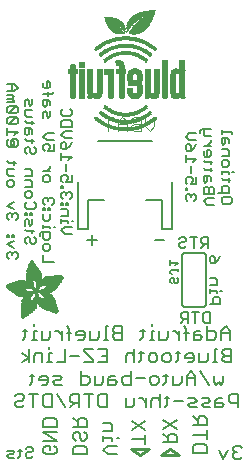
<source format=gbr>
G04 EAGLE Gerber RS-274X export*
G75*
%MOMM*%
%FSLAX34Y34*%
%LPD*%
%INSilkscreen Bottom*%
%IPPOS*%
%AMOC8*
5,1,8,0,0,1.08239X$1,22.5*%
G01*
%ADD10C,0.127000*%
%ADD11C,0.152400*%
%ADD12C,0.254000*%
%ADD13C,0.177800*%
%ADD14C,0.101600*%
%ADD15C,0.203200*%
%ADD16R,0.595000X0.017500*%
%ADD17R,0.945000X0.017500*%
%ADD18R,1.225000X0.017500*%
%ADD19R,1.435000X0.017500*%
%ADD20R,1.610000X0.017500*%
%ADD21R,1.750100X0.017500*%
%ADD22R,1.925000X0.017500*%
%ADD23R,2.065000X0.017500*%
%ADD24R,2.170000X0.017500*%
%ADD25R,2.310000X0.017500*%
%ADD26R,2.415000X0.017500*%
%ADD27R,2.520000X0.017500*%
%ADD28R,2.625000X0.017500*%
%ADD29R,2.730000X0.017500*%
%ADD30R,2.800000X0.017500*%
%ADD31R,1.155000X0.017500*%
%ADD32R,1.032500X0.017500*%
%ADD33R,1.050000X0.017500*%
%ADD34R,0.962500X0.017500*%
%ADD35R,0.892500X0.017500*%
%ADD36R,0.857500X0.017500*%
%ADD37R,0.822500X0.017500*%
%ADD38R,0.787500X0.017500*%
%ADD39R,0.752500X0.017500*%
%ADD40R,0.717500X0.017500*%
%ADD41R,0.700000X0.017500*%
%ADD42R,0.682500X0.017500*%
%ADD43R,0.665000X0.017500*%
%ADD44R,0.647500X0.017500*%
%ADD45R,0.630000X0.017500*%
%ADD46R,0.612500X0.017500*%
%ADD47R,0.577500X0.017500*%
%ADD48R,0.560000X0.017500*%
%ADD49R,0.542500X0.017500*%
%ADD50R,0.525000X0.017500*%
%ADD51R,0.507500X0.017500*%
%ADD52R,1.330000X0.017500*%
%ADD53R,1.505000X0.017500*%
%ADD54R,0.490000X0.017500*%
%ADD55R,1.645000X0.017500*%
%ADD56R,1.785000X0.017500*%
%ADD57R,1.890000X0.017500*%
%ADD58R,0.472500X0.017500*%
%ADD59R,2.030000X0.017500*%
%ADD60R,2.135000X0.017500*%
%ADD61R,2.240000X0.017500*%
%ADD62R,0.455000X0.017500*%
%ADD63R,2.590000X0.017500*%
%ADD64R,0.437500X0.017500*%
%ADD65R,1.015000X0.017500*%
%ADD66R,0.875000X0.017500*%
%ADD67R,0.420000X0.017500*%
%ADD68R,0.770000X0.017500*%
%ADD69R,0.735000X0.017500*%
%ADD70R,0.385000X0.017500*%
%ADD71R,0.367500X0.017500*%
%ADD72R,0.350000X0.017500*%
%ADD73R,0.315000X0.017500*%
%ADD74R,0.262500X0.017500*%
%ADD75R,0.210000X0.017500*%
%ADD76R,0.175000X0.017500*%
%ADD77R,0.140000X0.017500*%
%ADD78R,0.105000X0.017500*%
%ADD79R,1.085000X0.017500*%
%ADD80R,1.365000X0.017500*%
%ADD81R,1.855000X0.017500*%
%ADD82R,2.100000X0.017500*%
%ADD83R,2.205000X0.017500*%
%ADD84R,2.275000X0.017500*%
%ADD85R,1.102500X0.017500*%
%ADD86R,1.120000X0.017500*%
%ADD87R,0.910000X0.017500*%
%ADD88R,0.297500X0.017500*%
%ADD89R,0.227500X0.017500*%
%ADD90R,0.192500X0.017500*%
%ADD91R,0.157500X0.017500*%
%ADD92R,0.122500X0.017500*%
%ADD93R,0.087500X0.017500*%
%ADD94R,0.035000X0.017500*%
%ADD95R,0.402500X0.017500*%
%ADD96R,0.367600X0.017500*%
%ADD97R,0.420100X0.017500*%
%ADD98R,0.437600X0.017500*%
%ADD99R,1.102600X0.017500*%
%ADD100R,1.120100X0.017500*%
%ADD101R,1.137500X0.017500*%
%ADD102R,1.137600X0.017500*%
%ADD103R,0.927500X0.017500*%
%ADD104R,1.155100X0.017500*%
%ADD105R,1.172500X0.017500*%
%ADD106R,1.172600X0.017500*%
%ADD107R,0.997500X0.017500*%
%ADD108R,1.190000X0.017500*%
%ADD109R,1.190100X0.017500*%
%ADD110R,1.207500X0.017500*%
%ADD111R,1.067500X0.017500*%
%ADD112R,1.207600X0.017500*%
%ADD113R,1.225100X0.017500*%
%ADD114R,1.242500X0.017500*%
%ADD115R,1.242600X0.017500*%
%ADD116R,1.260100X0.017500*%
%ADD117R,1.260000X0.017500*%
%ADD118R,0.612600X0.017500*%
%ADD119R,0.560100X0.017500*%
%ADD120R,0.507600X0.017500*%
%ADD121R,0.490100X0.017500*%
%ADD122R,0.455100X0.017500*%
%ADD123R,0.472600X0.017500*%
%ADD124R,0.805000X0.017500*%
%ADD125R,0.525100X0.017500*%
%ADD126R,0.577600X0.017500*%
%ADD127R,0.524900X0.017500*%
%ADD128R,0.840000X0.017500*%
%ADD129R,0.332500X0.017500*%
%ADD130R,0.245000X0.017500*%
%ADD131R,0.017500X0.017500*%
%ADD132R,0.594900X0.017500*%
%ADD133R,1.960000X0.017500*%
%ADD134R,1.540000X0.017500*%
%ADD135R,1.400000X0.017500*%
%ADD136R,0.052500X0.017500*%
%ADD137R,0.280000X0.017500*%
%ADD138R,2.432500X0.017500*%
%ADD139R,2.345000X0.017500*%
%ADD140R,1.680000X0.017500*%
%ADD141R,0.980000X0.017500*%
%ADD142R,2.835000X0.017500*%
%ADD143R,0.070000X0.017500*%
%ADD144R,1.277500X0.017500*%
%ADD145R,1.224900X0.017500*%
%ADD146R,0.665100X0.017500*%
%ADD147R,1.697500X0.017500*%
%ADD148R,1.662500X0.017500*%
%ADD149R,1.627500X0.017500*%
%ADD150R,1.592500X0.017500*%
%ADD151R,1.557400X0.017500*%
%ADD152R,1.470000X0.017500*%
%ADD153R,1.312500X0.017500*%
%ADD154R,0.068600X0.007600*%
%ADD155R,0.114300X0.007600*%
%ADD156R,0.152400X0.007700*%
%ADD157R,0.182900X0.007600*%
%ADD158R,0.205700X0.007600*%
%ADD159R,0.228600X0.007600*%
%ADD160R,0.259100X0.007600*%
%ADD161R,0.274300X0.007700*%
%ADD162R,0.289500X0.007600*%
%ADD163R,0.304800X0.007600*%
%ADD164R,0.320100X0.007600*%
%ADD165R,0.342900X0.007600*%
%ADD166R,0.350500X0.007700*%
%ADD167R,0.365800X0.007600*%
%ADD168R,0.381000X0.007600*%
%ADD169R,0.388600X0.007600*%
%ADD170R,0.403800X0.007600*%
%ADD171R,0.419100X0.007700*%
%ADD172R,0.426700X0.007600*%
%ADD173R,0.441900X0.007600*%
%ADD174R,0.449600X0.007600*%
%ADD175R,0.464800X0.007600*%
%ADD176R,0.480000X0.007700*%
%ADD177R,0.487600X0.007600*%
%ADD178R,0.495300X0.007600*%
%ADD179R,0.510500X0.007600*%
%ADD180R,0.518100X0.007600*%
%ADD181R,0.525700X0.007700*%
%ADD182R,0.541000X0.007600*%
%ADD183R,0.548600X0.007600*%
%ADD184R,0.563800X0.007600*%
%ADD185R,0.571500X0.007600*%
%ADD186R,0.579100X0.007700*%
%ADD187R,0.594300X0.007600*%
%ADD188R,0.601900X0.007600*%
%ADD189R,0.609600X0.007600*%
%ADD190R,0.624800X0.007600*%
%ADD191R,0.632400X0.007700*%
%ADD192R,0.640000X0.007600*%
%ADD193R,0.655300X0.007600*%
%ADD194R,0.662900X0.007600*%
%ADD195R,0.678100X0.007600*%
%ADD196R,0.685800X0.007700*%
%ADD197R,0.693400X0.007600*%
%ADD198R,0.708600X0.007600*%
%ADD199R,0.716200X0.007600*%
%ADD200R,0.723900X0.007600*%
%ADD201R,0.739100X0.007700*%
%ADD202R,0.746700X0.007600*%
%ADD203R,0.754300X0.007600*%
%ADD204R,0.769600X0.007600*%
%ADD205R,0.777200X0.007600*%
%ADD206R,0.792400X0.007700*%
%ADD207R,0.800100X0.007600*%
%ADD208R,0.807700X0.007600*%
%ADD209R,0.822900X0.007600*%
%ADD210R,0.830500X0.007600*%
%ADD211R,0.838200X0.007700*%
%ADD212R,0.091500X0.007600*%
%ADD213R,0.853400X0.007600*%
%ADD214R,0.144700X0.007600*%
%ADD215R,0.861000X0.007600*%
%ADD216R,0.190500X0.007600*%
%ADD217R,0.876300X0.007600*%
%ADD218R,0.221000X0.007600*%
%ADD219R,0.883900X0.007600*%
%ADD220R,0.259000X0.007700*%
%ADD221R,0.891500X0.007700*%
%ADD222R,0.289600X0.007600*%
%ADD223R,0.906700X0.007600*%
%ADD224R,0.914400X0.007600*%
%ADD225R,0.350500X0.007600*%
%ADD226R,0.922000X0.007600*%
%ADD227R,0.937200X0.007600*%
%ADD228R,0.411400X0.007700*%
%ADD229R,0.944800X0.007700*%
%ADD230R,0.434300X0.007600*%
%ADD231R,0.952500X0.007600*%
%ADD232R,0.464900X0.007600*%
%ADD233R,0.967700X0.007600*%
%ADD234R,0.975300X0.007600*%
%ADD235R,0.518200X0.007600*%
%ADD236R,0.990600X0.007600*%
%ADD237R,0.548600X0.007700*%
%ADD238R,0.998200X0.007700*%
%ADD239R,1.005800X0.007600*%
%ADD240R,0.594400X0.007600*%
%ADD241R,1.021000X0.007600*%
%ADD242R,0.617200X0.007600*%
%ADD243R,1.028700X0.007600*%
%ADD244R,0.647700X0.007600*%
%ADD245R,1.036300X0.007600*%
%ADD246R,0.670500X0.007700*%
%ADD247R,1.051500X0.007700*%
%ADD248R,1.059100X0.007600*%
%ADD249R,0.716300X0.007600*%
%ADD250R,1.066800X0.007600*%
%ADD251R,0.739100X0.007600*%
%ADD252R,1.074400X0.007600*%
%ADD253R,0.762000X0.007600*%
%ADD254R,1.089600X0.007600*%
%ADD255R,0.784800X0.007700*%
%ADD256R,1.097200X0.007700*%
%ADD257R,1.104900X0.007600*%
%ADD258R,0.830600X0.007600*%
%ADD259R,1.112500X0.007600*%
%ADD260R,0.845800X0.007600*%
%ADD261R,1.120100X0.007600*%
%ADD262R,0.868700X0.007600*%
%ADD263R,1.127700X0.007600*%
%ADD264R,1.135300X0.007700*%
%ADD265R,1.143000X0.007600*%
%ADD266R,0.944900X0.007600*%
%ADD267R,1.150600X0.007600*%
%ADD268R,0.960100X0.007600*%
%ADD269R,1.158200X0.007600*%
%ADD270R,0.983000X0.007600*%
%ADD271R,1.165800X0.007600*%
%ADD272R,1.005900X0.007700*%
%ADD273R,1.173400X0.007700*%
%ADD274R,1.021100X0.007600*%
%ADD275R,1.181100X0.007600*%
%ADD276R,1.044000X0.007600*%
%ADD277R,1.188700X0.007600*%
%ADD278R,1.196300X0.007600*%
%ADD279R,1.082000X0.007600*%
%ADD280R,1.203900X0.007600*%
%ADD281R,1.104900X0.007700*%
%ADD282R,1.211500X0.007700*%
%ADD283R,1.211500X0.007600*%
%ADD284R,1.219200X0.007600*%
%ADD285R,1.226800X0.007600*%
%ADD286R,1.234400X0.007600*%
%ADD287R,1.188700X0.007700*%
%ADD288R,1.242000X0.007700*%
%ADD289R,1.242000X0.007600*%
%ADD290R,1.211600X0.007600*%
%ADD291R,1.249600X0.007600*%
%ADD292R,1.257300X0.007600*%
%ADD293R,1.264900X0.007600*%
%ADD294R,1.242100X0.007700*%
%ADD295R,1.264900X0.007700*%
%ADD296R,1.272500X0.007600*%
%ADD297R,1.265000X0.007600*%
%ADD298R,1.280100X0.007600*%
%ADD299R,1.272600X0.007600*%
%ADD300R,1.287700X0.007600*%
%ADD301R,1.287800X0.007600*%
%ADD302R,1.295400X0.007700*%
%ADD303R,1.303000X0.007600*%
%ADD304R,1.318200X0.007600*%
%ADD305R,1.310600X0.007600*%
%ADD306R,1.325900X0.007600*%
%ADD307R,1.341100X0.007700*%
%ADD308R,1.318200X0.007700*%
%ADD309R,1.341100X0.007600*%
%ADD310R,1.325800X0.007600*%
%ADD311R,1.348700X0.007600*%
%ADD312R,1.364000X0.007600*%
%ADD313R,1.333500X0.007600*%
%ADD314R,1.371600X0.007700*%
%ADD315R,1.379200X0.007600*%
%ADD316R,1.379300X0.007600*%
%ADD317R,1.386900X0.007600*%
%ADD318R,1.394500X0.007600*%
%ADD319R,1.356300X0.007600*%
%ADD320R,1.394400X0.007700*%
%ADD321R,1.356300X0.007700*%
%ADD322R,1.402000X0.007600*%
%ADD323R,1.409700X0.007600*%
%ADD324R,1.363900X0.007600*%
%ADD325R,1.417300X0.007600*%
%ADD326R,1.371600X0.007600*%
%ADD327R,1.424900X0.007700*%
%ADD328R,1.424900X0.007600*%
%ADD329R,1.432600X0.007600*%
%ADD330R,1.440200X0.007600*%
%ADD331R,1.386800X0.007600*%
%ADD332R,1.447800X0.007700*%
%ADD333R,1.386800X0.007700*%
%ADD334R,1.447800X0.007600*%
%ADD335R,1.455500X0.007600*%
%ADD336R,1.394400X0.007600*%
%ADD337R,1.463100X0.007600*%
%ADD338R,1.455400X0.007700*%
%ADD339R,1.463000X0.007600*%
%ADD340R,1.470600X0.007600*%
%ADD341R,1.470600X0.007700*%
%ADD342R,1.409700X0.007700*%
%ADD343R,1.470700X0.007600*%
%ADD344R,1.402100X0.007600*%
%ADD345R,1.478300X0.007600*%
%ADD346R,1.478300X0.007700*%
%ADD347R,1.402100X0.007700*%
%ADD348R,1.485900X0.007600*%
%ADD349R,1.485900X0.007700*%
%ADD350R,1.493500X0.007700*%
%ADD351R,1.493500X0.007600*%
%ADD352R,1.394500X0.007700*%
%ADD353R,1.493600X0.007700*%
%ADD354R,1.386900X0.007700*%
%ADD355R,1.379200X0.007700*%
%ADD356R,2.857500X0.007700*%
%ADD357R,2.857500X0.007600*%
%ADD358R,2.849900X0.007600*%
%ADD359R,2.842300X0.007600*%
%ADD360R,2.834700X0.007700*%
%ADD361R,2.827000X0.007600*%
%ADD362R,2.819400X0.007600*%
%ADD363R,2.811800X0.007600*%
%ADD364R,2.811800X0.007700*%
%ADD365R,2.804100X0.007600*%
%ADD366R,2.796500X0.007600*%
%ADD367R,1.966000X0.007600*%
%ADD368R,1.943100X0.007600*%
%ADD369R,0.754400X0.007600*%
%ADD370R,1.927900X0.007700*%
%ADD371R,0.746700X0.007700*%
%ADD372R,1.912600X0.007600*%
%ADD373R,0.731500X0.007600*%
%ADD374R,1.905000X0.007600*%
%ADD375R,1.882200X0.007600*%
%ADD376R,1.874600X0.007600*%
%ADD377R,1.866900X0.007700*%
%ADD378R,0.708700X0.007700*%
%ADD379R,1.851600X0.007600*%
%ADD380R,0.701100X0.007600*%
%ADD381R,1.844000X0.007600*%
%ADD382R,1.836400X0.007600*%
%ADD383R,1.821200X0.007600*%
%ADD384R,0.685800X0.007600*%
%ADD385R,1.813500X0.007700*%
%ADD386R,1.805900X0.007600*%
%ADD387R,0.678200X0.007600*%
%ADD388R,1.790700X0.007600*%
%ADD389R,0.670600X0.007600*%
%ADD390R,1.775500X0.007600*%
%ADD391R,1.767900X0.007700*%
%ADD392R,0.663000X0.007700*%
%ADD393R,1.760200X0.007600*%
%ADD394R,1.752600X0.007600*%
%ADD395R,0.937300X0.007600*%
%ADD396R,0.792500X0.007600*%
%ADD397R,0.899100X0.007600*%
%ADD398R,0.883900X0.007700*%
%ADD399R,0.716300X0.007700*%
%ADD400R,0.647700X0.007700*%
%ADD401R,0.640100X0.007600*%
%ADD402R,0.632500X0.007600*%
%ADD403R,0.655400X0.007600*%
%ADD404R,0.632400X0.007600*%
%ADD405R,0.845800X0.007700*%
%ADD406R,0.617200X0.007700*%
%ADD407R,0.624800X0.007700*%
%ADD408R,0.602000X0.007600*%
%ADD409R,0.838200X0.007600*%
%ADD410R,0.586700X0.007600*%
%ADD411R,0.548700X0.007600*%
%ADD412R,0.830500X0.007700*%
%ADD413R,0.541000X0.007700*%
%ADD414R,0.594300X0.007700*%
%ADD415R,0.525800X0.007600*%
%ADD416R,0.586800X0.007600*%
%ADD417R,0.815300X0.007600*%
%ADD418R,0.579200X0.007600*%
%ADD419R,0.815400X0.007600*%
%ADD420R,0.815400X0.007700*%
%ADD421R,0.571500X0.007700*%
%ADD422R,0.807800X0.007600*%
%ADD423R,0.563900X0.007600*%
%ADD424R,0.457200X0.007600*%
%ADD425R,0.442000X0.007600*%
%ADD426R,0.556300X0.007600*%
%ADD427R,0.807700X0.007700*%
%ADD428R,0.411500X0.007600*%
%ADD429R,0.533400X0.007600*%
%ADD430R,0.076200X0.007600*%
%ADD431R,0.403900X0.007600*%
%ADD432R,0.525700X0.007600*%
%ADD433R,0.388700X0.007600*%
%ADD434R,0.297200X0.007600*%
%ADD435R,0.373400X0.007700*%
%ADD436R,0.503000X0.007700*%
%ADD437R,0.426800X0.007700*%
%ADD438R,0.358100X0.007600*%
%ADD439R,0.502900X0.007600*%
%ADD440R,0.472400X0.007600*%
%ADD441R,0.487700X0.007600*%
%ADD442R,0.335300X0.007600*%
%ADD443R,0.792500X0.007700*%
%ADD444R,0.327600X0.007700*%
%ADD445R,0.472400X0.007700*%
%ADD446R,0.640000X0.007700*%
%ADD447R,0.784800X0.007600*%
%ADD448R,0.320000X0.007600*%
%ADD449R,0.792400X0.007600*%
%ADD450R,1.173400X0.007600*%
%ADD451R,1.196400X0.007600*%
%ADD452R,0.784900X0.007600*%
%ADD453R,0.784900X0.007700*%
%ADD454R,0.297200X0.007700*%
%ADD455R,1.249700X0.007600*%
%ADD456R,0.281900X0.007600*%
%ADD457R,1.295400X0.007600*%
%ADD458R,0.266700X0.007600*%
%ADD459R,0.777300X0.007700*%
%ADD460R,0.266700X0.007700*%
%ADD461R,1.333500X0.007700*%
%ADD462R,0.777300X0.007600*%
%ADD463R,1.348800X0.007600*%
%ADD464R,0.251500X0.007600*%
%ADD465R,0.243900X0.007700*%
%ADD466R,0.243900X0.007600*%
%ADD467R,1.440100X0.007600*%
%ADD468R,0.236200X0.007600*%
%ADD469R,0.762000X0.007700*%
%ADD470R,0.236200X0.007700*%
%ADD471R,1.508700X0.007700*%
%ADD472R,1.531600X0.007600*%
%ADD473R,1.546900X0.007600*%
%ADD474R,1.569700X0.007600*%
%ADD475R,1.585000X0.007600*%
%ADD476R,0.746800X0.007700*%
%ADD477R,1.607800X0.007700*%
%ADD478R,0.243800X0.007600*%
%ADD479R,1.630700X0.007600*%
%ADD480R,1.653500X0.007600*%
%ADD481R,0.739200X0.007600*%
%ADD482R,1.684000X0.007600*%
%ADD483R,2.019300X0.007600*%
%ADD484R,0.731500X0.007700*%
%ADD485R,2.026900X0.007700*%
%ADD486R,2.049800X0.007600*%
%ADD487R,2.057400X0.007600*%
%ADD488R,0.708700X0.007600*%
%ADD489R,2.072600X0.007600*%
%ADD490R,0.701000X0.007600*%
%ADD491R,2.095500X0.007600*%
%ADD492R,0.693500X0.007700*%
%ADD493R,2.110800X0.007700*%
%ADD494R,2.141200X0.007600*%
%ADD495R,0.060900X0.007600*%
%ADD496R,2.872700X0.007600*%
%ADD497R,3.124200X0.007600*%
%ADD498R,3.177600X0.007600*%
%ADD499R,3.215600X0.007700*%
%ADD500R,3.253700X0.007600*%
%ADD501R,3.284300X0.007600*%
%ADD502R,3.314700X0.007600*%
%ADD503R,3.352800X0.007600*%
%ADD504R,3.375600X0.007700*%
%ADD505R,3.406200X0.007600*%
%ADD506R,3.429000X0.007600*%
%ADD507R,3.451800X0.007600*%
%ADD508R,3.482400X0.007600*%
%ADD509R,1.828800X0.007700*%
%ADD510R,1.539300X0.007700*%
%ADD511R,1.767900X0.007600*%
%ADD512R,1.767800X0.007600*%
%ADD513R,1.760200X0.007700*%
%ADD514R,1.760300X0.007600*%
%ADD515R,1.775400X0.007700*%
%ADD516R,1.379300X0.007700*%
%ADD517R,1.783000X0.007600*%
%ADD518R,1.813500X0.007600*%
%ADD519R,1.821100X0.007700*%
%ADD520R,0.503000X0.007600*%
%ADD521R,1.135400X0.007600*%
%ADD522R,1.127700X0.007700*%
%ADD523R,0.487700X0.007700*%
%ADD524R,1.120200X0.007600*%
%ADD525R,1.097300X0.007600*%
%ADD526R,0.510600X0.007600*%
%ADD527R,1.074400X0.007700*%
%ADD528R,0.525800X0.007700*%
%ADD529R,1.440200X0.007700*%
%ADD530R,1.059200X0.007600*%
%ADD531R,1.051600X0.007600*%
%ADD532R,1.051500X0.007600*%
%ADD533R,1.043900X0.007700*%
%ADD534R,0.602000X0.007700*%
%ADD535R,1.524000X0.007600*%
%ADD536R,1.539300X0.007600*%
%ADD537R,1.592600X0.007600*%
%ADD538R,1.021100X0.007700*%
%ADD539R,1.615400X0.007700*%
%ADD540R,1.013400X0.007600*%
%ADD541R,1.653600X0.007600*%
%ADD542R,1.013500X0.007600*%
%ADD543R,1.699300X0.007600*%
%ADD544R,2.743200X0.007600*%
%ADD545R,1.005900X0.007600*%
%ADD546R,2.415500X0.007600*%
%ADD547R,1.005800X0.007700*%
%ADD548R,0.281900X0.007700*%
%ADD549R,2.408000X0.007700*%
%ADD550R,2.407900X0.007600*%
%ADD551R,0.998200X0.007600*%
%ADD552R,0.282000X0.007600*%
%ADD553R,0.998300X0.007600*%
%ADD554R,2.400300X0.007600*%
%ADD555R,0.289500X0.007700*%
%ADD556R,2.400300X0.007700*%
%ADD557R,0.297100X0.007600*%
%ADD558R,0.312400X0.007600*%
%ADD559R,2.392700X0.007600*%
%ADD560R,0.990600X0.007700*%
%ADD561R,0.327700X0.007700*%
%ADD562R,2.392700X0.007700*%
%ADD563R,2.385100X0.007600*%
%ADD564R,0.381000X0.007700*%
%ADD565R,2.377400X0.007700*%
%ADD566R,2.377400X0.007600*%
%ADD567R,2.369800X0.007600*%
%ADD568R,0.419100X0.007600*%
%ADD569R,2.362200X0.007600*%
%ADD570R,0.426800X0.007600*%
%ADD571R,1.036300X0.007700*%
%ADD572R,0.442000X0.007700*%
%ADD573R,2.354600X0.007700*%
%ADD574R,2.354600X0.007600*%
%ADD575R,0.480100X0.007600*%
%ADD576R,2.347000X0.007600*%
%ADD577R,1.074500X0.007600*%
%ADD578R,2.339400X0.007600*%
%ADD579R,1.082100X0.007700*%
%ADD580R,0.548700X0.007700*%
%ADD581R,2.331800X0.007700*%
%ADD582R,2.331800X0.007600*%
%ADD583R,0.624900X0.007600*%
%ADD584R,2.324100X0.007600*%
%ADD585R,1.859300X0.007600*%
%ADD586R,2.308800X0.007600*%
%ADD587R,2.301200X0.007700*%
%ADD588R,2.301200X0.007600*%
%ADD589R,2.293600X0.007600*%
%ADD590R,2.278400X0.007600*%
%ADD591R,1.889800X0.007600*%
%ADD592R,2.270700X0.007600*%
%ADD593R,1.897400X0.007700*%
%ADD594R,2.255500X0.007700*%
%ADD595R,1.897400X0.007600*%
%ADD596R,2.247900X0.007600*%
%ADD597R,2.232600X0.007600*%
%ADD598R,1.912700X0.007600*%
%ADD599R,2.209800X0.007600*%
%ADD600R,1.920300X0.007600*%
%ADD601R,2.186900X0.007600*%
%ADD602R,1.920300X0.007700*%
%ADD603R,2.171700X0.007700*%
%ADD604R,1.935500X0.007600*%
%ADD605R,2.148800X0.007600*%
%ADD606R,2.126000X0.007600*%
%ADD607R,1.950700X0.007600*%
%ADD608R,1.958400X0.007700*%
%ADD609R,2.042200X0.007700*%
%ADD610R,1.973600X0.007600*%
%ADD611R,1.996500X0.007600*%
%ADD612R,1.981200X0.007600*%
%ADD613R,1.988800X0.007600*%
%ADD614R,1.996400X0.007700*%
%ADD615R,1.996400X0.007600*%
%ADD616R,2.004100X0.007600*%
%ADD617R,1.874500X0.007600*%
%ADD618R,1.425000X0.007600*%
%ADD619R,2.026900X0.007600*%
%ADD620R,0.434400X0.007700*%
%ADD621R,1.364000X0.007700*%
%ADD622R,2.034500X0.007600*%
%ADD623R,0.434400X0.007600*%
%ADD624R,2.049700X0.007600*%
%ADD625R,2.065000X0.007700*%
%ADD626R,0.464800X0.007700*%
%ADD627R,1.196300X0.007700*%
%ADD628R,2.080300X0.007600*%
%ADD629R,1.158300X0.007600*%
%ADD630R,2.087900X0.007600*%
%ADD631R,0.472500X0.007600*%
%ADD632R,2.103100X0.007600*%
%ADD633R,2.118400X0.007600*%
%ADD634R,2.133600X0.007600*%
%ADD635R,2.148800X0.007700*%
%ADD636R,2.164000X0.007600*%
%ADD637R,2.171700X0.007600*%
%ADD638R,2.187000X0.007600*%
%ADD639R,0.556200X0.007600*%
%ADD640R,2.202200X0.007700*%
%ADD641R,0.556200X0.007700*%
%ADD642R,0.640100X0.007700*%
%ADD643R,0.579100X0.007600*%
%ADD644R,0.480000X0.007600*%
%ADD645R,1.752600X0.007700*%
%ADD646R,0.487600X0.007700*%
%ADD647R,0.594400X0.007700*%
%ADD648R,0.358100X0.007700*%
%ADD649R,0.099000X0.007600*%
%ADD650R,1.280200X0.007600*%
%ADD651R,1.745000X0.007600*%
%ADD652R,1.744900X0.007600*%
%ADD653R,1.737300X0.007700*%
%ADD654R,1.737400X0.007600*%
%ADD655R,1.729800X0.007600*%
%ADD656R,1.722200X0.007600*%
%ADD657R,1.722100X0.007600*%
%ADD658R,1.714500X0.007700*%
%ADD659R,1.356400X0.007700*%
%ADD660R,1.706900X0.007600*%
%ADD661R,1.356400X0.007600*%
%ADD662R,1.691700X0.007600*%
%ADD663R,1.668800X0.007700*%
%ADD664R,1.645900X0.007600*%
%ADD665R,1.623100X0.007600*%
%ADD666R,1.577400X0.007600*%
%ADD667R,1.554400X0.007600*%
%ADD668R,1.539200X0.007600*%
%ADD669R,1.524000X0.007700*%
%ADD670R,1.501100X0.007600*%
%ADD671R,1.455400X0.007600*%
%ADD672R,1.348800X0.007700*%
%ADD673R,1.318300X0.007600*%
%ADD674R,1.310600X0.007700*%
%ADD675R,1.287800X0.007700*%
%ADD676R,1.234500X0.007600*%
%ADD677R,1.226900X0.007600*%
%ADD678R,1.173500X0.007700*%
%ADD679R,1.173500X0.007600*%
%ADD680R,1.165900X0.007600*%
%ADD681R,1.143000X0.007700*%
%ADD682R,1.127800X0.007600*%
%ADD683R,1.097200X0.007600*%
%ADD684R,1.028700X0.007700*%
%ADD685R,0.982900X0.007600*%
%ADD686R,0.952500X0.007700*%
%ADD687R,0.929600X0.007600*%
%ADD688R,0.906800X0.007700*%
%ADD689R,0.906800X0.007600*%
%ADD690R,0.899200X0.007600*%
%ADD691R,0.884000X0.007600*%
%ADD692R,0.876300X0.007700*%
%ADD693R,0.830600X0.007700*%
%ADD694R,0.754400X0.007700*%
%ADD695R,0.746800X0.007600*%
%ADD696R,0.708600X0.007700*%
%ADD697R,0.678200X0.007700*%
%ADD698R,0.663000X0.007600*%
%ADD699R,0.632500X0.007700*%
%ADD700R,0.556300X0.007700*%
%ADD701R,0.518200X0.007700*%
%ADD702R,0.434300X0.007700*%
%ADD703R,0.396300X0.007700*%
%ADD704R,0.373300X0.007600*%
%ADD705R,0.365700X0.007600*%
%ADD706R,0.327700X0.007600*%
%ADD707R,0.304800X0.007700*%
%ADD708R,0.274300X0.007600*%
%ADD709R,0.243800X0.007700*%
%ADD710R,0.205800X0.007600*%
%ADD711R,0.152400X0.007600*%
%ADD712R,0.121900X0.007700*%


D10*
X173481Y149233D02*
X173481Y140335D01*
X169032Y140335D01*
X167549Y141818D01*
X167549Y147750D01*
X169032Y149233D01*
X173481Y149233D01*
X161160Y149233D02*
X161160Y140335D01*
X164125Y149233D02*
X158194Y149233D01*
X154770Y149233D02*
X154770Y140335D01*
X154770Y149233D02*
X150321Y149233D01*
X148838Y147750D01*
X148838Y144784D01*
X150321Y143301D01*
X154770Y143301D01*
X151804Y143301D02*
X148838Y140335D01*
X172085Y203835D02*
X172085Y212733D01*
X167636Y212733D01*
X166153Y211250D01*
X166153Y208284D01*
X167636Y206801D01*
X172085Y206801D01*
X169119Y206801D02*
X166153Y203835D01*
X159764Y203835D02*
X159764Y212733D01*
X162730Y212733D02*
X156798Y212733D01*
X148926Y212733D02*
X147443Y211250D01*
X148926Y212733D02*
X151892Y212733D01*
X153375Y211250D01*
X153375Y209767D01*
X151892Y208284D01*
X148926Y208284D01*
X147443Y206801D01*
X147443Y205318D01*
X148926Y203835D01*
X151892Y203835D01*
X153375Y205318D01*
X173355Y156367D02*
X182253Y156367D01*
X182253Y160816D01*
X180770Y162299D01*
X177804Y162299D01*
X176321Y160816D01*
X176321Y156367D01*
X179287Y165723D02*
X179287Y167206D01*
X173355Y167206D01*
X173355Y168688D02*
X173355Y165723D01*
X182253Y167206D02*
X183736Y167206D01*
X179287Y171959D02*
X173355Y171959D01*
X179287Y171959D02*
X179287Y176408D01*
X177804Y177891D01*
X173355Y177891D01*
X180770Y193636D02*
X182253Y196602D01*
X180770Y193636D02*
X177804Y190670D01*
X174838Y190670D01*
X173355Y192153D01*
X173355Y195119D01*
X174838Y196602D01*
X176321Y196602D01*
X177804Y195119D01*
X177804Y190670D01*
X192413Y242425D02*
X192413Y245391D01*
X192413Y242425D02*
X190930Y240942D01*
X184998Y240942D01*
X183515Y242425D01*
X183515Y245391D01*
X184998Y246874D01*
X190930Y246874D01*
X192413Y245391D01*
X189447Y250297D02*
X180549Y250297D01*
X189447Y250297D02*
X189447Y254746D01*
X187964Y256229D01*
X184998Y256229D01*
X183515Y254746D01*
X183515Y250297D01*
X184998Y261135D02*
X190930Y261135D01*
X184998Y261135D02*
X183515Y262618D01*
X189447Y262618D02*
X189447Y259652D01*
X189447Y265889D02*
X189447Y267372D01*
X183515Y267372D01*
X183515Y265889D02*
X183515Y268855D01*
X192413Y267372D02*
X193896Y267372D01*
X183515Y273609D02*
X183515Y276575D01*
X184998Y278057D01*
X187964Y278057D01*
X189447Y276575D01*
X189447Y273609D01*
X187964Y272126D01*
X184998Y272126D01*
X183515Y273609D01*
X183515Y281481D02*
X189447Y281481D01*
X189447Y285930D01*
X187964Y287413D01*
X183515Y287413D01*
X189447Y292319D02*
X189447Y295285D01*
X187964Y296768D01*
X183515Y296768D01*
X183515Y292319D01*
X184998Y290836D01*
X186481Y292319D01*
X186481Y296768D01*
X192413Y300191D02*
X192413Y301674D01*
X183515Y301674D01*
X183515Y300191D02*
X183515Y303157D01*
X177173Y240162D02*
X171241Y240162D01*
X168275Y243128D01*
X171241Y246094D01*
X177173Y246094D01*
X177173Y249517D02*
X168275Y249517D01*
X177173Y249517D02*
X177173Y253966D01*
X175690Y255449D01*
X174207Y255449D01*
X172724Y253966D01*
X171241Y255449D01*
X169758Y255449D01*
X168275Y253966D01*
X168275Y249517D01*
X172724Y249517D02*
X172724Y253966D01*
X174207Y260356D02*
X174207Y263321D01*
X172724Y264804D01*
X168275Y264804D01*
X168275Y260356D01*
X169758Y258873D01*
X171241Y260356D01*
X171241Y264804D01*
X169758Y269711D02*
X175690Y269711D01*
X169758Y269711D02*
X168275Y271194D01*
X174207Y271194D02*
X174207Y268228D01*
X175690Y275947D02*
X169758Y275947D01*
X168275Y277430D01*
X174207Y277430D02*
X174207Y274465D01*
X168275Y282184D02*
X168275Y285150D01*
X168275Y282184D02*
X169758Y280701D01*
X172724Y280701D01*
X174207Y282184D01*
X174207Y285150D01*
X172724Y286633D01*
X171241Y286633D01*
X171241Y280701D01*
X168275Y290057D02*
X174207Y290057D01*
X174207Y293022D02*
X171241Y290057D01*
X174207Y293022D02*
X174207Y294505D01*
X174207Y297853D02*
X169758Y297853D01*
X168275Y299335D01*
X168275Y303784D01*
X166792Y303784D02*
X174207Y303784D01*
X166792Y303784D02*
X165309Y302301D01*
X165309Y300818D01*
X161933Y244764D02*
X160450Y243281D01*
X161933Y244764D02*
X161933Y247729D01*
X160450Y249212D01*
X158967Y249212D01*
X157484Y247729D01*
X157484Y246246D01*
X157484Y247729D02*
X156001Y249212D01*
X154518Y249212D01*
X153035Y247729D01*
X153035Y244764D01*
X154518Y243281D01*
X154518Y252636D02*
X153035Y252636D01*
X154518Y252636D02*
X154518Y254119D01*
X153035Y254119D01*
X153035Y252636D01*
X161933Y257313D02*
X161933Y263245D01*
X161933Y257313D02*
X157484Y257313D01*
X158967Y260279D01*
X158967Y261762D01*
X157484Y263245D01*
X154518Y263245D01*
X153035Y261762D01*
X153035Y258796D01*
X154518Y257313D01*
X157484Y266669D02*
X157484Y272600D01*
X158967Y276024D02*
X161933Y278990D01*
X153035Y278990D01*
X153035Y276024D02*
X153035Y281956D01*
X160450Y288345D02*
X161933Y291311D01*
X160450Y288345D02*
X157484Y285379D01*
X154518Y285379D01*
X153035Y286862D01*
X153035Y289828D01*
X154518Y291311D01*
X156001Y291311D01*
X157484Y289828D01*
X157484Y285379D01*
X156001Y294734D02*
X161933Y294734D01*
X156001Y294734D02*
X153035Y297700D01*
X156001Y300666D01*
X161933Y300666D01*
D11*
X190492Y133314D02*
X190492Y125857D01*
X190492Y133314D02*
X186763Y137043D01*
X183035Y133314D01*
X183035Y125857D01*
X183035Y131450D02*
X190492Y131450D01*
X171341Y137043D02*
X171341Y125857D01*
X176934Y125857D01*
X178798Y127721D01*
X178798Y131450D01*
X176934Y133314D01*
X171341Y133314D01*
X165240Y133314D02*
X161511Y133314D01*
X159647Y131450D01*
X159647Y125857D01*
X165240Y125857D01*
X167104Y127721D01*
X165240Y129586D01*
X159647Y129586D01*
X153546Y125857D02*
X153546Y135178D01*
X151682Y137043D01*
X151682Y131450D02*
X155410Y131450D01*
X147614Y133314D02*
X147614Y125857D01*
X147614Y129586D02*
X143886Y133314D01*
X142021Y133314D01*
X137869Y133314D02*
X137869Y127721D01*
X136005Y125857D01*
X130412Y125857D01*
X130412Y133314D01*
X126175Y133314D02*
X124311Y133314D01*
X124311Y125857D01*
X126175Y125857D02*
X122447Y125857D01*
X124311Y137043D02*
X124311Y138907D01*
X116515Y135178D02*
X116515Y127721D01*
X114651Y125857D01*
X114651Y133314D02*
X118379Y133314D01*
X98889Y137043D02*
X98889Y125857D01*
X98889Y137043D02*
X93296Y137043D01*
X91432Y135178D01*
X91432Y133314D01*
X93296Y131450D01*
X91432Y129586D01*
X91432Y127721D01*
X93296Y125857D01*
X98889Y125857D01*
X98889Y131450D02*
X93296Y131450D01*
X87195Y137043D02*
X85331Y137043D01*
X85331Y125857D01*
X87195Y125857D02*
X83467Y125857D01*
X79399Y127721D02*
X79399Y133314D01*
X79399Y127721D02*
X77535Y125857D01*
X71942Y125857D01*
X71942Y133314D01*
X65841Y125857D02*
X62113Y125857D01*
X65841Y125857D02*
X67705Y127721D01*
X67705Y131450D01*
X65841Y133314D01*
X62113Y133314D01*
X60248Y131450D01*
X60248Y129586D01*
X67705Y129586D01*
X54147Y125857D02*
X54147Y135178D01*
X52283Y137043D01*
X52283Y131450D02*
X56011Y131450D01*
X48215Y133314D02*
X48215Y125857D01*
X48215Y129586D02*
X44487Y133314D01*
X42623Y133314D01*
X38470Y133314D02*
X38470Y127721D01*
X36606Y125857D01*
X31013Y125857D01*
X31013Y133314D01*
X26776Y133314D02*
X24912Y133314D01*
X24912Y125857D01*
X26776Y125857D02*
X23048Y125857D01*
X24912Y137043D02*
X24912Y138907D01*
X17116Y135178D02*
X17116Y127721D01*
X15252Y125857D01*
X15252Y133314D02*
X18980Y133314D01*
X191466Y117993D02*
X191466Y106807D01*
X191466Y117993D02*
X185874Y117993D01*
X184009Y116128D01*
X184009Y114264D01*
X185874Y112400D01*
X184009Y110536D01*
X184009Y108671D01*
X185874Y106807D01*
X191466Y106807D01*
X191466Y112400D02*
X185874Y112400D01*
X179772Y117993D02*
X177908Y117993D01*
X177908Y106807D01*
X179772Y106807D02*
X176044Y106807D01*
X171977Y108671D02*
X171977Y114264D01*
X171977Y108671D02*
X170112Y106807D01*
X164519Y106807D01*
X164519Y114264D01*
X158418Y106807D02*
X154690Y106807D01*
X158418Y106807D02*
X160283Y108671D01*
X160283Y112400D01*
X158418Y114264D01*
X154690Y114264D01*
X152826Y112400D01*
X152826Y110536D01*
X160283Y110536D01*
X146724Y108671D02*
X146724Y116128D01*
X146724Y108671D02*
X144860Y106807D01*
X144860Y114264D02*
X148589Y114264D01*
X138928Y106807D02*
X135200Y106807D01*
X133336Y108671D01*
X133336Y112400D01*
X135200Y114264D01*
X138928Y114264D01*
X140793Y112400D01*
X140793Y108671D01*
X138928Y106807D01*
X127234Y106807D02*
X123506Y106807D01*
X121642Y108671D01*
X121642Y112400D01*
X123506Y114264D01*
X127234Y114264D01*
X129099Y112400D01*
X129099Y108671D01*
X127234Y106807D01*
X115540Y108671D02*
X115540Y116128D01*
X115540Y108671D02*
X113676Y106807D01*
X113676Y114264D02*
X117405Y114264D01*
X109609Y117993D02*
X109609Y106807D01*
X109609Y112400D02*
X107744Y114264D01*
X104016Y114264D01*
X102152Y112400D01*
X102152Y106807D01*
X86221Y117993D02*
X78764Y117993D01*
X86221Y117993D02*
X86221Y106807D01*
X78764Y106807D01*
X82492Y112400D02*
X86221Y112400D01*
X74527Y117993D02*
X67070Y117993D01*
X67070Y116128D01*
X74527Y108671D01*
X74527Y106807D01*
X67070Y106807D01*
X62833Y112400D02*
X55376Y112400D01*
X51139Y117993D02*
X51139Y106807D01*
X43682Y106807D01*
X39445Y114264D02*
X37581Y114264D01*
X37581Y106807D01*
X39445Y106807D02*
X35716Y106807D01*
X37581Y117993D02*
X37581Y119857D01*
X31649Y114264D02*
X31649Y106807D01*
X31649Y114264D02*
X26056Y114264D01*
X24192Y112400D01*
X24192Y106807D01*
X19955Y106807D02*
X19955Y117993D01*
X19955Y110536D02*
X14362Y106807D01*
X19955Y110536D02*
X14362Y114264D01*
X184645Y95214D02*
X184645Y89621D01*
X182781Y87757D01*
X180916Y89621D01*
X179052Y87757D01*
X177188Y89621D01*
X177188Y95214D01*
X172951Y87757D02*
X165494Y98943D01*
X161257Y95214D02*
X161257Y87757D01*
X161257Y95214D02*
X157529Y98943D01*
X153800Y95214D01*
X153800Y87757D01*
X153800Y93350D02*
X161257Y93350D01*
X149563Y95214D02*
X149563Y89621D01*
X147699Y87757D01*
X142106Y87757D01*
X142106Y95214D01*
X136005Y97078D02*
X136005Y89621D01*
X134141Y87757D01*
X134141Y95214D02*
X137869Y95214D01*
X128209Y87757D02*
X124480Y87757D01*
X122616Y89621D01*
X122616Y93350D01*
X124480Y95214D01*
X128209Y95214D01*
X130073Y93350D01*
X130073Y89621D01*
X128209Y87757D01*
X118379Y93350D02*
X110922Y93350D01*
X106685Y98943D02*
X106685Y87757D01*
X101092Y87757D01*
X99228Y89621D01*
X99228Y93350D01*
X101092Y95214D01*
X106685Y95214D01*
X93127Y95214D02*
X89398Y95214D01*
X87534Y93350D01*
X87534Y87757D01*
X93127Y87757D01*
X94991Y89621D01*
X93127Y91486D01*
X87534Y91486D01*
X83297Y89621D02*
X83297Y95214D01*
X83297Y89621D02*
X81433Y87757D01*
X75840Y87757D01*
X75840Y95214D01*
X64146Y98943D02*
X64146Y87757D01*
X69739Y87757D01*
X71603Y89621D01*
X71603Y93350D01*
X69739Y95214D01*
X64146Y95214D01*
X48215Y87757D02*
X42623Y87757D01*
X40758Y89621D01*
X42623Y91486D01*
X46351Y91486D01*
X48215Y93350D01*
X46351Y95214D01*
X40758Y95214D01*
X34657Y87757D02*
X30929Y87757D01*
X34657Y87757D02*
X36521Y89621D01*
X36521Y93350D01*
X34657Y95214D01*
X30929Y95214D01*
X29064Y93350D01*
X29064Y91486D01*
X36521Y91486D01*
X22963Y89621D02*
X22963Y97078D01*
X22963Y89621D02*
X21099Y87757D01*
X21099Y95214D02*
X24827Y95214D01*
X197313Y79893D02*
X197313Y68707D01*
X197313Y79893D02*
X191721Y79893D01*
X189856Y78028D01*
X189856Y74300D01*
X191721Y72436D01*
X197313Y72436D01*
X183755Y76164D02*
X180027Y76164D01*
X178162Y74300D01*
X178162Y68707D01*
X183755Y68707D01*
X185619Y70571D01*
X183755Y72436D01*
X178162Y72436D01*
X173926Y68707D02*
X168333Y68707D01*
X166468Y70571D01*
X168333Y72436D01*
X172061Y72436D01*
X173926Y74300D01*
X172061Y76164D01*
X166468Y76164D01*
X162232Y68707D02*
X156639Y68707D01*
X154775Y70571D01*
X156639Y72436D01*
X160367Y72436D01*
X162232Y74300D01*
X160367Y76164D01*
X154775Y76164D01*
X150538Y74300D02*
X143081Y74300D01*
X136979Y78028D02*
X136979Y70571D01*
X135115Y68707D01*
X135115Y76164D02*
X138844Y76164D01*
X131048Y79893D02*
X131048Y68707D01*
X131048Y74300D02*
X129183Y76164D01*
X125455Y76164D01*
X123591Y74300D01*
X123591Y68707D01*
X119354Y68707D02*
X119354Y76164D01*
X119354Y72436D02*
X115625Y76164D01*
X113761Y76164D01*
X109609Y76164D02*
X109609Y70571D01*
X107744Y68707D01*
X102152Y68707D01*
X102152Y76164D01*
X86221Y79893D02*
X86221Y68707D01*
X80628Y68707D01*
X78764Y70571D01*
X78764Y78028D01*
X80628Y79893D01*
X86221Y79893D01*
X70798Y79893D02*
X70798Y68707D01*
X67070Y79893D02*
X74527Y79893D01*
X62833Y79893D02*
X62833Y68707D01*
X62833Y79893D02*
X57240Y79893D01*
X55376Y78028D01*
X55376Y74300D01*
X57240Y72436D01*
X62833Y72436D01*
X59104Y72436D02*
X55376Y68707D01*
X51139Y68707D02*
X43682Y79893D01*
X39445Y79893D02*
X39445Y68707D01*
X33852Y68707D01*
X31988Y70571D01*
X31988Y78028D01*
X33852Y79893D01*
X39445Y79893D01*
X24022Y79893D02*
X24022Y68707D01*
X20294Y79893D02*
X27751Y79893D01*
X10464Y79893D02*
X8600Y78028D01*
X10464Y79893D02*
X14193Y79893D01*
X16057Y78028D01*
X16057Y76164D01*
X14193Y74300D01*
X10464Y74300D01*
X8600Y72436D01*
X8600Y70571D01*
X10464Y68707D01*
X14193Y68707D01*
X16057Y70571D01*
X41833Y36159D02*
X43698Y34295D01*
X43698Y30566D01*
X41833Y28702D01*
X34376Y28702D01*
X32512Y30566D01*
X32512Y34295D01*
X34376Y36159D01*
X38105Y36159D01*
X38105Y32431D01*
X32512Y40396D02*
X43698Y40396D01*
X32512Y47853D01*
X43698Y47853D01*
X43698Y52090D02*
X32512Y52090D01*
X32512Y57683D01*
X34376Y59547D01*
X41833Y59547D01*
X43698Y57683D01*
X43698Y52090D01*
X57912Y28702D02*
X69098Y28702D01*
X57912Y28702D02*
X57912Y34295D01*
X59776Y36159D01*
X67233Y36159D01*
X69098Y34295D01*
X69098Y28702D01*
X69098Y45989D02*
X67233Y47853D01*
X69098Y45989D02*
X69098Y42260D01*
X67233Y40396D01*
X65369Y40396D01*
X63505Y42260D01*
X63505Y45989D01*
X61641Y47853D01*
X59776Y47853D01*
X57912Y45989D01*
X57912Y42260D01*
X59776Y40396D01*
X57912Y52090D02*
X69098Y52090D01*
X69098Y57683D01*
X67233Y59547D01*
X63505Y59547D01*
X61641Y57683D01*
X61641Y52090D01*
X61641Y55818D02*
X57912Y59547D01*
X87041Y28702D02*
X94498Y28702D01*
X87041Y28702D02*
X83312Y32431D01*
X87041Y36159D01*
X94498Y36159D01*
X90769Y40396D02*
X90769Y42260D01*
X83312Y42260D01*
X83312Y40396D02*
X83312Y44124D01*
X94498Y42260D02*
X96362Y42260D01*
X90769Y48192D02*
X83312Y48192D01*
X90769Y48192D02*
X90769Y53785D01*
X88905Y55649D01*
X83312Y55649D01*
X107442Y41321D02*
X118628Y41321D01*
X118628Y45049D02*
X118628Y37592D01*
X118628Y49286D02*
X107442Y56743D01*
X107442Y49286D02*
X118628Y56743D01*
X134112Y38862D02*
X145298Y38862D01*
X145298Y44455D01*
X143433Y46319D01*
X139705Y46319D01*
X137841Y44455D01*
X137841Y38862D01*
X137841Y42591D02*
X134112Y46319D01*
X134112Y58013D02*
X145298Y50556D01*
X145298Y58013D02*
X134112Y50556D01*
X159512Y29972D02*
X170698Y29972D01*
X159512Y29972D02*
X159512Y35565D01*
X161376Y37429D01*
X168833Y37429D01*
X170698Y35565D01*
X170698Y29972D01*
X170698Y45394D02*
X159512Y45394D01*
X170698Y41666D02*
X170698Y49123D01*
X170698Y53360D02*
X159512Y53360D01*
X170698Y53360D02*
X170698Y58953D01*
X168833Y60817D01*
X165105Y60817D01*
X163241Y58953D01*
X163241Y53360D01*
X163241Y57088D02*
X159512Y60817D01*
D12*
X114300Y27940D02*
X106680Y33020D01*
X114300Y27940D02*
X121920Y33020D01*
X106680Y33020D01*
X132080Y27940D02*
X147320Y27940D01*
X139700Y33020D01*
X132080Y27940D01*
D11*
X198562Y36078D02*
X200426Y34213D01*
X198562Y36078D02*
X194833Y36078D01*
X192969Y34213D01*
X192969Y32349D01*
X194833Y30485D01*
X196697Y30485D01*
X194833Y30485D02*
X192969Y28621D01*
X192969Y26756D01*
X194833Y24892D01*
X198562Y24892D01*
X200426Y26756D01*
X188732Y32349D02*
X185004Y24892D01*
X181275Y32349D01*
D10*
X19046Y34933D02*
X17563Y33450D01*
X19046Y34933D02*
X22012Y34933D01*
X23495Y33450D01*
X23495Y31967D01*
X22012Y30484D01*
X19046Y30484D01*
X17563Y29001D01*
X17563Y27518D01*
X19046Y26035D01*
X22012Y26035D01*
X23495Y27518D01*
X12657Y27518D02*
X12657Y33450D01*
X12657Y27518D02*
X11174Y26035D01*
X11174Y31967D02*
X14140Y31967D01*
X7903Y26035D02*
X3454Y26035D01*
X1971Y27518D01*
X3454Y29001D01*
X6420Y29001D01*
X7903Y30484D01*
X6420Y31967D01*
X1971Y31967D01*
X50591Y215303D02*
X56523Y215303D01*
X50591Y215303D02*
X47625Y218269D01*
X50591Y221235D01*
X56523Y221235D01*
X53557Y224658D02*
X53557Y226141D01*
X47625Y226141D01*
X47625Y224658D02*
X47625Y227624D01*
X56523Y226141D02*
X58006Y226141D01*
X53557Y230895D02*
X47625Y230895D01*
X53557Y230895D02*
X53557Y235344D01*
X52074Y236827D01*
X47625Y236827D01*
X53557Y240250D02*
X53557Y241733D01*
X52074Y241733D01*
X52074Y240250D01*
X53557Y240250D01*
X49108Y240250D02*
X49108Y241733D01*
X47625Y241733D01*
X47625Y240250D01*
X49108Y240250D01*
X55040Y244928D02*
X56523Y246411D01*
X56523Y249377D01*
X55040Y250859D01*
X53557Y250859D01*
X52074Y249377D01*
X52074Y247894D01*
X52074Y249377D02*
X50591Y250859D01*
X49108Y250859D01*
X47625Y249377D01*
X47625Y246411D01*
X49108Y244928D01*
X49108Y254283D02*
X47625Y254283D01*
X49108Y254283D02*
X49108Y255766D01*
X47625Y255766D01*
X47625Y254283D01*
X56523Y258961D02*
X56523Y264892D01*
X56523Y258961D02*
X52074Y258961D01*
X53557Y261926D01*
X53557Y263409D01*
X52074Y264892D01*
X49108Y264892D01*
X47625Y263409D01*
X47625Y260443D01*
X49108Y258961D01*
X52074Y268316D02*
X52074Y274247D01*
X53557Y277671D02*
X56523Y280637D01*
X47625Y280637D01*
X47625Y277671D02*
X47625Y283603D01*
X55040Y289992D02*
X56523Y292958D01*
X55040Y289992D02*
X52074Y287026D01*
X49108Y287026D01*
X47625Y288509D01*
X47625Y291475D01*
X49108Y292958D01*
X50591Y292958D01*
X52074Y291475D01*
X52074Y287026D01*
X50591Y296381D02*
X56523Y296381D01*
X50591Y296381D02*
X47625Y299347D01*
X50591Y302313D01*
X56523Y302313D01*
X56523Y305736D02*
X47625Y305736D01*
X47625Y310185D01*
X49108Y311668D01*
X55040Y311668D01*
X56523Y310185D01*
X56523Y305736D01*
X56523Y319540D02*
X55040Y321023D01*
X56523Y319540D02*
X56523Y316575D01*
X55040Y315092D01*
X49108Y315092D01*
X47625Y316575D01*
X47625Y319540D01*
X49108Y321023D01*
X41283Y191915D02*
X32385Y191915D01*
X32385Y197847D01*
X32385Y202753D02*
X32385Y205719D01*
X33868Y207202D01*
X36834Y207202D01*
X38317Y205719D01*
X38317Y202753D01*
X36834Y201270D01*
X33868Y201270D01*
X32385Y202753D01*
X29419Y213591D02*
X29419Y215074D01*
X30902Y216557D01*
X38317Y216557D01*
X38317Y212108D01*
X36834Y210625D01*
X33868Y210625D01*
X32385Y212108D01*
X32385Y216557D01*
X38317Y219981D02*
X38317Y221464D01*
X32385Y221464D01*
X32385Y222946D02*
X32385Y219981D01*
X41283Y221464D02*
X42766Y221464D01*
X38317Y227700D02*
X38317Y232149D01*
X38317Y227700D02*
X36834Y226217D01*
X33868Y226217D01*
X32385Y227700D01*
X32385Y232149D01*
X38317Y235573D02*
X38317Y237055D01*
X36834Y237055D01*
X36834Y235573D01*
X38317Y235573D01*
X33868Y235573D02*
X33868Y237055D01*
X32385Y237055D01*
X32385Y235573D01*
X33868Y235573D01*
X39800Y240250D02*
X41283Y241733D01*
X41283Y244699D01*
X39800Y246182D01*
X38317Y246182D01*
X36834Y244699D01*
X36834Y243216D01*
X36834Y244699D02*
X35351Y246182D01*
X33868Y246182D01*
X32385Y244699D01*
X32385Y241733D01*
X33868Y240250D01*
X32385Y260443D02*
X32385Y263409D01*
X33868Y264892D01*
X36834Y264892D01*
X38317Y263409D01*
X38317Y260443D01*
X36834Y258961D01*
X33868Y258961D01*
X32385Y260443D01*
X32385Y268316D02*
X38317Y268316D01*
X35351Y268316D02*
X38317Y271282D01*
X38317Y272765D01*
X41283Y285467D02*
X41283Y291399D01*
X41283Y285467D02*
X36834Y285467D01*
X38317Y288433D01*
X38317Y289916D01*
X36834Y291399D01*
X33868Y291399D01*
X32385Y289916D01*
X32385Y286950D01*
X33868Y285467D01*
X35351Y294822D02*
X41283Y294822D01*
X35351Y294822D02*
X32385Y297788D01*
X35351Y300754D01*
X41283Y300754D01*
X32385Y313532D02*
X32385Y317981D01*
X33868Y319464D01*
X35351Y317981D01*
X35351Y315015D01*
X36834Y313532D01*
X38317Y315015D01*
X38317Y319464D01*
X38317Y324371D02*
X38317Y327336D01*
X36834Y328819D01*
X32385Y328819D01*
X32385Y324371D01*
X33868Y322888D01*
X35351Y324371D01*
X35351Y328819D01*
X32385Y333726D02*
X39800Y333726D01*
X41283Y335209D01*
X36834Y335209D02*
X36834Y332243D01*
X32385Y339963D02*
X32385Y342928D01*
X32385Y339963D02*
X33868Y338480D01*
X36834Y338480D01*
X38317Y339963D01*
X38317Y342928D01*
X36834Y344411D01*
X35351Y344411D01*
X35351Y338480D01*
X24560Y212659D02*
X26043Y211176D01*
X26043Y208210D01*
X24560Y206727D01*
X23077Y206727D01*
X21594Y208210D01*
X21594Y211176D01*
X20111Y212659D01*
X18628Y212659D01*
X17145Y211176D01*
X17145Y208210D01*
X18628Y206727D01*
X18628Y217566D02*
X24560Y217566D01*
X18628Y217566D02*
X17145Y219048D01*
X23077Y219048D02*
X23077Y216083D01*
X17145Y222319D02*
X17145Y226768D01*
X18628Y228251D01*
X20111Y226768D01*
X20111Y223802D01*
X21594Y222319D01*
X23077Y223802D01*
X23077Y228251D01*
X23077Y231675D02*
X23077Y233157D01*
X21594Y233157D01*
X21594Y231675D01*
X23077Y231675D01*
X18628Y231675D02*
X18628Y233157D01*
X17145Y233157D01*
X17145Y231675D01*
X18628Y231675D01*
X26043Y240801D02*
X24560Y242284D01*
X26043Y240801D02*
X26043Y237835D01*
X24560Y236352D01*
X18628Y236352D01*
X17145Y237835D01*
X17145Y240801D01*
X18628Y242284D01*
X17145Y247190D02*
X17145Y250156D01*
X18628Y251639D01*
X21594Y251639D01*
X23077Y250156D01*
X23077Y247190D01*
X21594Y245707D01*
X18628Y245707D01*
X17145Y247190D01*
X17145Y255063D02*
X23077Y255063D01*
X23077Y259511D01*
X21594Y260994D01*
X17145Y260994D01*
X17145Y264418D02*
X23077Y264418D01*
X23077Y268867D01*
X21594Y270349D01*
X17145Y270349D01*
X26043Y287577D02*
X24560Y289060D01*
X26043Y287577D02*
X26043Y284611D01*
X24560Y283128D01*
X23077Y283128D01*
X21594Y284611D01*
X21594Y287577D01*
X20111Y289060D01*
X18628Y289060D01*
X17145Y287577D01*
X17145Y284611D01*
X18628Y283128D01*
X18628Y293966D02*
X24560Y293966D01*
X18628Y293966D02*
X17145Y295449D01*
X23077Y295449D02*
X23077Y292483D01*
X23077Y300203D02*
X23077Y303169D01*
X21594Y304652D01*
X17145Y304652D01*
X17145Y300203D01*
X18628Y298720D01*
X20111Y300203D01*
X20111Y304652D01*
X18628Y309558D02*
X24560Y309558D01*
X18628Y309558D02*
X17145Y311041D01*
X23077Y311041D02*
X23077Y308075D01*
X23077Y314312D02*
X18628Y314312D01*
X17145Y315795D01*
X17145Y320244D01*
X23077Y320244D01*
X17145Y323667D02*
X17145Y328116D01*
X18628Y329599D01*
X20111Y328116D01*
X20111Y325150D01*
X21594Y323667D01*
X23077Y325150D01*
X23077Y329599D01*
X10803Y195737D02*
X9320Y194254D01*
X10803Y195737D02*
X10803Y198703D01*
X9320Y200186D01*
X7837Y200186D01*
X6354Y198703D01*
X6354Y197220D01*
X6354Y198703D02*
X4871Y200186D01*
X3388Y200186D01*
X1905Y198703D01*
X1905Y195737D01*
X3388Y194254D01*
X7837Y203609D02*
X1905Y206575D01*
X7837Y209541D01*
X7837Y212964D02*
X7837Y214447D01*
X6354Y214447D01*
X6354Y212964D01*
X7837Y212964D01*
X3388Y212964D02*
X3388Y214447D01*
X1905Y214447D01*
X1905Y212964D01*
X3388Y212964D01*
X9320Y226997D02*
X10803Y228480D01*
X10803Y231446D01*
X9320Y232929D01*
X7837Y232929D01*
X6354Y231446D01*
X6354Y229963D01*
X6354Y231446D02*
X4871Y232929D01*
X3388Y232929D01*
X1905Y231446D01*
X1905Y228480D01*
X3388Y226997D01*
X7837Y236352D02*
X1905Y239318D01*
X7837Y242284D01*
X1905Y256545D02*
X1905Y259511D01*
X3388Y260994D01*
X6354Y260994D01*
X7837Y259511D01*
X7837Y256545D01*
X6354Y255063D01*
X3388Y255063D01*
X1905Y256545D01*
X3388Y264418D02*
X7837Y264418D01*
X3388Y264418D02*
X1905Y265901D01*
X1905Y270349D01*
X7837Y270349D01*
X9320Y275256D02*
X3388Y275256D01*
X1905Y276739D01*
X7837Y276739D02*
X7837Y273773D01*
X1905Y293814D02*
X3388Y295297D01*
X1905Y293814D02*
X1905Y290848D01*
X3388Y289365D01*
X9320Y289365D01*
X10803Y290848D01*
X10803Y293814D01*
X9320Y295297D01*
X6354Y295297D01*
X4871Y293814D01*
X4871Y290848D01*
X7837Y290848D01*
X7837Y293814D01*
X4871Y293814D01*
X7837Y298720D02*
X10803Y301686D01*
X1905Y301686D01*
X1905Y298720D02*
X1905Y304652D01*
X3388Y308075D02*
X9320Y308075D01*
X10803Y309558D01*
X10803Y312524D01*
X9320Y314007D01*
X3388Y314007D01*
X1905Y312524D01*
X1905Y309558D01*
X3388Y308075D01*
X9320Y314007D01*
X9320Y317430D02*
X3388Y317430D01*
X9320Y317430D02*
X10803Y318913D01*
X10803Y321879D01*
X9320Y323362D01*
X3388Y323362D01*
X1905Y321879D01*
X1905Y318913D01*
X3388Y317430D01*
X9320Y323362D01*
X7837Y326786D02*
X1905Y326786D01*
X7837Y326786D02*
X7837Y328269D01*
X6354Y329751D01*
X1905Y329751D01*
X6354Y329751D02*
X7837Y331234D01*
X6354Y332717D01*
X1905Y332717D01*
X1905Y336141D02*
X7837Y336141D01*
X10803Y339107D01*
X7837Y342073D01*
X1905Y342073D01*
X6354Y342073D02*
X6354Y336141D01*
X79100Y294160D02*
X124100Y294160D01*
X61600Y259160D02*
X61600Y219160D01*
X70100Y219160D01*
X70100Y244160D01*
X84100Y244160D01*
X119100Y244160D02*
X133100Y244160D01*
X133100Y219160D01*
X141600Y219160D01*
X141600Y259160D01*
D13*
X77851Y210317D02*
X69547Y210317D01*
X73699Y206165D02*
X73699Y214470D01*
X126697Y210317D02*
X135001Y210317D01*
D14*
X126492Y306666D02*
X126492Y314462D01*
X126492Y306666D02*
X122594Y302768D01*
X118696Y306666D01*
X118696Y314462D01*
X114798Y314462D02*
X114798Y302768D01*
X114798Y314462D02*
X108951Y314462D01*
X107002Y312513D01*
X107002Y310564D01*
X108951Y308615D01*
X107002Y306666D01*
X107002Y304717D01*
X108951Y302768D01*
X114798Y302768D01*
X114798Y308615D02*
X108951Y308615D01*
X103104Y310564D02*
X103104Y302768D01*
X103104Y310564D02*
X99206Y314462D01*
X95308Y310564D01*
X95308Y302768D01*
X95308Y308615D02*
X103104Y308615D01*
X87512Y302768D02*
X87512Y314462D01*
X91410Y314462D02*
X83614Y314462D01*
D15*
X170180Y196850D02*
X170180Y156210D01*
X152400Y153670D02*
X152300Y153672D01*
X152201Y153678D01*
X152101Y153688D01*
X152003Y153701D01*
X151904Y153719D01*
X151807Y153740D01*
X151711Y153765D01*
X151615Y153794D01*
X151521Y153827D01*
X151428Y153863D01*
X151337Y153903D01*
X151247Y153947D01*
X151159Y153994D01*
X151073Y154044D01*
X150989Y154098D01*
X150907Y154155D01*
X150828Y154215D01*
X150750Y154279D01*
X150676Y154345D01*
X150604Y154414D01*
X150535Y154486D01*
X150469Y154560D01*
X150405Y154638D01*
X150345Y154717D01*
X150288Y154799D01*
X150234Y154883D01*
X150184Y154969D01*
X150137Y155057D01*
X150093Y155147D01*
X150053Y155238D01*
X150017Y155331D01*
X149984Y155425D01*
X149955Y155521D01*
X149930Y155617D01*
X149909Y155714D01*
X149891Y155813D01*
X149878Y155911D01*
X149868Y156011D01*
X149862Y156110D01*
X149860Y156210D01*
X149860Y196850D02*
X149862Y196950D01*
X149868Y197049D01*
X149878Y197149D01*
X149891Y197247D01*
X149909Y197346D01*
X149930Y197443D01*
X149955Y197539D01*
X149984Y197635D01*
X150017Y197729D01*
X150053Y197822D01*
X150093Y197913D01*
X150137Y198003D01*
X150184Y198091D01*
X150234Y198177D01*
X150288Y198261D01*
X150345Y198343D01*
X150405Y198422D01*
X150469Y198500D01*
X150535Y198574D01*
X150604Y198646D01*
X150676Y198715D01*
X150750Y198781D01*
X150828Y198845D01*
X150907Y198905D01*
X150989Y198962D01*
X151073Y199016D01*
X151159Y199066D01*
X151247Y199113D01*
X151337Y199157D01*
X151428Y199197D01*
X151521Y199233D01*
X151615Y199266D01*
X151711Y199295D01*
X151807Y199320D01*
X151904Y199341D01*
X152003Y199359D01*
X152101Y199372D01*
X152201Y199382D01*
X152300Y199388D01*
X152400Y199390D01*
X167640Y199390D02*
X167740Y199388D01*
X167839Y199382D01*
X167939Y199372D01*
X168037Y199359D01*
X168136Y199341D01*
X168233Y199320D01*
X168329Y199295D01*
X168425Y199266D01*
X168519Y199233D01*
X168612Y199197D01*
X168703Y199157D01*
X168793Y199113D01*
X168881Y199066D01*
X168967Y199016D01*
X169051Y198962D01*
X169133Y198905D01*
X169212Y198845D01*
X169290Y198781D01*
X169364Y198715D01*
X169436Y198646D01*
X169505Y198574D01*
X169571Y198500D01*
X169635Y198422D01*
X169695Y198343D01*
X169752Y198261D01*
X169806Y198177D01*
X169856Y198091D01*
X169903Y198003D01*
X169947Y197913D01*
X169987Y197822D01*
X170023Y197729D01*
X170056Y197635D01*
X170085Y197539D01*
X170110Y197443D01*
X170131Y197346D01*
X170149Y197247D01*
X170162Y197149D01*
X170172Y197049D01*
X170178Y196950D01*
X170180Y196850D01*
X170180Y156210D02*
X170178Y156110D01*
X170172Y156011D01*
X170162Y155911D01*
X170149Y155813D01*
X170131Y155714D01*
X170110Y155617D01*
X170085Y155521D01*
X170056Y155425D01*
X170023Y155331D01*
X169987Y155238D01*
X169947Y155147D01*
X169903Y155057D01*
X169856Y154969D01*
X169806Y154883D01*
X169752Y154799D01*
X169695Y154717D01*
X169635Y154638D01*
X169571Y154560D01*
X169505Y154486D01*
X169436Y154414D01*
X169364Y154345D01*
X169290Y154279D01*
X169212Y154215D01*
X169133Y154155D01*
X169051Y154098D01*
X168967Y154044D01*
X168881Y153994D01*
X168793Y153947D01*
X168703Y153903D01*
X168612Y153863D01*
X168519Y153827D01*
X168425Y153794D01*
X168329Y153765D01*
X168233Y153740D01*
X168136Y153719D01*
X168037Y153701D01*
X167939Y153688D01*
X167839Y153678D01*
X167740Y153672D01*
X167640Y153670D01*
X152400Y153670D01*
X152400Y199390D02*
X167640Y199390D01*
X149860Y196850D02*
X149860Y156210D01*
D11*
X146564Y177194D02*
X145462Y178296D01*
X146564Y177194D02*
X146564Y174991D01*
X145462Y173890D01*
X144360Y173890D01*
X143259Y174991D01*
X143259Y177194D01*
X142157Y178296D01*
X141056Y178296D01*
X139954Y177194D01*
X139954Y174991D01*
X141056Y173890D01*
X141056Y181374D02*
X139954Y182475D01*
X139954Y183577D01*
X141056Y184679D01*
X146564Y184679D01*
X146564Y185780D02*
X146564Y183577D01*
X144360Y188858D02*
X146564Y191061D01*
X139954Y191061D01*
X139954Y188858D02*
X139954Y193264D01*
D16*
X102087Y302260D03*
D17*
X102087Y302435D03*
D18*
X102087Y302610D03*
D19*
X102087Y302785D03*
D20*
X102087Y302960D03*
D21*
X102088Y303135D03*
D22*
X102087Y303310D03*
D23*
X102087Y303485D03*
D24*
X102087Y303660D03*
D25*
X102087Y303835D03*
D26*
X102087Y304010D03*
D27*
X102087Y304185D03*
D28*
X102087Y304360D03*
D29*
X102087Y304535D03*
D30*
X102087Y304710D03*
D31*
X110837Y304885D03*
X93337Y304885D03*
D32*
X111800Y305060D03*
D33*
X92287Y305060D03*
D34*
X112675Y305235D03*
X91500Y305235D03*
D35*
X113375Y305410D03*
X90800Y305410D03*
D36*
X114075Y305585D03*
X90100Y305585D03*
D37*
X114600Y305760D03*
X89575Y305760D03*
D38*
X115125Y305935D03*
X89050Y305935D03*
D39*
X115650Y306110D03*
X88525Y306110D03*
D40*
X116175Y306285D03*
X88000Y306285D03*
D41*
X116612Y306460D03*
X87562Y306460D03*
D42*
X117050Y306635D03*
X87125Y306635D03*
D43*
X117487Y306810D03*
X86687Y306810D03*
D44*
X117925Y306985D03*
X86250Y306985D03*
D45*
X118362Y307160D03*
X85812Y307160D03*
D46*
X118625Y307335D03*
X85550Y307335D03*
D16*
X119062Y307510D03*
X85112Y307510D03*
X119412Y307685D03*
X84762Y307685D03*
D47*
X119675Y307860D03*
X84500Y307860D03*
D48*
X120112Y308035D03*
X84062Y308035D03*
X120462Y308210D03*
X83712Y308210D03*
D49*
X120725Y308385D03*
X83450Y308385D03*
X121075Y308560D03*
D45*
X102087Y308560D03*
D49*
X83100Y308560D03*
D50*
X121337Y308735D03*
D17*
X102087Y308735D03*
D50*
X82837Y308735D03*
X121687Y308910D03*
D31*
X102087Y308910D03*
D50*
X82487Y308910D03*
D51*
X121950Y309085D03*
D52*
X102087Y309085D03*
D51*
X82225Y309085D03*
X122300Y309260D03*
D53*
X102087Y309260D03*
D51*
X81875Y309260D03*
D54*
X122562Y309435D03*
D55*
X102087Y309435D03*
D54*
X81612Y309435D03*
D51*
X122825Y309610D03*
D56*
X102087Y309610D03*
D51*
X81350Y309610D03*
D54*
X123087Y309785D03*
D57*
X102087Y309785D03*
D54*
X81087Y309785D03*
D58*
X123350Y309960D03*
D59*
X102087Y309960D03*
D58*
X80825Y309960D03*
D54*
X123612Y310135D03*
D60*
X102087Y310135D03*
D58*
X80475Y310135D03*
X123875Y310310D03*
D61*
X102087Y310310D03*
D58*
X80300Y310310D03*
D62*
X124137Y310485D03*
D25*
X102087Y310485D03*
D62*
X80037Y310485D03*
D58*
X124400Y310660D03*
D26*
X102087Y310660D03*
D58*
X79775Y310660D03*
D62*
X124662Y310835D03*
D27*
X102087Y310835D03*
D62*
X79512Y310835D03*
X124837Y311010D03*
D63*
X102087Y311010D03*
D62*
X79337Y311010D03*
D64*
X125100Y311185D03*
D65*
X110312Y311185D03*
X93862Y311185D03*
D64*
X79075Y311185D03*
D62*
X125362Y311360D03*
D17*
X111187Y311360D03*
X92987Y311360D03*
D62*
X78812Y311360D03*
D64*
X125625Y311535D03*
D66*
X111887Y311535D03*
X92287Y311535D03*
D64*
X78550Y311535D03*
X125800Y311710D03*
D37*
X112500Y311710D03*
X91675Y311710D03*
D64*
X78375Y311710D03*
D67*
X126062Y311885D03*
D68*
X113112Y311885D03*
X91062Y311885D03*
D67*
X78112Y311885D03*
X126237Y312060D03*
D69*
X113637Y312060D03*
X90537Y312060D03*
D67*
X77937Y312060D03*
X126412Y312235D03*
D40*
X114075Y312235D03*
X90100Y312235D03*
D67*
X77762Y312235D03*
D70*
X126587Y312410D03*
D42*
X114600Y312410D03*
X89575Y312410D03*
D70*
X77587Y312410D03*
D71*
X126675Y312585D03*
D43*
X115037Y312585D03*
X89137Y312585D03*
D71*
X77500Y312585D03*
D72*
X126762Y312760D03*
D45*
X115387Y312760D03*
X88787Y312760D03*
D72*
X77412Y312760D03*
D73*
X126762Y312935D03*
D46*
X115825Y312935D03*
X88350Y312935D03*
D73*
X77412Y312935D03*
D74*
X126850Y313110D03*
D46*
X116175Y313110D03*
X88000Y313110D03*
D74*
X77325Y313110D03*
D75*
X126762Y313285D03*
D16*
X116612Y313285D03*
X87562Y313285D03*
D75*
X77412Y313285D03*
D76*
X126762Y313460D03*
D47*
X116875Y313460D03*
X87300Y313460D03*
D76*
X77412Y313460D03*
D77*
X126762Y313635D03*
D48*
X117312Y313635D03*
X86862Y313635D03*
D77*
X77412Y313635D03*
D78*
X126762Y313810D03*
D49*
X117575Y313810D03*
X86600Y313810D03*
D78*
X77412Y313810D03*
D49*
X117925Y313985D03*
X86250Y313985D03*
D50*
X118187Y314160D03*
X85987Y314160D03*
X118537Y314335D03*
X85637Y314335D03*
D51*
X118800Y314510D03*
X85375Y314510D03*
X119150Y314685D03*
D45*
X102087Y314685D03*
D51*
X85025Y314685D03*
D54*
X119412Y314860D03*
D66*
X102087Y314860D03*
D54*
X84762Y314860D03*
D58*
X119675Y315035D03*
D79*
X102087Y315035D03*
D58*
X84500Y315035D03*
D54*
X119937Y315210D03*
D18*
X102087Y315210D03*
D54*
X84237Y315210D03*
D58*
X120200Y315385D03*
D80*
X102087Y315385D03*
D58*
X83975Y315385D03*
D62*
X120462Y315560D03*
D53*
X102087Y315560D03*
D62*
X83712Y315560D03*
D58*
X120725Y315735D03*
D20*
X102087Y315735D03*
D58*
X83450Y315735D03*
D62*
X120987Y315910D03*
D21*
X102088Y315910D03*
D62*
X83187Y315910D03*
X121162Y316085D03*
D81*
X102087Y316085D03*
D62*
X83012Y316085D03*
D64*
X121425Y316260D03*
D22*
X102087Y316260D03*
D64*
X82750Y316260D03*
X121600Y316435D03*
D59*
X102087Y316435D03*
D64*
X82575Y316435D03*
D67*
X121862Y316610D03*
D82*
X102087Y316610D03*
D64*
X82225Y316610D03*
D67*
X122037Y316785D03*
D83*
X102087Y316785D03*
D67*
X82137Y316785D03*
D70*
X122212Y316960D03*
D84*
X102087Y316960D03*
D70*
X81962Y316960D03*
D71*
X122300Y317135D03*
D85*
X108300Y317135D03*
D86*
X95962Y317135D03*
D71*
X81875Y317135D03*
D72*
X122387Y317310D03*
D87*
X109612Y317310D03*
X94562Y317310D03*
D72*
X81787Y317310D03*
D88*
X122475Y317485D03*
D37*
X110400Y317485D03*
X93775Y317485D03*
D88*
X81700Y317485D03*
D74*
X122475Y317660D03*
D68*
X111012Y317660D03*
X93162Y317660D03*
D74*
X81700Y317660D03*
D89*
X122475Y317835D03*
D69*
X111537Y317835D03*
X92637Y317835D03*
D89*
X81700Y317835D03*
D90*
X122475Y318010D03*
D41*
X112062Y318010D03*
X92112Y318010D03*
D90*
X81700Y318010D03*
D91*
X122650Y318185D03*
D43*
X112587Y318185D03*
X91587Y318185D03*
D91*
X81525Y318185D03*
D92*
X122650Y318360D03*
D45*
X112937Y318360D03*
X91237Y318360D03*
D92*
X81525Y318360D03*
D93*
X122650Y318535D03*
D46*
X113375Y318535D03*
X90800Y318535D03*
D93*
X81525Y318535D03*
D94*
X122737Y318710D03*
D16*
X113637Y318710D03*
D46*
X90450Y318710D03*
D94*
X81437Y318710D03*
D47*
X114075Y318885D03*
X90100Y318885D03*
X114425Y319060D03*
X89750Y319060D03*
D49*
X114775Y319235D03*
X89400Y319235D03*
X115125Y319410D03*
X89050Y319410D03*
D50*
X115387Y319585D03*
X88787Y319585D03*
D51*
X115650Y319760D03*
X88525Y319760D03*
X116000Y319935D03*
X88175Y319935D03*
D54*
X116262Y320110D03*
X87912Y320110D03*
D58*
X116525Y320285D03*
X87650Y320285D03*
X116875Y320460D03*
X87300Y320460D03*
X117050Y320635D03*
X87125Y320635D03*
D62*
X117312Y320810D03*
X86862Y320810D03*
D64*
X117575Y320985D03*
X86600Y320985D03*
X117750Y321160D03*
X86425Y321160D03*
X118100Y321335D03*
X86075Y321335D03*
X118275Y321510D03*
X85900Y321510D03*
D67*
X118362Y321685D03*
X85637Y321685D03*
D95*
X118625Y321860D03*
X85550Y321860D03*
D70*
X118712Y322035D03*
X85462Y322035D03*
D72*
X118887Y322210D03*
X85287Y322210D03*
D73*
X118887Y322385D03*
X85287Y322385D03*
D88*
X118975Y322560D03*
X85200Y322560D03*
D74*
X118975Y322735D03*
X85200Y322735D03*
D89*
X119150Y322910D03*
X85025Y322910D03*
D90*
X119150Y323085D03*
X85025Y323085D03*
D91*
X119150Y323260D03*
D76*
X84937Y323260D03*
D77*
X119237Y323435D03*
X84937Y323435D03*
D78*
X119237Y323610D03*
X84937Y323610D03*
D93*
X119325Y323785D03*
X84850Y323785D03*
D74*
X144700Y329560D03*
X126500Y329560D03*
D95*
X110050Y329560D03*
D74*
X77850Y329560D03*
D70*
X150387Y329735D03*
D95*
X144700Y329735D03*
D70*
X135512Y329735D03*
D95*
X126500Y329735D03*
D70*
X120637Y329735D03*
D49*
X110050Y329735D03*
D70*
X98937Y329735D03*
X90187Y329735D03*
D95*
X77850Y329735D03*
D70*
X71987Y329735D03*
D96*
X65425Y329735D03*
D71*
X57725Y329735D03*
D97*
X150388Y329910D03*
D58*
X144700Y329910D03*
D67*
X135512Y329910D03*
D54*
X126412Y329910D03*
D67*
X120637Y329910D03*
D44*
X110050Y329910D03*
D67*
X98937Y329910D03*
X90187Y329910D03*
D54*
X77762Y329910D03*
D67*
X71987Y329910D03*
D64*
X65425Y329910D03*
D67*
X57812Y329910D03*
D98*
X150300Y330085D03*
D49*
X144700Y330085D03*
D64*
X135425Y330085D03*
D48*
X126412Y330085D03*
D64*
X120725Y330085D03*
D40*
X110050Y330085D03*
D64*
X99025Y330085D03*
X90100Y330085D03*
D48*
X77762Y330085D03*
D64*
X72075Y330085D03*
X65425Y330085D03*
X57725Y330085D03*
D98*
X150300Y330260D03*
D16*
X144787Y330260D03*
D64*
X135425Y330260D03*
D45*
X126412Y330260D03*
D64*
X120725Y330260D03*
D38*
X110050Y330260D03*
D62*
X98937Y330260D03*
D64*
X90100Y330260D03*
D45*
X77762Y330260D03*
D64*
X72075Y330260D03*
X65425Y330260D03*
X57725Y330260D03*
D99*
X146975Y330435D03*
D64*
X135425Y330435D03*
D43*
X126412Y330435D03*
D64*
X120725Y330435D03*
D37*
X110050Y330435D03*
D62*
X98937Y330435D03*
D64*
X90100Y330435D03*
D43*
X77762Y330435D03*
D64*
X72075Y330435D03*
X65425Y330435D03*
X57725Y330435D03*
D100*
X146888Y330610D03*
D64*
X135425Y330610D03*
D101*
X124225Y330610D03*
D35*
X110050Y330610D03*
D62*
X98937Y330610D03*
D64*
X90100Y330610D03*
D101*
X75575Y330610D03*
D64*
X65425Y330610D03*
X57725Y330610D03*
D102*
X146800Y330785D03*
D64*
X135425Y330785D03*
D31*
X124312Y330785D03*
D103*
X110050Y330785D03*
D62*
X98937Y330785D03*
D64*
X90100Y330785D03*
D31*
X75662Y330785D03*
D64*
X65425Y330785D03*
X57725Y330785D03*
D104*
X146713Y330960D03*
D64*
X135425Y330960D03*
D105*
X124400Y330960D03*
D34*
X110050Y330960D03*
D62*
X98937Y330960D03*
D64*
X90100Y330960D03*
D105*
X75750Y330960D03*
D64*
X65425Y330960D03*
X57725Y330960D03*
D106*
X146625Y331135D03*
D64*
X135425Y331135D03*
D105*
X124400Y331135D03*
D107*
X110050Y331135D03*
D62*
X98937Y331135D03*
D64*
X90100Y331135D03*
D105*
X75750Y331135D03*
D64*
X65425Y331135D03*
X57725Y331135D03*
D106*
X146625Y331310D03*
D64*
X135425Y331310D03*
D108*
X124487Y331310D03*
D32*
X110050Y331310D03*
D62*
X98937Y331310D03*
D64*
X90100Y331310D03*
D108*
X75837Y331310D03*
D64*
X65425Y331310D03*
X57725Y331310D03*
D109*
X146538Y331485D03*
D64*
X135425Y331485D03*
D108*
X124487Y331485D03*
D32*
X110050Y331485D03*
D62*
X98937Y331485D03*
D64*
X90100Y331485D03*
D108*
X75837Y331485D03*
D64*
X65425Y331485D03*
X57725Y331485D03*
D109*
X146538Y331660D03*
D64*
X135425Y331660D03*
D110*
X124575Y331660D03*
D111*
X110050Y331660D03*
D62*
X98937Y331660D03*
D64*
X90100Y331660D03*
D110*
X75925Y331660D03*
D64*
X65425Y331660D03*
X57725Y331660D03*
D112*
X146450Y331835D03*
D64*
X135425Y331835D03*
D110*
X124575Y331835D03*
D85*
X110050Y331835D03*
D62*
X98937Y331835D03*
D64*
X90100Y331835D03*
D110*
X75925Y331835D03*
D64*
X65425Y331835D03*
X57725Y331835D03*
D112*
X146450Y332010D03*
D64*
X135425Y332010D03*
D18*
X124662Y332010D03*
D85*
X110050Y332010D03*
D62*
X98937Y332010D03*
D64*
X90100Y332010D03*
D18*
X76012Y332010D03*
D64*
X65425Y332010D03*
X57725Y332010D03*
D113*
X146363Y332185D03*
D64*
X135425Y332185D03*
D18*
X124662Y332185D03*
D101*
X110050Y332185D03*
D62*
X98937Y332185D03*
D64*
X90100Y332185D03*
D18*
X76012Y332185D03*
D64*
X65425Y332185D03*
X57725Y332185D03*
D113*
X146363Y332360D03*
D64*
X135425Y332360D03*
D18*
X124662Y332360D03*
D101*
X110050Y332360D03*
D62*
X98937Y332360D03*
D64*
X90100Y332360D03*
D18*
X76012Y332360D03*
D64*
X65425Y332360D03*
X57725Y332360D03*
D113*
X146363Y332535D03*
D64*
X135425Y332535D03*
D114*
X124750Y332535D03*
D105*
X110050Y332535D03*
D62*
X98937Y332535D03*
D64*
X90100Y332535D03*
D114*
X76100Y332535D03*
D64*
X65425Y332535D03*
X57725Y332535D03*
D115*
X146275Y332710D03*
D64*
X135425Y332710D03*
D114*
X124750Y332710D03*
D105*
X110050Y332710D03*
D62*
X98937Y332710D03*
D64*
X90100Y332710D03*
D114*
X76100Y332710D03*
D64*
X65425Y332710D03*
X57725Y332710D03*
D115*
X146275Y332885D03*
D64*
X135425Y332885D03*
D114*
X124750Y332885D03*
D105*
X110050Y332885D03*
D62*
X98937Y332885D03*
D64*
X90100Y332885D03*
D114*
X76100Y332885D03*
D64*
X65425Y332885D03*
X57725Y332885D03*
D115*
X146275Y333060D03*
D64*
X135425Y333060D03*
D114*
X124750Y333060D03*
D108*
X109962Y333060D03*
D62*
X98937Y333060D03*
D64*
X90100Y333060D03*
D114*
X76100Y333060D03*
D64*
X65425Y333060D03*
X57725Y333060D03*
D115*
X146275Y333235D03*
D64*
X135425Y333235D03*
D114*
X124750Y333235D03*
D110*
X110050Y333235D03*
D62*
X98937Y333235D03*
D64*
X90100Y333235D03*
D114*
X76100Y333235D03*
D64*
X65425Y333235D03*
X57725Y333235D03*
D116*
X146188Y333410D03*
D64*
X135425Y333410D03*
D114*
X124750Y333410D03*
D110*
X110050Y333410D03*
D62*
X98937Y333410D03*
D64*
X90100Y333410D03*
D114*
X76100Y333410D03*
D64*
X65425Y333410D03*
X57725Y333410D03*
D116*
X146188Y333585D03*
D64*
X135425Y333585D03*
D117*
X124837Y333585D03*
D110*
X110050Y333585D03*
D62*
X98937Y333585D03*
D64*
X90100Y333585D03*
D117*
X76187Y333585D03*
D64*
X65425Y333585D03*
X57725Y333585D03*
D118*
X149425Y333760D03*
D51*
X142425Y333760D03*
D64*
X135425Y333760D03*
D51*
X128600Y333760D03*
D46*
X121600Y333760D03*
D51*
X113550Y333760D03*
D54*
X106462Y333760D03*
D62*
X98937Y333760D03*
D64*
X90100Y333760D03*
D51*
X79950Y333760D03*
D46*
X72950Y333760D03*
D64*
X65425Y333760D03*
X57725Y333760D03*
D119*
X149688Y333935D03*
D54*
X142337Y333935D03*
D64*
X135425Y333935D03*
D58*
X128775Y333935D03*
D48*
X121337Y333935D03*
D54*
X113812Y333935D03*
D58*
X106200Y333935D03*
D62*
X98937Y333935D03*
D64*
X90100Y333935D03*
D58*
X80125Y333935D03*
D48*
X72687Y333935D03*
D64*
X65425Y333935D03*
X57725Y333935D03*
D120*
X149950Y334110D03*
D58*
X142250Y334110D03*
D64*
X135425Y334110D03*
D58*
X128775Y334110D03*
D50*
X121162Y334110D03*
D58*
X113900Y334110D03*
D62*
X106112Y334110D03*
X98937Y334110D03*
D64*
X90100Y334110D03*
D58*
X80125Y334110D03*
D50*
X72512Y334110D03*
D64*
X65425Y334110D03*
X57725Y334110D03*
D121*
X150038Y334285D03*
D62*
X142162Y334285D03*
D64*
X135425Y334285D03*
D62*
X128862Y334285D03*
D54*
X120987Y334285D03*
D62*
X113987Y334285D03*
X106112Y334285D03*
X98937Y334285D03*
D64*
X90100Y334285D03*
D62*
X80212Y334285D03*
D54*
X72337Y334285D03*
D64*
X65425Y334285D03*
X57725Y334285D03*
D122*
X150213Y334460D03*
D62*
X142162Y334460D03*
D64*
X135425Y334460D03*
D62*
X128862Y334460D03*
X120812Y334460D03*
X113987Y334460D03*
D64*
X106025Y334460D03*
D62*
X98937Y334460D03*
D64*
X90100Y334460D03*
D62*
X80212Y334460D03*
X72162Y334460D03*
D64*
X65425Y334460D03*
X57725Y334460D03*
D98*
X150300Y334635D03*
D64*
X142075Y334635D03*
X135425Y334635D03*
D62*
X128862Y334635D03*
D64*
X120725Y334635D03*
D62*
X113987Y334635D03*
D64*
X106025Y334635D03*
D62*
X98937Y334635D03*
D64*
X90100Y334635D03*
D62*
X80212Y334635D03*
D64*
X72075Y334635D03*
X65425Y334635D03*
X57725Y334635D03*
D98*
X150300Y334810D03*
D64*
X142075Y334810D03*
X135425Y334810D03*
D62*
X128862Y334810D03*
D64*
X120725Y334810D03*
X114075Y334810D03*
X106025Y334810D03*
D62*
X98937Y334810D03*
D64*
X90100Y334810D03*
D62*
X80212Y334810D03*
D64*
X72075Y334810D03*
X65425Y334810D03*
X57725Y334810D03*
D98*
X150300Y334985D03*
D64*
X142075Y334985D03*
X135425Y334985D03*
D62*
X128862Y334985D03*
D64*
X120725Y334985D03*
X114075Y334985D03*
X106025Y334985D03*
D62*
X98937Y334985D03*
D64*
X90100Y334985D03*
D62*
X80212Y334985D03*
D64*
X72075Y334985D03*
X65425Y334985D03*
X57725Y334985D03*
D98*
X150300Y335160D03*
D64*
X142075Y335160D03*
X135425Y335160D03*
D62*
X128862Y335160D03*
D64*
X120725Y335160D03*
X114075Y335160D03*
X106025Y335160D03*
D62*
X98937Y335160D03*
D64*
X90100Y335160D03*
D62*
X80212Y335160D03*
D64*
X72075Y335160D03*
X65425Y335160D03*
X57725Y335160D03*
D98*
X150300Y335335D03*
D64*
X142075Y335335D03*
X135425Y335335D03*
D62*
X128862Y335335D03*
D64*
X120725Y335335D03*
X114075Y335335D03*
X106025Y335335D03*
D62*
X98937Y335335D03*
D64*
X90100Y335335D03*
D62*
X80212Y335335D03*
D64*
X72075Y335335D03*
X65425Y335335D03*
X57725Y335335D03*
D98*
X150300Y335510D03*
D64*
X142075Y335510D03*
X135425Y335510D03*
D62*
X128862Y335510D03*
D64*
X120725Y335510D03*
X114075Y335510D03*
X106025Y335510D03*
D62*
X98937Y335510D03*
D64*
X90100Y335510D03*
D62*
X80212Y335510D03*
D64*
X72075Y335510D03*
X65425Y335510D03*
X57725Y335510D03*
D98*
X150300Y335685D03*
D64*
X142075Y335685D03*
X135425Y335685D03*
D62*
X128862Y335685D03*
D64*
X120725Y335685D03*
X114075Y335685D03*
X106025Y335685D03*
D62*
X98937Y335685D03*
D64*
X90100Y335685D03*
D62*
X80212Y335685D03*
D64*
X72075Y335685D03*
X65425Y335685D03*
X57725Y335685D03*
D98*
X150300Y335860D03*
D64*
X142075Y335860D03*
X135425Y335860D03*
D62*
X128862Y335860D03*
D64*
X120725Y335860D03*
X114075Y335860D03*
X106025Y335860D03*
D62*
X98937Y335860D03*
D64*
X90100Y335860D03*
D62*
X80212Y335860D03*
D64*
X72075Y335860D03*
X65425Y335860D03*
X57725Y335860D03*
D98*
X150300Y336035D03*
D64*
X142075Y336035D03*
X135425Y336035D03*
D62*
X128862Y336035D03*
D64*
X120725Y336035D03*
X114075Y336035D03*
X106025Y336035D03*
D62*
X98937Y336035D03*
D64*
X90100Y336035D03*
D62*
X80212Y336035D03*
D64*
X72075Y336035D03*
X65425Y336035D03*
X57725Y336035D03*
D98*
X150300Y336210D03*
D64*
X142075Y336210D03*
X135425Y336210D03*
D62*
X128862Y336210D03*
D64*
X120725Y336210D03*
X114075Y336210D03*
X106025Y336210D03*
D62*
X98937Y336210D03*
D64*
X90100Y336210D03*
D62*
X80212Y336210D03*
D64*
X72075Y336210D03*
X65425Y336210D03*
X57725Y336210D03*
D98*
X150300Y336385D03*
D64*
X142075Y336385D03*
X135425Y336385D03*
D62*
X128862Y336385D03*
D64*
X120725Y336385D03*
X114075Y336385D03*
X106025Y336385D03*
D62*
X98937Y336385D03*
D64*
X90100Y336385D03*
D62*
X80212Y336385D03*
D64*
X72075Y336385D03*
X65425Y336385D03*
X57725Y336385D03*
D98*
X150300Y336560D03*
D64*
X142075Y336560D03*
X135425Y336560D03*
D62*
X128862Y336560D03*
D64*
X120725Y336560D03*
X114075Y336560D03*
X106025Y336560D03*
D62*
X98937Y336560D03*
D64*
X90100Y336560D03*
D62*
X80212Y336560D03*
D64*
X72075Y336560D03*
X65425Y336560D03*
X57725Y336560D03*
D98*
X150300Y336735D03*
D64*
X142075Y336735D03*
X135425Y336735D03*
D62*
X128862Y336735D03*
D64*
X120725Y336735D03*
X114075Y336735D03*
X106025Y336735D03*
D62*
X98937Y336735D03*
D64*
X90100Y336735D03*
D62*
X80212Y336735D03*
D64*
X72075Y336735D03*
X65425Y336735D03*
X57725Y336735D03*
D98*
X150300Y336910D03*
D64*
X142075Y336910D03*
X135425Y336910D03*
D62*
X128862Y336910D03*
D64*
X120725Y336910D03*
X114075Y336910D03*
X106025Y336910D03*
D62*
X98937Y336910D03*
D64*
X90100Y336910D03*
D62*
X80212Y336910D03*
D64*
X72075Y336910D03*
X65425Y336910D03*
X57725Y336910D03*
D98*
X150300Y337085D03*
D64*
X142075Y337085D03*
X135425Y337085D03*
D62*
X128862Y337085D03*
D64*
X120725Y337085D03*
X114075Y337085D03*
X106025Y337085D03*
D62*
X98937Y337085D03*
D64*
X90100Y337085D03*
D62*
X80212Y337085D03*
D64*
X72075Y337085D03*
X65425Y337085D03*
X57725Y337085D03*
D98*
X150300Y337260D03*
D64*
X142075Y337260D03*
X135425Y337260D03*
D62*
X128862Y337260D03*
D64*
X120725Y337260D03*
X114075Y337260D03*
X106025Y337260D03*
D62*
X98937Y337260D03*
D64*
X90100Y337260D03*
D62*
X80212Y337260D03*
D64*
X72075Y337260D03*
X65425Y337260D03*
X57725Y337260D03*
D98*
X150300Y337435D03*
D64*
X142075Y337435D03*
X135425Y337435D03*
D62*
X128862Y337435D03*
D64*
X120725Y337435D03*
X114075Y337435D03*
X106025Y337435D03*
D62*
X98937Y337435D03*
D64*
X90100Y337435D03*
D62*
X80212Y337435D03*
D64*
X72075Y337435D03*
X65425Y337435D03*
X57725Y337435D03*
D98*
X150300Y337610D03*
D64*
X142075Y337610D03*
X135425Y337610D03*
D62*
X128862Y337610D03*
D64*
X120725Y337610D03*
X114075Y337610D03*
X106025Y337610D03*
D62*
X98937Y337610D03*
D64*
X90100Y337610D03*
D62*
X80212Y337610D03*
D64*
X72075Y337610D03*
X65425Y337610D03*
X57725Y337610D03*
D98*
X150300Y337785D03*
D64*
X142075Y337785D03*
X135425Y337785D03*
D62*
X128862Y337785D03*
D64*
X120725Y337785D03*
X114075Y337785D03*
X106025Y337785D03*
D62*
X98937Y337785D03*
D64*
X90100Y337785D03*
D62*
X80212Y337785D03*
D64*
X72075Y337785D03*
X65425Y337785D03*
X57725Y337785D03*
D98*
X150300Y337960D03*
D64*
X142075Y337960D03*
X135425Y337960D03*
D62*
X128862Y337960D03*
D64*
X120725Y337960D03*
X114075Y337960D03*
X106025Y337960D03*
D62*
X98937Y337960D03*
D64*
X90100Y337960D03*
D62*
X80212Y337960D03*
D64*
X72075Y337960D03*
X65425Y337960D03*
X57725Y337960D03*
D98*
X150300Y338135D03*
D64*
X142075Y338135D03*
X135425Y338135D03*
D62*
X128862Y338135D03*
D64*
X120725Y338135D03*
X114075Y338135D03*
D67*
X105937Y338135D03*
D62*
X98937Y338135D03*
D64*
X90100Y338135D03*
D62*
X80212Y338135D03*
D64*
X72075Y338135D03*
X65425Y338135D03*
X57725Y338135D03*
D98*
X150300Y338310D03*
D64*
X142075Y338310D03*
X135425Y338310D03*
D62*
X128862Y338310D03*
D64*
X120725Y338310D03*
X114075Y338310D03*
D95*
X106025Y338310D03*
D62*
X98937Y338310D03*
D64*
X90100Y338310D03*
D62*
X80212Y338310D03*
D64*
X72075Y338310D03*
X65425Y338310D03*
X57725Y338310D03*
D98*
X150300Y338485D03*
D64*
X142075Y338485D03*
X135425Y338485D03*
D62*
X128862Y338485D03*
D64*
X120725Y338485D03*
X114075Y338485D03*
D62*
X98937Y338485D03*
D64*
X90100Y338485D03*
D62*
X80212Y338485D03*
D64*
X72075Y338485D03*
X65425Y338485D03*
X57725Y338485D03*
D98*
X150300Y338660D03*
D64*
X142075Y338660D03*
X135425Y338660D03*
D62*
X128862Y338660D03*
D64*
X120725Y338660D03*
X114075Y338660D03*
D62*
X98937Y338660D03*
D64*
X90100Y338660D03*
D62*
X80212Y338660D03*
D64*
X72075Y338660D03*
X65425Y338660D03*
X57725Y338660D03*
D98*
X150300Y338835D03*
D64*
X142075Y338835D03*
X135425Y338835D03*
D62*
X128862Y338835D03*
D64*
X120725Y338835D03*
X114075Y338835D03*
D62*
X98937Y338835D03*
D64*
X90100Y338835D03*
D62*
X80212Y338835D03*
D64*
X72075Y338835D03*
X65425Y338835D03*
X57725Y338835D03*
D98*
X150300Y339010D03*
D64*
X142075Y339010D03*
X135425Y339010D03*
D62*
X128862Y339010D03*
D64*
X120725Y339010D03*
X114075Y339010D03*
D62*
X98937Y339010D03*
D64*
X90100Y339010D03*
D62*
X80212Y339010D03*
D64*
X72075Y339010D03*
X65425Y339010D03*
X57725Y339010D03*
D98*
X150300Y339185D03*
D64*
X142075Y339185D03*
X135425Y339185D03*
D62*
X128862Y339185D03*
D64*
X120725Y339185D03*
X114075Y339185D03*
D62*
X98937Y339185D03*
D64*
X90100Y339185D03*
D62*
X80212Y339185D03*
D64*
X72075Y339185D03*
X65425Y339185D03*
X57725Y339185D03*
D98*
X150300Y339360D03*
D64*
X142075Y339360D03*
X135425Y339360D03*
D62*
X128862Y339360D03*
D64*
X120725Y339360D03*
X114075Y339360D03*
D62*
X98937Y339360D03*
D64*
X90100Y339360D03*
D62*
X80212Y339360D03*
D64*
X72075Y339360D03*
X65425Y339360D03*
X57725Y339360D03*
D98*
X150300Y339535D03*
D64*
X142075Y339535D03*
X135425Y339535D03*
D62*
X128862Y339535D03*
D64*
X120725Y339535D03*
X114075Y339535D03*
D62*
X98937Y339535D03*
D64*
X90100Y339535D03*
D62*
X80212Y339535D03*
D64*
X72075Y339535D03*
X65425Y339535D03*
X57725Y339535D03*
D98*
X150300Y339710D03*
D64*
X142075Y339710D03*
X135425Y339710D03*
D62*
X128862Y339710D03*
D64*
X120725Y339710D03*
X114075Y339710D03*
D62*
X98937Y339710D03*
D64*
X90100Y339710D03*
D62*
X80212Y339710D03*
D64*
X72075Y339710D03*
X65425Y339710D03*
X57725Y339710D03*
D98*
X150300Y339885D03*
D64*
X142075Y339885D03*
X135425Y339885D03*
D62*
X128862Y339885D03*
D64*
X120725Y339885D03*
X114075Y339885D03*
D62*
X98937Y339885D03*
D64*
X90100Y339885D03*
D62*
X80212Y339885D03*
D64*
X72075Y339885D03*
X65425Y339885D03*
X57725Y339885D03*
D98*
X150300Y340060D03*
D64*
X142075Y340060D03*
X135425Y340060D03*
D62*
X128862Y340060D03*
D64*
X120725Y340060D03*
X114075Y340060D03*
D62*
X98937Y340060D03*
D64*
X90100Y340060D03*
D62*
X80212Y340060D03*
D64*
X72075Y340060D03*
X65425Y340060D03*
X57725Y340060D03*
D98*
X150300Y340235D03*
D64*
X142075Y340235D03*
X135425Y340235D03*
D62*
X128862Y340235D03*
D64*
X120725Y340235D03*
X114075Y340235D03*
D62*
X98937Y340235D03*
D64*
X90100Y340235D03*
D62*
X80212Y340235D03*
D64*
X72075Y340235D03*
X65425Y340235D03*
X57725Y340235D03*
D98*
X150300Y340410D03*
D64*
X142075Y340410D03*
X135425Y340410D03*
D62*
X128862Y340410D03*
D64*
X120725Y340410D03*
D18*
X110137Y340410D03*
D62*
X98937Y340410D03*
D64*
X90100Y340410D03*
D62*
X80212Y340410D03*
D64*
X72075Y340410D03*
X65425Y340410D03*
X57725Y340410D03*
D98*
X150300Y340585D03*
D64*
X142075Y340585D03*
X135425Y340585D03*
D62*
X128862Y340585D03*
D64*
X120725Y340585D03*
D114*
X110050Y340585D03*
D62*
X98937Y340585D03*
D64*
X90100Y340585D03*
D62*
X80212Y340585D03*
D64*
X72075Y340585D03*
X65425Y340585D03*
X57725Y340585D03*
D98*
X150300Y340760D03*
D64*
X142075Y340760D03*
X135425Y340760D03*
D62*
X128862Y340760D03*
D64*
X120725Y340760D03*
D114*
X110050Y340760D03*
D62*
X98937Y340760D03*
D64*
X90100Y340760D03*
D62*
X80212Y340760D03*
D64*
X72075Y340760D03*
X65425Y340760D03*
X57725Y340760D03*
D98*
X150300Y340935D03*
D64*
X142075Y340935D03*
X135425Y340935D03*
D62*
X128862Y340935D03*
D64*
X120725Y340935D03*
D114*
X110050Y340935D03*
D62*
X98937Y340935D03*
D64*
X90100Y340935D03*
D62*
X80212Y340935D03*
D64*
X72075Y340935D03*
X65425Y340935D03*
X57725Y340935D03*
D98*
X150300Y341110D03*
D64*
X142075Y341110D03*
X135425Y341110D03*
D62*
X128862Y341110D03*
D64*
X120725Y341110D03*
D114*
X110050Y341110D03*
D62*
X98937Y341110D03*
D64*
X90100Y341110D03*
D62*
X80212Y341110D03*
D64*
X72075Y341110D03*
X65425Y341110D03*
X57725Y341110D03*
D98*
X150300Y341285D03*
D64*
X142075Y341285D03*
X135425Y341285D03*
D62*
X128862Y341285D03*
D64*
X120725Y341285D03*
D114*
X110050Y341285D03*
D62*
X98937Y341285D03*
D64*
X90100Y341285D03*
D62*
X80212Y341285D03*
D64*
X72075Y341285D03*
X65425Y341285D03*
X57725Y341285D03*
D98*
X150300Y341460D03*
D64*
X142075Y341460D03*
X135425Y341460D03*
D62*
X128862Y341460D03*
D64*
X120725Y341460D03*
D114*
X110050Y341460D03*
D62*
X98937Y341460D03*
D64*
X90100Y341460D03*
D62*
X80212Y341460D03*
D64*
X72075Y341460D03*
X65425Y341460D03*
X57725Y341460D03*
D98*
X150300Y341635D03*
D64*
X142075Y341635D03*
X135425Y341635D03*
D62*
X128862Y341635D03*
D64*
X120725Y341635D03*
D114*
X110050Y341635D03*
D62*
X98937Y341635D03*
D64*
X90100Y341635D03*
D62*
X80212Y341635D03*
D64*
X72075Y341635D03*
X65425Y341635D03*
X57725Y341635D03*
D98*
X150300Y341810D03*
D64*
X142075Y341810D03*
X135425Y341810D03*
D62*
X128862Y341810D03*
D64*
X120725Y341810D03*
D114*
X110050Y341810D03*
D62*
X98937Y341810D03*
D64*
X90100Y341810D03*
D62*
X80212Y341810D03*
D64*
X72075Y341810D03*
X65425Y341810D03*
X57725Y341810D03*
D98*
X150300Y341985D03*
D64*
X142075Y341985D03*
X135425Y341985D03*
D62*
X128862Y341985D03*
D64*
X120725Y341985D03*
D114*
X110050Y341985D03*
D62*
X98937Y341985D03*
D64*
X90100Y341985D03*
D62*
X80212Y341985D03*
D64*
X72075Y341985D03*
X65425Y341985D03*
X57725Y341985D03*
D98*
X150300Y342160D03*
D64*
X142075Y342160D03*
X135425Y342160D03*
D62*
X128862Y342160D03*
D64*
X120725Y342160D03*
D114*
X110050Y342160D03*
D62*
X98937Y342160D03*
D64*
X90100Y342160D03*
D62*
X80212Y342160D03*
D64*
X72075Y342160D03*
X65425Y342160D03*
X57725Y342160D03*
D98*
X150300Y342335D03*
D64*
X142075Y342335D03*
X135425Y342335D03*
D62*
X128862Y342335D03*
D64*
X120725Y342335D03*
D114*
X110050Y342335D03*
D62*
X98937Y342335D03*
D64*
X90100Y342335D03*
D62*
X80212Y342335D03*
D64*
X72075Y342335D03*
X65425Y342335D03*
X57725Y342335D03*
D98*
X150300Y342510D03*
D64*
X142075Y342510D03*
X135425Y342510D03*
D62*
X128862Y342510D03*
D64*
X120725Y342510D03*
D114*
X110050Y342510D03*
D62*
X98937Y342510D03*
D64*
X90100Y342510D03*
D62*
X80212Y342510D03*
D64*
X72075Y342510D03*
X65425Y342510D03*
X57725Y342510D03*
D98*
X150300Y342685D03*
D64*
X142075Y342685D03*
X135425Y342685D03*
D62*
X128862Y342685D03*
D64*
X120725Y342685D03*
D114*
X110050Y342685D03*
D62*
X98937Y342685D03*
D64*
X90100Y342685D03*
D62*
X80212Y342685D03*
D64*
X72075Y342685D03*
X65425Y342685D03*
X57725Y342685D03*
D98*
X150300Y342860D03*
D64*
X142075Y342860D03*
X135425Y342860D03*
D62*
X128862Y342860D03*
D64*
X120725Y342860D03*
D114*
X110050Y342860D03*
D62*
X98937Y342860D03*
D64*
X90100Y342860D03*
D62*
X80212Y342860D03*
D64*
X72075Y342860D03*
X65425Y342860D03*
X57725Y342860D03*
D98*
X150300Y343035D03*
D64*
X142075Y343035D03*
X135425Y343035D03*
D62*
X128862Y343035D03*
D64*
X120725Y343035D03*
D114*
X110050Y343035D03*
D62*
X98937Y343035D03*
D64*
X90100Y343035D03*
D62*
X80212Y343035D03*
D64*
X72075Y343035D03*
X65425Y343035D03*
X57725Y343035D03*
D98*
X150300Y343210D03*
D64*
X142075Y343210D03*
X135425Y343210D03*
D62*
X128862Y343210D03*
D64*
X120725Y343210D03*
D114*
X110050Y343210D03*
D62*
X98937Y343210D03*
D64*
X90100Y343210D03*
D62*
X80212Y343210D03*
D64*
X72075Y343210D03*
X65425Y343210D03*
X57725Y343210D03*
D98*
X150300Y343385D03*
D64*
X142075Y343385D03*
X135425Y343385D03*
D62*
X128862Y343385D03*
D64*
X120725Y343385D03*
D114*
X110050Y343385D03*
D62*
X98937Y343385D03*
D64*
X90100Y343385D03*
D62*
X80212Y343385D03*
D64*
X72075Y343385D03*
X65425Y343385D03*
X57725Y343385D03*
D98*
X150300Y343560D03*
D64*
X142075Y343560D03*
X135425Y343560D03*
D62*
X128862Y343560D03*
D64*
X120725Y343560D03*
D114*
X110050Y343560D03*
D62*
X98937Y343560D03*
D64*
X90100Y343560D03*
D62*
X80212Y343560D03*
D64*
X72075Y343560D03*
X65425Y343560D03*
X57725Y343560D03*
D98*
X150300Y343735D03*
D64*
X142075Y343735D03*
X135425Y343735D03*
D62*
X128862Y343735D03*
D64*
X120725Y343735D03*
D114*
X110050Y343735D03*
D62*
X98937Y343735D03*
D64*
X90100Y343735D03*
D62*
X80212Y343735D03*
D64*
X72075Y343735D03*
X65425Y343735D03*
X57725Y343735D03*
D98*
X150300Y343910D03*
D64*
X142075Y343910D03*
X135425Y343910D03*
D62*
X128862Y343910D03*
D64*
X120725Y343910D03*
D114*
X110050Y343910D03*
D62*
X98937Y343910D03*
D64*
X90100Y343910D03*
D62*
X80212Y343910D03*
D64*
X72075Y343910D03*
X65425Y343910D03*
X57725Y343910D03*
D98*
X150300Y344085D03*
D64*
X142075Y344085D03*
X135425Y344085D03*
D62*
X128862Y344085D03*
D64*
X120725Y344085D03*
D114*
X110050Y344085D03*
D62*
X98937Y344085D03*
D64*
X90100Y344085D03*
D62*
X80212Y344085D03*
D64*
X72075Y344085D03*
X65425Y344085D03*
X57725Y344085D03*
D98*
X150300Y344260D03*
D64*
X142075Y344260D03*
X135425Y344260D03*
D62*
X128862Y344260D03*
D64*
X120725Y344260D03*
D114*
X110050Y344260D03*
D62*
X98937Y344260D03*
D64*
X90100Y344260D03*
D62*
X80212Y344260D03*
D64*
X72075Y344260D03*
X65425Y344260D03*
X57725Y344260D03*
D98*
X150300Y344435D03*
D64*
X142075Y344435D03*
X135425Y344435D03*
D62*
X128862Y344435D03*
D64*
X120725Y344435D03*
D114*
X110050Y344435D03*
D62*
X98937Y344435D03*
D64*
X90100Y344435D03*
D62*
X80212Y344435D03*
D64*
X72075Y344435D03*
X65425Y344435D03*
X57725Y344435D03*
D98*
X150300Y344610D03*
D64*
X142075Y344610D03*
X135425Y344610D03*
D62*
X128862Y344610D03*
D64*
X120725Y344610D03*
X114075Y344610D03*
X106025Y344610D03*
D62*
X98937Y344610D03*
D64*
X90100Y344610D03*
D62*
X80212Y344610D03*
D64*
X72075Y344610D03*
X65425Y344610D03*
X57725Y344610D03*
D98*
X150300Y344785D03*
D64*
X142075Y344785D03*
X135425Y344785D03*
D62*
X128862Y344785D03*
D64*
X120725Y344785D03*
X114075Y344785D03*
X106025Y344785D03*
D62*
X98937Y344785D03*
D64*
X90100Y344785D03*
D62*
X80212Y344785D03*
D64*
X72075Y344785D03*
X65425Y344785D03*
X57725Y344785D03*
D98*
X150300Y344960D03*
D64*
X142075Y344960D03*
X135425Y344960D03*
D62*
X128862Y344960D03*
D64*
X120725Y344960D03*
X114075Y344960D03*
X106025Y344960D03*
D62*
X98937Y344960D03*
D64*
X90100Y344960D03*
D62*
X80212Y344960D03*
D64*
X72075Y344960D03*
X65425Y344960D03*
X57725Y344960D03*
D98*
X150300Y345135D03*
D64*
X142075Y345135D03*
X135425Y345135D03*
D62*
X128862Y345135D03*
D64*
X120725Y345135D03*
X114075Y345135D03*
X106025Y345135D03*
D62*
X98937Y345135D03*
D64*
X90100Y345135D03*
D62*
X80212Y345135D03*
D64*
X72075Y345135D03*
X65425Y345135D03*
X57725Y345135D03*
D98*
X150300Y345310D03*
D64*
X142075Y345310D03*
X135425Y345310D03*
D62*
X128862Y345310D03*
D64*
X120725Y345310D03*
X114075Y345310D03*
X106025Y345310D03*
D62*
X98937Y345310D03*
D64*
X90100Y345310D03*
D62*
X80212Y345310D03*
D64*
X72075Y345310D03*
X65425Y345310D03*
X57725Y345310D03*
D98*
X150300Y345485D03*
D64*
X142075Y345485D03*
X135425Y345485D03*
D62*
X128862Y345485D03*
D64*
X120725Y345485D03*
X114075Y345485D03*
X106025Y345485D03*
D62*
X98937Y345485D03*
D64*
X90100Y345485D03*
D62*
X80212Y345485D03*
D64*
X72075Y345485D03*
X65425Y345485D03*
X57725Y345485D03*
D98*
X150300Y345660D03*
D64*
X142075Y345660D03*
X135425Y345660D03*
D62*
X128862Y345660D03*
D64*
X120725Y345660D03*
X114075Y345660D03*
X106025Y345660D03*
D62*
X98937Y345660D03*
D64*
X90100Y345660D03*
D62*
X80212Y345660D03*
D64*
X72075Y345660D03*
X65425Y345660D03*
X57725Y345660D03*
D98*
X150300Y345835D03*
D64*
X142075Y345835D03*
X135425Y345835D03*
D62*
X128862Y345835D03*
D64*
X120725Y345835D03*
X114075Y345835D03*
X106025Y345835D03*
D62*
X98937Y345835D03*
D64*
X90100Y345835D03*
D62*
X80212Y345835D03*
D64*
X72075Y345835D03*
X65425Y345835D03*
X57725Y345835D03*
D98*
X150300Y346010D03*
D64*
X142075Y346010D03*
X135425Y346010D03*
D62*
X128862Y346010D03*
D64*
X120725Y346010D03*
X114075Y346010D03*
X106025Y346010D03*
D62*
X98937Y346010D03*
D64*
X90100Y346010D03*
D62*
X80212Y346010D03*
D64*
X72075Y346010D03*
X65425Y346010D03*
X57725Y346010D03*
D98*
X150300Y346185D03*
D64*
X142075Y346185D03*
X135425Y346185D03*
D62*
X128862Y346185D03*
D64*
X120725Y346185D03*
X114075Y346185D03*
X106025Y346185D03*
D62*
X98937Y346185D03*
D64*
X90100Y346185D03*
D62*
X80212Y346185D03*
D64*
X72075Y346185D03*
X65425Y346185D03*
X57725Y346185D03*
D98*
X150300Y346360D03*
D64*
X142075Y346360D03*
X135425Y346360D03*
D62*
X128862Y346360D03*
D64*
X120725Y346360D03*
X114075Y346360D03*
X106025Y346360D03*
D62*
X98937Y346360D03*
D64*
X90100Y346360D03*
D62*
X80212Y346360D03*
D64*
X72075Y346360D03*
X65425Y346360D03*
X57725Y346360D03*
D98*
X150300Y346535D03*
D64*
X142075Y346535D03*
X135425Y346535D03*
D62*
X128862Y346535D03*
D64*
X120725Y346535D03*
X114075Y346535D03*
X106025Y346535D03*
D62*
X98937Y346535D03*
D64*
X90100Y346535D03*
D62*
X80212Y346535D03*
D64*
X72075Y346535D03*
X65425Y346535D03*
X57725Y346535D03*
D98*
X150300Y346710D03*
D64*
X142075Y346710D03*
X135425Y346710D03*
D62*
X128862Y346710D03*
D64*
X120725Y346710D03*
X114075Y346710D03*
X106025Y346710D03*
D62*
X98937Y346710D03*
D64*
X90100Y346710D03*
D62*
X80212Y346710D03*
D64*
X72075Y346710D03*
X65425Y346710D03*
X57725Y346710D03*
D98*
X150300Y346885D03*
D64*
X142075Y346885D03*
X135425Y346885D03*
D62*
X128862Y346885D03*
D64*
X120725Y346885D03*
X114075Y346885D03*
X106025Y346885D03*
D62*
X98937Y346885D03*
D64*
X90100Y346885D03*
D62*
X80212Y346885D03*
D64*
X72075Y346885D03*
X65425Y346885D03*
X57725Y346885D03*
D98*
X150300Y347060D03*
D64*
X142075Y347060D03*
X135425Y347060D03*
D62*
X128862Y347060D03*
D64*
X120725Y347060D03*
X114075Y347060D03*
X106025Y347060D03*
D62*
X98937Y347060D03*
D64*
X90100Y347060D03*
D62*
X80212Y347060D03*
D64*
X72075Y347060D03*
X65425Y347060D03*
X57725Y347060D03*
D98*
X150300Y347235D03*
D64*
X142075Y347235D03*
X135425Y347235D03*
D62*
X128862Y347235D03*
D64*
X120725Y347235D03*
X114075Y347235D03*
X106025Y347235D03*
D62*
X98937Y347235D03*
D64*
X90100Y347235D03*
D62*
X80212Y347235D03*
D64*
X72075Y347235D03*
X65425Y347235D03*
X57725Y347235D03*
D98*
X150300Y347410D03*
D64*
X142075Y347410D03*
X135425Y347410D03*
D62*
X128862Y347410D03*
D64*
X120725Y347410D03*
X114075Y347410D03*
X106025Y347410D03*
D62*
X98937Y347410D03*
D64*
X90100Y347410D03*
D62*
X80212Y347410D03*
D64*
X72075Y347410D03*
X65425Y347410D03*
X57725Y347410D03*
D98*
X150300Y347585D03*
D64*
X142075Y347585D03*
X135425Y347585D03*
D62*
X128862Y347585D03*
D64*
X120725Y347585D03*
X114075Y347585D03*
X106025Y347585D03*
D62*
X98937Y347585D03*
D64*
X90100Y347585D03*
D62*
X80212Y347585D03*
D64*
X72075Y347585D03*
X65425Y347585D03*
X57725Y347585D03*
D98*
X150300Y347760D03*
D64*
X142075Y347760D03*
X135425Y347760D03*
D62*
X128862Y347760D03*
D64*
X120725Y347760D03*
X114075Y347760D03*
X106025Y347760D03*
D62*
X98937Y347760D03*
D64*
X90100Y347760D03*
D62*
X80212Y347760D03*
D64*
X72075Y347760D03*
X65425Y347760D03*
X57725Y347760D03*
D98*
X150300Y347935D03*
D64*
X142075Y347935D03*
X135425Y347935D03*
D62*
X128862Y347935D03*
D64*
X120725Y347935D03*
X114075Y347935D03*
X106025Y347935D03*
D62*
X98937Y347935D03*
D64*
X90100Y347935D03*
D62*
X80212Y347935D03*
D64*
X72075Y347935D03*
X65425Y347935D03*
X57725Y347935D03*
D98*
X150300Y348110D03*
D64*
X142075Y348110D03*
X135425Y348110D03*
D62*
X128862Y348110D03*
D64*
X120725Y348110D03*
X114075Y348110D03*
X106025Y348110D03*
D62*
X98937Y348110D03*
D64*
X90100Y348110D03*
D62*
X80212Y348110D03*
D64*
X72075Y348110D03*
X65425Y348110D03*
X57725Y348110D03*
D98*
X150300Y348285D03*
D64*
X142075Y348285D03*
X135425Y348285D03*
D62*
X128862Y348285D03*
D64*
X120725Y348285D03*
X114075Y348285D03*
X106025Y348285D03*
D62*
X98937Y348285D03*
D64*
X90100Y348285D03*
D62*
X80212Y348285D03*
D64*
X72075Y348285D03*
X65425Y348285D03*
X57725Y348285D03*
D98*
X150300Y348460D03*
D64*
X142075Y348460D03*
X135425Y348460D03*
D62*
X128862Y348460D03*
D64*
X120725Y348460D03*
X114075Y348460D03*
X106025Y348460D03*
D62*
X98937Y348460D03*
D64*
X90100Y348460D03*
D62*
X80212Y348460D03*
D64*
X72075Y348460D03*
X65425Y348460D03*
X57725Y348460D03*
D98*
X150300Y348635D03*
D64*
X142075Y348635D03*
X135425Y348635D03*
D62*
X128862Y348635D03*
D64*
X120725Y348635D03*
X114075Y348635D03*
X106025Y348635D03*
D62*
X98937Y348635D03*
X90012Y348635D03*
X80212Y348635D03*
D64*
X72075Y348635D03*
X65425Y348635D03*
X57725Y348635D03*
D98*
X150300Y348810D03*
D64*
X142075Y348810D03*
X135425Y348810D03*
D62*
X128862Y348810D03*
D64*
X120725Y348810D03*
X114075Y348810D03*
X106025Y348810D03*
D62*
X98937Y348810D03*
D58*
X89925Y348810D03*
D62*
X80212Y348810D03*
D64*
X72075Y348810D03*
X65425Y348810D03*
X57725Y348810D03*
D98*
X150300Y348985D03*
D64*
X142075Y348985D03*
X135425Y348985D03*
D62*
X128862Y348985D03*
D64*
X120725Y348985D03*
X114075Y348985D03*
X106025Y348985D03*
D62*
X98937Y348985D03*
D51*
X89750Y348985D03*
D62*
X80212Y348985D03*
D64*
X72075Y348985D03*
X65425Y348985D03*
X57725Y348985D03*
D98*
X150300Y349160D03*
D64*
X142075Y349160D03*
X135425Y349160D03*
D62*
X128862Y349160D03*
D64*
X120725Y349160D03*
X114075Y349160D03*
X106025Y349160D03*
D62*
X98937Y349160D03*
D49*
X89575Y349160D03*
D62*
X80212Y349160D03*
D64*
X72075Y349160D03*
X65425Y349160D03*
X57725Y349160D03*
D98*
X150300Y349335D03*
D64*
X142075Y349335D03*
X135425Y349335D03*
D62*
X128862Y349335D03*
D64*
X120725Y349335D03*
X114075Y349335D03*
X106025Y349335D03*
D62*
X98937Y349335D03*
D47*
X89400Y349335D03*
D62*
X80212Y349335D03*
D64*
X72075Y349335D03*
X65425Y349335D03*
X57725Y349335D03*
D98*
X150300Y349510D03*
D64*
X142075Y349510D03*
X135425Y349510D03*
D62*
X128862Y349510D03*
D64*
X120725Y349510D03*
D62*
X113987Y349510D03*
X106112Y349510D03*
X98937Y349510D03*
D45*
X89137Y349510D03*
D62*
X80212Y349510D03*
D64*
X72075Y349510D03*
X65425Y349510D03*
X57725Y349510D03*
D123*
X150125Y349685D03*
D62*
X142162Y349685D03*
D64*
X135425Y349685D03*
D62*
X128862Y349685D03*
D64*
X120725Y349685D03*
D62*
X113987Y349685D03*
X106112Y349685D03*
X98937Y349685D03*
D40*
X88700Y349685D03*
D62*
X80212Y349685D03*
D64*
X72075Y349685D03*
X65425Y349685D03*
X57725Y349685D03*
D120*
X149950Y349860D03*
D62*
X142162Y349860D03*
D64*
X135425Y349860D03*
D62*
X128862Y349860D03*
D64*
X120725Y349860D03*
D58*
X113900Y349860D03*
X106200Y349860D03*
D62*
X98937Y349860D03*
D124*
X88262Y349860D03*
D62*
X80212Y349860D03*
D64*
X72075Y349860D03*
X65425Y349860D03*
X57725Y349860D03*
D125*
X149863Y350035D03*
D58*
X142250Y350035D03*
D64*
X135425Y350035D03*
D62*
X128862Y350035D03*
D64*
X120725Y350035D03*
D58*
X113900Y350035D03*
X106200Y350035D03*
D62*
X98937Y350035D03*
D124*
X88262Y350035D03*
D62*
X80212Y350035D03*
D64*
X72075Y350035D03*
X65425Y350035D03*
X57725Y350035D03*
D126*
X149600Y350210D03*
D54*
X142337Y350210D03*
D64*
X135425Y350210D03*
D62*
X128862Y350210D03*
D64*
X120725Y350210D03*
D54*
X113637Y350210D03*
X106462Y350210D03*
D62*
X98937Y350210D03*
D124*
X88262Y350210D03*
D62*
X80212Y350210D03*
D64*
X72075Y350210D03*
X65425Y350210D03*
X57725Y350210D03*
D116*
X146188Y350385D03*
D64*
X135425Y350385D03*
D62*
X128862Y350385D03*
D64*
X120725Y350385D03*
D127*
X113463Y350385D03*
D50*
X106637Y350385D03*
D37*
X98325Y350385D03*
D124*
X88262Y350385D03*
D62*
X80212Y350385D03*
D64*
X72075Y350385D03*
X65425Y350385D03*
D37*
X57375Y350385D03*
D116*
X146188Y350560D03*
D64*
X135425Y350560D03*
D62*
X128862Y350560D03*
D64*
X120725Y350560D03*
D110*
X110050Y350560D03*
D128*
X98237Y350560D03*
D124*
X88262Y350560D03*
D62*
X80212Y350560D03*
D64*
X72075Y350560D03*
X65425Y350560D03*
D37*
X57375Y350560D03*
D115*
X146275Y350735D03*
D64*
X135425Y350735D03*
D62*
X128862Y350735D03*
D64*
X120725Y350735D03*
D110*
X110050Y350735D03*
D128*
X98237Y350735D03*
D124*
X88262Y350735D03*
D62*
X80212Y350735D03*
D64*
X72075Y350735D03*
X65425Y350735D03*
D128*
X57287Y350735D03*
D115*
X146275Y350910D03*
D64*
X135425Y350910D03*
D62*
X128862Y350910D03*
D64*
X120725Y350910D03*
D110*
X110050Y350910D03*
D128*
X98237Y350910D03*
D124*
X88262Y350910D03*
D62*
X80212Y350910D03*
D64*
X72075Y350910D03*
X65425Y350910D03*
D128*
X57287Y350910D03*
D115*
X146275Y351085D03*
D64*
X135425Y351085D03*
D62*
X128862Y351085D03*
D64*
X120725Y351085D03*
D105*
X110050Y351085D03*
D128*
X98237Y351085D03*
D124*
X88262Y351085D03*
D62*
X80212Y351085D03*
D64*
X72075Y351085D03*
X65425Y351085D03*
D128*
X57287Y351085D03*
D115*
X146275Y351260D03*
D64*
X135425Y351260D03*
D62*
X128862Y351260D03*
D64*
X120725Y351260D03*
D105*
X110050Y351260D03*
D128*
X98237Y351260D03*
D124*
X88262Y351260D03*
D62*
X80212Y351260D03*
D64*
X72075Y351260D03*
X65425Y351260D03*
D128*
X57287Y351260D03*
D115*
X146275Y351435D03*
D64*
X135425Y351435D03*
D62*
X128862Y351435D03*
D64*
X120725Y351435D03*
D105*
X110050Y351435D03*
D128*
X98237Y351435D03*
D124*
X88262Y351435D03*
D62*
X80212Y351435D03*
D64*
X72075Y351435D03*
X65425Y351435D03*
D128*
X57287Y351435D03*
D113*
X146363Y351610D03*
D64*
X135425Y351610D03*
D62*
X128862Y351610D03*
D64*
X120725Y351610D03*
D101*
X110050Y351610D03*
D128*
X98237Y351610D03*
D124*
X88262Y351610D03*
D62*
X80212Y351610D03*
D64*
X72075Y351610D03*
X65425Y351610D03*
D128*
X57287Y351610D03*
D113*
X146363Y351785D03*
D64*
X135425Y351785D03*
D62*
X128862Y351785D03*
D64*
X120725Y351785D03*
D101*
X110050Y351785D03*
D128*
X98237Y351785D03*
D124*
X88262Y351785D03*
D62*
X80212Y351785D03*
D64*
X72075Y351785D03*
X65425Y351785D03*
D128*
X57287Y351785D03*
D113*
X146363Y351960D03*
D64*
X135425Y351960D03*
D62*
X128862Y351960D03*
D64*
X120725Y351960D03*
D85*
X110050Y351960D03*
D128*
X98237Y351960D03*
D124*
X88262Y351960D03*
D62*
X80212Y351960D03*
D64*
X72075Y351960D03*
X65425Y351960D03*
D128*
X57287Y351960D03*
D112*
X146450Y352135D03*
D64*
X135425Y352135D03*
D62*
X128862Y352135D03*
D64*
X120725Y352135D03*
D85*
X110050Y352135D03*
D128*
X98237Y352135D03*
D124*
X88262Y352135D03*
D62*
X80212Y352135D03*
D64*
X72075Y352135D03*
X65425Y352135D03*
D128*
X57287Y352135D03*
D112*
X146450Y352310D03*
D64*
X135425Y352310D03*
D62*
X128862Y352310D03*
D64*
X120725Y352310D03*
D111*
X110050Y352310D03*
D128*
X98237Y352310D03*
D124*
X88262Y352310D03*
D62*
X80212Y352310D03*
D64*
X72075Y352310D03*
X65425Y352310D03*
D128*
X57287Y352310D03*
D109*
X146538Y352485D03*
D64*
X135425Y352485D03*
D62*
X128862Y352485D03*
D64*
X120725Y352485D03*
D111*
X110050Y352485D03*
D128*
X98237Y352485D03*
D124*
X88262Y352485D03*
D62*
X80212Y352485D03*
D64*
X72075Y352485D03*
X65425Y352485D03*
D128*
X57287Y352485D03*
D109*
X146538Y352660D03*
D64*
X135425Y352660D03*
D62*
X128862Y352660D03*
D64*
X120725Y352660D03*
D32*
X110050Y352660D03*
D128*
X98237Y352660D03*
D124*
X88262Y352660D03*
D62*
X80212Y352660D03*
D64*
X72075Y352660D03*
X65425Y352660D03*
D128*
X57287Y352660D03*
D106*
X146625Y352835D03*
D64*
X135425Y352835D03*
D62*
X128862Y352835D03*
D64*
X120725Y352835D03*
D107*
X110050Y352835D03*
D128*
X98237Y352835D03*
D124*
X88262Y352835D03*
D62*
X80212Y352835D03*
D64*
X72075Y352835D03*
X65425Y352835D03*
D128*
X57287Y352835D03*
D104*
X146713Y353010D03*
D64*
X135425Y353010D03*
D62*
X128862Y353010D03*
D64*
X120725Y353010D03*
D34*
X110050Y353010D03*
D128*
X98237Y353010D03*
D124*
X88262Y353010D03*
D62*
X80212Y353010D03*
D64*
X72075Y353010D03*
X65425Y353010D03*
D128*
X57287Y353010D03*
D102*
X146800Y353185D03*
D64*
X135425Y353185D03*
D62*
X128862Y353185D03*
D64*
X120725Y353185D03*
D103*
X110050Y353185D03*
D128*
X98237Y353185D03*
D124*
X88262Y353185D03*
D62*
X80212Y353185D03*
D64*
X72075Y353185D03*
X65425Y353185D03*
D128*
X57287Y353185D03*
D100*
X146888Y353360D03*
D64*
X135425Y353360D03*
D62*
X128862Y353360D03*
D64*
X120725Y353360D03*
D35*
X110050Y353360D03*
D128*
X98237Y353360D03*
D64*
X90100Y353360D03*
D72*
X85987Y353360D03*
D62*
X80212Y353360D03*
D64*
X72075Y353360D03*
X65425Y353360D03*
D128*
X57287Y353360D03*
D99*
X146975Y353535D03*
D64*
X135425Y353535D03*
D62*
X128862Y353535D03*
D64*
X120725Y353535D03*
D36*
X110050Y353535D03*
D128*
X98237Y353535D03*
D64*
X90100Y353535D03*
D129*
X85900Y353535D03*
D62*
X80212Y353535D03*
D64*
X72075Y353535D03*
X65425Y353535D03*
D128*
X57287Y353535D03*
D98*
X150300Y353710D03*
D45*
X144787Y353710D03*
D64*
X135425Y353710D03*
D62*
X128862Y353710D03*
D64*
X120725Y353710D03*
D37*
X110050Y353710D03*
D128*
X98237Y353710D03*
D64*
X90100Y353710D03*
D73*
X85812Y353710D03*
D62*
X80212Y353710D03*
D64*
X72075Y353710D03*
X65425Y353710D03*
D128*
X57287Y353710D03*
D98*
X150300Y353885D03*
D47*
X144700Y353885D03*
D64*
X135425Y353885D03*
D62*
X128862Y353885D03*
D64*
X120725Y353885D03*
D39*
X110050Y353885D03*
D128*
X98237Y353885D03*
D64*
X90100Y353885D03*
D88*
X85725Y353885D03*
D62*
X80212Y353885D03*
D64*
X72075Y353885D03*
X65425Y353885D03*
D128*
X57287Y353885D03*
D98*
X150300Y354060D03*
D51*
X144700Y354060D03*
D64*
X135425Y354060D03*
D67*
X128862Y354060D03*
X120637Y354060D03*
D42*
X110050Y354060D03*
D128*
X98237Y354060D03*
D67*
X90187Y354060D03*
D74*
X85550Y354060D03*
D67*
X80212Y354060D03*
D64*
X72075Y354060D03*
X65425Y354060D03*
D37*
X57375Y354060D03*
D98*
X150300Y354235D03*
D64*
X144700Y354235D03*
X135425Y354235D03*
D67*
X128862Y354235D03*
D95*
X120725Y354235D03*
D47*
X110050Y354235D03*
D124*
X98237Y354235D03*
D95*
X90100Y354235D03*
D89*
X85375Y354235D03*
D67*
X80212Y354235D03*
D95*
X72075Y354235D03*
X65425Y354235D03*
D124*
X57287Y354235D03*
D98*
X150300Y354410D03*
D129*
X144700Y354410D03*
D64*
X135425Y354410D03*
D58*
X110050Y354410D03*
D62*
X98937Y354410D03*
D76*
X85112Y354410D03*
D64*
X57725Y354410D03*
D98*
X150300Y354585D03*
D77*
X144612Y354585D03*
D64*
X135425Y354585D03*
D74*
X110050Y354585D03*
D62*
X98937Y354585D03*
D64*
X57725Y354585D03*
D98*
X150300Y354760D03*
D64*
X135425Y354760D03*
D62*
X98937Y354760D03*
D64*
X57725Y354760D03*
D98*
X150300Y354935D03*
D64*
X135425Y354935D03*
D62*
X98937Y354935D03*
D64*
X57725Y354935D03*
D98*
X150300Y355110D03*
D64*
X135425Y355110D03*
D62*
X98937Y355110D03*
D64*
X57725Y355110D03*
D98*
X150300Y355285D03*
D64*
X135425Y355285D03*
D62*
X98937Y355285D03*
D64*
X57725Y355285D03*
D98*
X150300Y355460D03*
D64*
X135425Y355460D03*
D62*
X98937Y355460D03*
D64*
X57725Y355460D03*
D98*
X150300Y355635D03*
D64*
X135425Y355635D03*
D62*
X98937Y355635D03*
D64*
X57725Y355635D03*
D98*
X150300Y355810D03*
D64*
X135425Y355810D03*
D62*
X98937Y355810D03*
D64*
X65425Y355810D03*
X57725Y355810D03*
D98*
X150300Y355985D03*
D64*
X135425Y355985D03*
D62*
X98937Y355985D03*
D64*
X65425Y355985D03*
X57725Y355985D03*
D98*
X150300Y356160D03*
D64*
X135425Y356160D03*
D62*
X98937Y356160D03*
X65512Y356160D03*
D64*
X57725Y356160D03*
D98*
X150300Y356335D03*
D64*
X135425Y356335D03*
D62*
X98937Y356335D03*
X65512Y356335D03*
D64*
X57725Y356335D03*
D98*
X150300Y356510D03*
D64*
X135425Y356510D03*
D62*
X98937Y356510D03*
X65512Y356510D03*
D64*
X57725Y356510D03*
D98*
X150300Y356685D03*
D64*
X135425Y356685D03*
D62*
X98937Y356685D03*
X65512Y356685D03*
D64*
X57725Y356685D03*
D98*
X150300Y356860D03*
D64*
X135425Y356860D03*
D62*
X98937Y356860D03*
X65512Y356860D03*
D64*
X57725Y356860D03*
D98*
X150300Y357035D03*
D64*
X135425Y357035D03*
D62*
X98937Y357035D03*
X65512Y357035D03*
D64*
X57725Y357035D03*
D98*
X150300Y357210D03*
D64*
X135425Y357210D03*
D62*
X98937Y357210D03*
X65512Y357210D03*
D64*
X57725Y357210D03*
D98*
X150300Y357385D03*
D64*
X135425Y357385D03*
D62*
X98762Y357385D03*
X65512Y357385D03*
D64*
X57725Y357385D03*
D98*
X150300Y357560D03*
D64*
X135425Y357560D03*
D54*
X98587Y357560D03*
D62*
X65512Y357560D03*
D64*
X57725Y357560D03*
D98*
X150300Y357735D03*
D64*
X135425Y357735D03*
D42*
X97625Y357735D03*
D62*
X65512Y357735D03*
D64*
X57725Y357735D03*
D98*
X150300Y357910D03*
D64*
X135425Y357910D03*
D41*
X97537Y357910D03*
D62*
X65512Y357910D03*
D64*
X57725Y357910D03*
D98*
X150300Y358085D03*
D64*
X135425Y358085D03*
D41*
X97537Y358085D03*
D62*
X65512Y358085D03*
D67*
X57812Y358085D03*
D98*
X150300Y358260D03*
D64*
X135425Y358260D03*
D40*
X97450Y358260D03*
D62*
X65512Y358260D03*
D71*
X57725Y358260D03*
D98*
X150300Y358435D03*
D64*
X135425Y358435D03*
D41*
X97362Y358435D03*
D62*
X65512Y358435D03*
D98*
X150300Y358610D03*
D64*
X135425Y358610D03*
D41*
X97362Y358610D03*
D62*
X65512Y358610D03*
D98*
X150300Y358785D03*
D64*
X135425Y358785D03*
D41*
X97362Y358785D03*
D62*
X65512Y358785D03*
D98*
X150300Y358960D03*
D64*
X135425Y358960D03*
D42*
X97275Y358960D03*
D62*
X65512Y358960D03*
D98*
X150300Y359135D03*
D64*
X135425Y359135D03*
D42*
X97275Y359135D03*
D62*
X65512Y359135D03*
D98*
X150300Y359310D03*
D64*
X135425Y359310D03*
D42*
X97275Y359310D03*
D62*
X65512Y359310D03*
D98*
X150300Y359485D03*
D64*
X135425Y359485D03*
D43*
X97187Y359485D03*
D62*
X65512Y359485D03*
D98*
X150300Y359660D03*
D64*
X135425Y359660D03*
D43*
X97187Y359660D03*
D62*
X65512Y359660D03*
D98*
X150300Y359835D03*
D64*
X135425Y359835D03*
D44*
X97100Y359835D03*
D62*
X65512Y359835D03*
D98*
X150300Y360010D03*
D64*
X135425Y360010D03*
D45*
X97012Y360010D03*
D62*
X65512Y360010D03*
D98*
X150300Y360185D03*
D64*
X135425Y360185D03*
D93*
X119325Y360185D03*
D45*
X97012Y360185D03*
D93*
X84850Y360185D03*
D64*
X65425Y360185D03*
D98*
X150300Y360360D03*
D64*
X135425Y360360D03*
D78*
X119237Y360360D03*
D46*
X96925Y360360D03*
D78*
X84937Y360360D03*
D67*
X65512Y360360D03*
D98*
X150300Y360535D03*
D64*
X135425Y360535D03*
D77*
X119237Y360535D03*
D16*
X96837Y360535D03*
D77*
X84937Y360535D03*
D98*
X150300Y360710D03*
D64*
X135425Y360710D03*
D91*
X119150Y360710D03*
D47*
X96750Y360710D03*
D91*
X85025Y360710D03*
D98*
X150300Y360885D03*
D64*
X135425Y360885D03*
D90*
X119150Y360885D03*
D49*
X96575Y360885D03*
D90*
X85025Y360885D03*
D98*
X150300Y361060D03*
D64*
X135425Y361060D03*
D89*
X119150Y361060D03*
D50*
X96487Y361060D03*
D89*
X85025Y361060D03*
D98*
X150300Y361235D03*
D64*
X135425Y361235D03*
D130*
X119062Y361235D03*
D54*
X96312Y361235D03*
D130*
X85112Y361235D03*
D98*
X150300Y361410D03*
D64*
X135425Y361410D03*
D88*
X118975Y361410D03*
D67*
X96137Y361410D03*
D88*
X85200Y361410D03*
D97*
X150388Y361585D03*
D67*
X135512Y361585D03*
D73*
X118887Y361585D03*
D71*
X95875Y361585D03*
D73*
X85287Y361585D03*
D72*
X150387Y361760D03*
D71*
X135425Y361760D03*
D72*
X118887Y361760D03*
D75*
X95437Y361760D03*
D72*
X85287Y361760D03*
D70*
X118712Y361935D03*
X85462Y361935D03*
D95*
X118625Y362110D03*
X85550Y362110D03*
X118450Y362285D03*
D67*
X85637Y362285D03*
D64*
X118275Y362460D03*
X85900Y362460D03*
X118100Y362635D03*
X86075Y362635D03*
D62*
X117837Y362810D03*
X86337Y362810D03*
D64*
X117575Y362985D03*
X86600Y362985D03*
D62*
X117312Y363160D03*
X86862Y363160D03*
X117137Y363335D03*
X87037Y363335D03*
D58*
X116875Y363510D03*
X87300Y363510D03*
D54*
X116612Y363685D03*
X87562Y363685D03*
X116262Y363860D03*
X87912Y363860D03*
D51*
X116000Y364035D03*
X88175Y364035D03*
D50*
X115737Y364210D03*
X88437Y364210D03*
X115387Y364385D03*
X88787Y364385D03*
D49*
X115125Y364560D03*
X89050Y364560D03*
X114775Y364735D03*
X89400Y364735D03*
D48*
X114512Y364910D03*
X89662Y364910D03*
D47*
X114075Y365085D03*
X90100Y365085D03*
D131*
X122650Y365260D03*
D132*
X113813Y365260D03*
D16*
X90362Y365260D03*
D93*
X122650Y365435D03*
D46*
X113375Y365435D03*
X90800Y365435D03*
D93*
X81525Y365435D03*
D92*
X122650Y365610D03*
D44*
X113025Y365610D03*
X91150Y365610D03*
D92*
X81525Y365610D03*
D77*
X122562Y365785D03*
D43*
X112587Y365785D03*
X91587Y365785D03*
D77*
X81612Y365785D03*
D76*
X122562Y365960D03*
D42*
X112150Y365960D03*
X92025Y365960D03*
D76*
X81612Y365960D03*
D89*
X122475Y366135D03*
D40*
X111625Y366135D03*
X92550Y366135D03*
D89*
X81700Y366135D03*
D74*
X122475Y366310D03*
D39*
X111100Y366310D03*
X93075Y366310D03*
D74*
X81700Y366310D03*
D88*
X122475Y366485D03*
D124*
X110487Y366485D03*
X93687Y366485D03*
D88*
X81700Y366485D03*
D73*
X122387Y366660D03*
D35*
X109700Y366660D03*
D87*
X94387Y366660D03*
D73*
X81787Y366660D03*
D71*
X122300Y366835D03*
D33*
X108562Y366835D03*
X95612Y366835D03*
D71*
X81875Y366835D03*
D70*
X122212Y367010D03*
D84*
X102087Y367010D03*
D70*
X81962Y367010D03*
D67*
X122037Y367185D03*
D83*
X102087Y367185D03*
D67*
X82137Y367185D03*
X121862Y367360D03*
D60*
X102087Y367360D03*
D64*
X82225Y367360D03*
X121775Y367535D03*
D59*
X102087Y367535D03*
D64*
X82400Y367535D03*
X121425Y367710D03*
D133*
X102087Y367710D03*
D64*
X82750Y367710D03*
X121250Y367885D03*
D81*
X102087Y367885D03*
D64*
X82925Y367885D03*
D62*
X120987Y368060D03*
D21*
X102088Y368060D03*
D62*
X83187Y368060D03*
D58*
X120725Y368235D03*
D55*
X102087Y368235D03*
D62*
X83362Y368235D03*
D58*
X120550Y368410D03*
D134*
X102087Y368410D03*
D58*
X83625Y368410D03*
X120200Y368585D03*
D135*
X102087Y368585D03*
D58*
X83975Y368585D03*
X120025Y368760D03*
D117*
X102087Y368760D03*
D58*
X84150Y368760D03*
D54*
X119762Y368935D03*
D79*
X102087Y368935D03*
D54*
X84412Y368935D03*
X119412Y369110D03*
D87*
X102087Y369110D03*
D54*
X84762Y369110D03*
D51*
X119150Y369285D03*
D43*
X102087Y369285D03*
D51*
X85025Y369285D03*
D50*
X118887Y369460D03*
D75*
X102087Y369460D03*
D50*
X85287Y369460D03*
X118537Y369635D03*
X85637Y369635D03*
D49*
X118275Y369810D03*
X85900Y369810D03*
X117925Y369985D03*
X86250Y369985D03*
D136*
X77325Y369985D03*
D93*
X126850Y370160D03*
D48*
X117662Y370160D03*
X86512Y370160D03*
D93*
X77325Y370160D03*
D77*
X126762Y370335D03*
D48*
X117312Y370335D03*
X86862Y370335D03*
D77*
X77412Y370335D03*
D76*
X126762Y370510D03*
D48*
X116962Y370510D03*
X87212Y370510D03*
D76*
X77412Y370510D03*
D75*
X126762Y370685D03*
D16*
X116612Y370685D03*
X87562Y370685D03*
D75*
X77412Y370685D03*
D130*
X126762Y370860D03*
D16*
X116262Y370860D03*
X87912Y370860D03*
D130*
X77412Y370860D03*
D137*
X126762Y371035D03*
D46*
X115825Y371035D03*
D45*
X88262Y371035D03*
D88*
X77325Y371035D03*
D72*
X126762Y371210D03*
D44*
X115475Y371210D03*
X88700Y371210D03*
D72*
X77412Y371210D03*
D71*
X126675Y371385D03*
D43*
X115037Y371385D03*
X89137Y371385D03*
D71*
X77500Y371385D03*
D70*
X126587Y371560D03*
D42*
X114600Y371560D03*
X89575Y371560D03*
D70*
X77587Y371560D03*
D67*
X126412Y371735D03*
D41*
X114162Y371735D03*
X90012Y371735D03*
D67*
X77762Y371735D03*
X126237Y371910D03*
D69*
X113637Y371910D03*
X90537Y371910D03*
D67*
X77937Y371910D03*
X126062Y372085D03*
D39*
X113200Y372085D03*
X90975Y372085D03*
D67*
X78112Y372085D03*
D64*
X125800Y372260D03*
D124*
X112587Y372260D03*
X91587Y372260D03*
D64*
X78375Y372260D03*
X125625Y372435D03*
D36*
X111975Y372435D03*
X92200Y372435D03*
D64*
X78550Y372435D03*
X125450Y372610D03*
D87*
X111362Y372610D03*
X92812Y372610D03*
D64*
X78725Y372610D03*
D62*
X125187Y372785D03*
D65*
X110487Y372785D03*
X93687Y372785D03*
D62*
X78987Y372785D03*
D64*
X124925Y372960D03*
D110*
X109000Y372960D03*
X95175Y372960D03*
D64*
X79250Y372960D03*
D62*
X124662Y373135D03*
D27*
X102087Y373135D03*
D62*
X79512Y373135D03*
X124487Y373310D03*
D138*
X102000Y373310D03*
D62*
X79687Y373310D03*
D58*
X124225Y373485D03*
D139*
X102087Y373485D03*
D58*
X79950Y373485D03*
X123875Y373660D03*
D61*
X102087Y373660D03*
D58*
X80300Y373660D03*
X123700Y373835D03*
D60*
X102087Y373835D03*
D58*
X80475Y373835D03*
D54*
X123437Y374010D03*
D59*
X102087Y374010D03*
D54*
X80737Y374010D03*
X123087Y374185D03*
D22*
X102087Y374185D03*
D54*
X81087Y374185D03*
X122912Y374360D03*
D56*
X102087Y374360D03*
D54*
X81262Y374360D03*
X122562Y374535D03*
D140*
X102087Y374535D03*
D54*
X81612Y374535D03*
D51*
X122300Y374710D03*
D134*
X102087Y374710D03*
D51*
X81875Y374710D03*
D50*
X122037Y374885D03*
D80*
X102087Y374885D03*
D50*
X82137Y374885D03*
X121687Y375060D03*
D108*
X102087Y375060D03*
D50*
X82487Y375060D03*
D49*
X121425Y375235D03*
D141*
X102087Y375235D03*
D49*
X82750Y375235D03*
X121075Y375410D03*
D41*
X102087Y375410D03*
D49*
X83100Y375410D03*
D48*
X120812Y375585D03*
X83362Y375585D03*
X120462Y375760D03*
X83712Y375760D03*
X120112Y375935D03*
X84062Y375935D03*
D47*
X119850Y376110D03*
X84325Y376110D03*
D16*
X119412Y376285D03*
X84762Y376285D03*
X119062Y376460D03*
X85112Y376460D03*
D46*
X118800Y376635D03*
X85375Y376635D03*
D45*
X118362Y376810D03*
X85812Y376810D03*
D44*
X117925Y376985D03*
X86250Y376985D03*
D43*
X117487Y377160D03*
X86687Y377160D03*
X117137Y377335D03*
X87037Y377335D03*
D41*
X116612Y377510D03*
X87562Y377510D03*
D40*
X116175Y377685D03*
X88000Y377685D03*
D69*
X115737Y377860D03*
X88437Y377860D03*
D68*
X115212Y378035D03*
X88962Y378035D03*
D124*
X114687Y378210D03*
X89487Y378210D03*
D128*
X114162Y378385D03*
X90012Y378385D03*
D35*
X113550Y378560D03*
X90625Y378560D03*
D17*
X112762Y378735D03*
X91412Y378735D03*
D65*
X112062Y378910D03*
X92112Y378910D03*
D86*
X111012Y379085D03*
X93162Y379085D03*
D142*
X102087Y379260D03*
D29*
X102087Y379435D03*
D28*
X102087Y379610D03*
D27*
X102087Y379785D03*
D26*
X102087Y379960D03*
D25*
X102087Y380135D03*
D83*
X102087Y380310D03*
D23*
X102087Y380485D03*
D22*
X102087Y380660D03*
D56*
X102087Y380835D03*
D55*
X102087Y381010D03*
D19*
X102087Y381185D03*
D117*
X102087Y381360D03*
D65*
X102087Y381535D03*
D43*
X102087Y381710D03*
D74*
X109000Y384160D03*
D48*
X108912Y384335D03*
D129*
X97450Y384335D03*
D69*
X108912Y384510D03*
D49*
X97450Y384510D03*
D128*
X109087Y384685D03*
D45*
X97362Y384685D03*
D66*
X109437Y384860D03*
D42*
X97100Y384860D03*
D103*
X109700Y385035D03*
D94*
X101562Y385035D03*
D40*
X96750Y385035D03*
D17*
X109962Y385210D03*
D94*
X101562Y385210D03*
D39*
X96575Y385210D03*
D141*
X110137Y385385D03*
D131*
X103400Y385385D03*
D136*
X101475Y385385D03*
D68*
X96312Y385385D03*
D107*
X110400Y385560D03*
D94*
X103487Y385560D03*
D136*
X101475Y385560D03*
D124*
X96137Y385560D03*
D32*
X110575Y385735D03*
D94*
X103487Y385735D03*
D143*
X101387Y385735D03*
D37*
X95875Y385735D03*
D33*
X110837Y385910D03*
D143*
X103487Y385910D03*
D93*
X101300Y385910D03*
D37*
X95700Y385910D03*
D79*
X111012Y386085D03*
D93*
X103575Y386085D03*
X101300Y386085D03*
D36*
X95525Y386085D03*
D85*
X111275Y386260D03*
D93*
X103575Y386260D03*
D92*
X101300Y386260D03*
D36*
X95350Y386260D03*
D86*
X111362Y386435D03*
D78*
X103662Y386435D03*
D92*
X101300Y386435D03*
D66*
X95262Y386435D03*
D101*
X111625Y386610D03*
D78*
X103662Y386610D03*
D77*
X101212Y386610D03*
D35*
X95000Y386610D03*
D101*
X111800Y386785D03*
D92*
X103750Y386785D03*
D91*
X101125Y386785D03*
D35*
X94825Y386785D03*
D105*
X111975Y386960D03*
D77*
X103837Y386960D03*
D91*
X101125Y386960D03*
D87*
X94737Y386960D03*
D105*
X112150Y387135D03*
D77*
X103837Y387135D03*
D76*
X101037Y387135D03*
D87*
X94562Y387135D03*
D108*
X112237Y387310D03*
D76*
X103837Y387310D03*
D90*
X100950Y387310D03*
D103*
X94475Y387310D03*
D110*
X112500Y387485D03*
D76*
X103837Y387485D03*
D90*
X100950Y387485D03*
D103*
X94300Y387485D03*
D110*
X112675Y387660D03*
D90*
X103925Y387660D03*
D75*
X100862Y387660D03*
D103*
X94125Y387660D03*
D18*
X112762Y387835D03*
D75*
X104012Y387835D03*
D89*
X100775Y387835D03*
D103*
X93950Y387835D03*
D18*
X112937Y388010D03*
D75*
X104012Y388010D03*
D130*
X100687Y388010D03*
D17*
X93862Y388010D03*
D18*
X113112Y388185D03*
D89*
X104100Y388185D03*
D130*
X100687Y388185D03*
D17*
X93687Y388185D03*
D114*
X113200Y388360D03*
D130*
X104187Y388360D03*
D74*
X100600Y388360D03*
D103*
X93600Y388360D03*
D114*
X113375Y388535D03*
D130*
X104187Y388535D03*
D137*
X100512Y388535D03*
D103*
X93425Y388535D03*
D114*
X113550Y388710D03*
D74*
X104275Y388710D03*
D137*
X100337Y388710D03*
D17*
X93337Y388710D03*
D117*
X113637Y388885D03*
D137*
X104362Y388885D03*
D88*
X100250Y388885D03*
D17*
X93162Y388885D03*
D117*
X113812Y389060D03*
D137*
X104362Y389060D03*
D88*
X100250Y389060D03*
D17*
X92987Y389060D03*
D117*
X113987Y389235D03*
D88*
X104450Y389235D03*
D73*
X100162Y389235D03*
D103*
X92900Y389235D03*
D144*
X114075Y389410D03*
D73*
X104537Y389410D03*
D129*
X100075Y389410D03*
D103*
X92725Y389410D03*
D144*
X114250Y389585D03*
D129*
X104625Y389585D03*
D72*
X99987Y389585D03*
D17*
X92637Y389585D03*
D144*
X114425Y389760D03*
D129*
X104625Y389760D03*
D72*
X99812Y389760D03*
D103*
X92550Y389760D03*
D144*
X114600Y389935D03*
D72*
X104712Y389935D03*
D71*
X99725Y389935D03*
D103*
X92375Y389935D03*
D144*
X114600Y390110D03*
D72*
X104887Y390110D03*
D70*
X99637Y390110D03*
D103*
X92200Y390110D03*
D144*
X114775Y390285D03*
D71*
X104975Y390285D03*
D95*
X99550Y390285D03*
D87*
X92112Y390285D03*
D144*
X114950Y390460D03*
D70*
X105062Y390460D03*
D95*
X99375Y390460D03*
D87*
X91937Y390460D03*
D144*
X115125Y390635D03*
D70*
X105062Y390635D03*
D67*
X99287Y390635D03*
D35*
X91850Y390635D03*
D144*
X115300Y390810D03*
D95*
X105150Y390810D03*
D64*
X99200Y390810D03*
D35*
X91675Y390810D03*
D117*
X115387Y390985D03*
D67*
X105237Y390985D03*
D64*
X99025Y390985D03*
D35*
X91500Y390985D03*
D144*
X115475Y391160D03*
D64*
X105325Y391160D03*
D62*
X98937Y391160D03*
D66*
X91412Y391160D03*
D144*
X115650Y391335D03*
D62*
X105412Y391335D03*
X98762Y391335D03*
D66*
X91237Y391335D03*
D117*
X115737Y391510D03*
D62*
X105587Y391510D03*
D58*
X98675Y391510D03*
D36*
X91150Y391510D03*
D117*
X115912Y391685D03*
D58*
X105675Y391685D03*
X98500Y391685D03*
D36*
X90975Y391685D03*
D117*
X116087Y391860D03*
D58*
X105675Y391860D03*
D51*
X98325Y391860D03*
D37*
X90800Y391860D03*
D117*
X116262Y392035D03*
D54*
X105762Y392035D03*
D51*
X98150Y392035D03*
D37*
X90625Y392035D03*
D114*
X116350Y392210D03*
D54*
X105937Y392210D03*
D50*
X98062Y392210D03*
D124*
X90537Y392210D03*
D114*
X116525Y392385D03*
D51*
X106025Y392385D03*
D50*
X97887Y392385D03*
D124*
X90362Y392385D03*
D114*
X116700Y392560D03*
D50*
X106112Y392560D03*
D48*
X97712Y392560D03*
D38*
X90275Y392560D03*
D114*
X116700Y392735D03*
D49*
X106200Y392735D03*
D48*
X97537Y392735D03*
D68*
X90187Y392735D03*
D114*
X116875Y392910D03*
D49*
X106375Y392910D03*
D48*
X97362Y392910D03*
D39*
X89925Y392910D03*
D145*
X116963Y393085D03*
D48*
X106462Y393085D03*
D47*
X97100Y393085D03*
D69*
X89837Y393085D03*
D18*
X117137Y393260D03*
D47*
X106550Y393260D03*
D16*
X97012Y393260D03*
D69*
X89662Y393260D03*
D110*
X117225Y393435D03*
D47*
X106725Y393435D03*
D46*
X96750Y393435D03*
D40*
X89575Y393435D03*
D108*
X117487Y393610D03*
D16*
X106812Y393610D03*
D46*
X96575Y393610D03*
D41*
X89312Y393610D03*
D108*
X117662Y393785D03*
D46*
X106900Y393785D03*
D45*
X96312Y393785D03*
D42*
X89225Y393785D03*
D105*
X117750Y393960D03*
D46*
X107075Y393960D03*
D44*
X96050Y393960D03*
D43*
X89137Y393960D03*
D105*
X117925Y394135D03*
D44*
X107250Y394135D03*
X95875Y394135D03*
X88875Y394135D03*
D31*
X118012Y394310D03*
D44*
X107425Y394310D03*
D43*
X95612Y394310D03*
D45*
X88787Y394310D03*
D31*
X118187Y394485D03*
D146*
X107513Y394485D03*
D42*
X95350Y394485D03*
D16*
X88612Y394485D03*
D101*
X118275Y394660D03*
D43*
X107687Y394660D03*
D42*
X95000Y394660D03*
D16*
X88437Y394660D03*
D101*
X118450Y394835D03*
D42*
X107775Y394835D03*
D41*
X94737Y394835D03*
D48*
X88262Y394835D03*
D86*
X118537Y395010D03*
D42*
X107950Y395010D03*
D117*
X91762Y395010D03*
D85*
X118800Y395185D03*
D40*
X108125Y395185D03*
D114*
X91500Y395185D03*
D79*
X118887Y395360D03*
D40*
X108300Y395360D03*
D18*
X91412Y395360D03*
D79*
X119062Y395535D03*
D40*
X108475Y395535D03*
D108*
X91237Y395535D03*
D111*
X119150Y395710D03*
D69*
X108562Y395710D03*
D108*
X91062Y395710D03*
D111*
X119325Y395885D03*
D39*
X108825Y395885D03*
D31*
X90887Y395885D03*
D33*
X119412Y396060D03*
D39*
X109000Y396060D03*
D86*
X90712Y396060D03*
D33*
X119587Y396235D03*
D68*
X109087Y396235D03*
D85*
X90450Y396235D03*
D65*
X119762Y396410D03*
D38*
X109350Y396410D03*
D111*
X90275Y396410D03*
D65*
X119937Y396585D03*
D38*
X109525Y396585D03*
D65*
X90012Y396585D03*
D107*
X120025Y396760D03*
D37*
X109700Y396760D03*
D141*
X89837Y396760D03*
X120112Y396935D03*
D37*
X109875Y396935D03*
D17*
X89487Y396935D03*
D34*
X120375Y397110D03*
D37*
X110050Y397110D03*
D35*
X89225Y397110D03*
D17*
X120462Y397285D03*
D128*
X110312Y397285D03*
X88962Y397285D03*
D17*
X120637Y397460D03*
D36*
X110575Y397460D03*
D68*
X88612Y397460D03*
D103*
X120725Y397635D03*
D36*
X110750Y397635D03*
D41*
X88262Y397635D03*
D35*
X120900Y397810D03*
D66*
X111012Y397810D03*
D44*
X87825Y397810D03*
D35*
X121075Y397985D03*
X111275Y397985D03*
D49*
X87300Y397985D03*
D66*
X121162Y398160D03*
D35*
X111450Y398160D03*
D64*
X86775Y398160D03*
D36*
X121425Y398335D03*
D87*
X111712Y398335D03*
D74*
X85900Y398335D03*
D128*
X121512Y398510D03*
D103*
X111975Y398510D03*
D124*
X121687Y398685D03*
D17*
X112237Y398685D03*
D124*
X121862Y398860D03*
D17*
X112587Y398860D03*
D68*
X122037Y399035D03*
D34*
X112850Y399035D03*
D39*
X122125Y399210D03*
D141*
X113112Y399210D03*
D69*
X122387Y399385D03*
D141*
X113462Y399385D03*
D41*
X122562Y399560D03*
D107*
X113725Y399560D03*
D43*
X122737Y399735D03*
D107*
X114075Y399735D03*
D147*
X117750Y399910D03*
D148*
X117925Y400085D03*
D55*
X118012Y400260D03*
D149*
X118275Y400435D03*
D150*
X118450Y400610D03*
D151*
X118625Y400785D03*
D134*
X118887Y400960D03*
D53*
X119062Y401135D03*
D152*
X119237Y401310D03*
D19*
X119412Y401485D03*
D135*
X119762Y401660D03*
D80*
X119937Y401835D03*
D153*
X120200Y402010D03*
D117*
X120462Y402185D03*
D18*
X120812Y402360D03*
D105*
X121075Y402535D03*
D85*
X121425Y402710D03*
D32*
X121775Y402885D03*
D141*
X122212Y403060D03*
D35*
X122650Y403235D03*
D124*
X123087Y403410D03*
D41*
X123612Y403585D03*
D47*
X124225Y403760D03*
D64*
X125100Y403935D03*
D154*
X15392Y143510D03*
D155*
X15393Y143586D03*
D156*
X15430Y143663D03*
D157*
X15431Y143739D03*
D158*
X15393Y143815D03*
D159*
X15430Y143891D03*
D160*
X15431Y143967D03*
D161*
X15431Y144044D03*
D162*
X15431Y144120D03*
D163*
X15507Y144196D03*
D164*
X15507Y144272D03*
D165*
X15545Y144348D03*
D166*
X15583Y144425D03*
D167*
X15583Y144501D03*
D168*
X15659Y144577D03*
D169*
X15697Y144653D03*
D170*
X15697Y144729D03*
D171*
X15774Y144806D03*
D172*
X15812Y144882D03*
D173*
X15888Y144958D03*
D174*
X15926Y145034D03*
D175*
X15926Y145110D03*
D176*
X16002Y145187D03*
D177*
X16040Y145263D03*
D178*
X16079Y145339D03*
D179*
X16155Y145415D03*
D180*
X16193Y145491D03*
D181*
X16231Y145568D03*
D182*
X16307Y145644D03*
D183*
X16345Y145720D03*
D184*
X16421Y145796D03*
D185*
X16460Y145872D03*
D186*
X16498Y145949D03*
D187*
X16574Y146025D03*
D188*
X16612Y146101D03*
D189*
X16650Y146177D03*
D190*
X16726Y146253D03*
D191*
X16764Y146330D03*
D192*
X16802Y146406D03*
D193*
X16879Y146482D03*
D194*
X16917Y146558D03*
D195*
X16993Y146634D03*
D196*
X17031Y146711D03*
D197*
X17069Y146787D03*
D198*
X17145Y146863D03*
D199*
X17183Y146939D03*
D200*
X17222Y147015D03*
D201*
X17298Y147092D03*
D202*
X17336Y147168D03*
D203*
X17374Y147244D03*
D204*
X17450Y147320D03*
D205*
X17488Y147396D03*
D206*
X17564Y147473D03*
D207*
X17603Y147549D03*
D208*
X17641Y147625D03*
D209*
X17717Y147701D03*
D210*
X17755Y147777D03*
D211*
X17793Y147854D03*
D212*
X43320Y147930D03*
D213*
X17869Y147930D03*
D214*
X43282Y148006D03*
D215*
X17907Y148006D03*
D216*
X43206Y148082D03*
D217*
X17984Y148082D03*
D218*
X43129Y148158D03*
D219*
X18022Y148158D03*
D220*
X43091Y148235D03*
D221*
X18060Y148235D03*
D222*
X43015Y148311D03*
D223*
X18136Y148311D03*
D164*
X42939Y148387D03*
D224*
X18174Y148387D03*
D225*
X42863Y148463D03*
D226*
X18212Y148463D03*
D168*
X42786Y148539D03*
D227*
X18288Y148539D03*
D228*
X42710Y148616D03*
D229*
X18326Y148616D03*
D230*
X42596Y148692D03*
D231*
X18365Y148692D03*
D232*
X42520Y148768D03*
D233*
X18441Y148768D03*
D178*
X42444Y148844D03*
D234*
X18479Y148844D03*
D235*
X42329Y148920D03*
D236*
X18555Y148920D03*
D237*
X42253Y148997D03*
D238*
X18593Y148997D03*
D185*
X42139Y149073D03*
D239*
X18631Y149073D03*
D240*
X42024Y149149D03*
D241*
X18707Y149149D03*
D242*
X41910Y149225D03*
D243*
X18746Y149225D03*
D244*
X41834Y149301D03*
D245*
X18784Y149301D03*
D246*
X41720Y149378D03*
D247*
X18860Y149378D03*
D197*
X41605Y149454D03*
D248*
X18898Y149454D03*
D249*
X41491Y149530D03*
D250*
X18936Y149530D03*
D251*
X41377Y149606D03*
D252*
X18974Y149606D03*
D253*
X41262Y149682D03*
D254*
X19050Y149682D03*
D255*
X41148Y149759D03*
D256*
X19088Y149759D03*
D208*
X41034Y149835D03*
D257*
X19127Y149835D03*
D258*
X40919Y149911D03*
D259*
X19165Y149911D03*
D260*
X40767Y149987D03*
D261*
X19203Y149987D03*
D262*
X40653Y150063D03*
D263*
X19241Y150063D03*
D221*
X40539Y150140D03*
D264*
X19279Y150140D03*
D226*
X40386Y150216D03*
D265*
X19317Y150216D03*
D266*
X40272Y150292D03*
D267*
X19355Y150292D03*
D268*
X40120Y150368D03*
D269*
X19393Y150368D03*
D270*
X40005Y150444D03*
D271*
X19431Y150444D03*
D272*
X39891Y150521D03*
D273*
X19469Y150521D03*
D274*
X39739Y150597D03*
D275*
X19508Y150597D03*
D276*
X39624Y150673D03*
D277*
X19546Y150673D03*
D250*
X39510Y150749D03*
D278*
X19584Y150749D03*
D279*
X39357Y150825D03*
D280*
X19622Y150825D03*
D281*
X39243Y150902D03*
D282*
X19660Y150902D03*
D261*
X39167Y150978D03*
D283*
X19660Y150978D03*
D265*
X39052Y151054D03*
D284*
X19698Y151054D03*
D267*
X38938Y151130D03*
D285*
X19736Y151130D03*
D271*
X38862Y151206D03*
D286*
X19774Y151206D03*
D287*
X38748Y151283D03*
D288*
X19812Y151283D03*
D278*
X38634Y151359D03*
D289*
X19812Y151359D03*
D290*
X38557Y151435D03*
D291*
X19850Y151435D03*
D285*
X38481Y151511D03*
D292*
X19889Y151511D03*
D285*
X38405Y151587D03*
D293*
X19927Y151587D03*
D294*
X38329Y151664D03*
D295*
X19927Y151664D03*
D292*
X38253Y151740D03*
D296*
X19965Y151740D03*
D297*
X38138Y151816D03*
D298*
X20003Y151816D03*
D299*
X38100Y151892D03*
D300*
X20041Y151892D03*
D301*
X38024Y151968D03*
D300*
X20041Y151968D03*
D302*
X37909Y152045D03*
X20079Y152045D03*
D303*
X37871Y152121D03*
X20117Y152121D03*
D304*
X37795Y152197D03*
D303*
X20117Y152197D03*
D304*
X37719Y152273D03*
D305*
X20155Y152273D03*
D306*
X37681Y152349D03*
D305*
X20155Y152349D03*
D307*
X37605Y152426D03*
D308*
X20193Y152426D03*
D309*
X37529Y152502D03*
D310*
X20231Y152502D03*
D311*
X37491Y152578D03*
D310*
X20231Y152578D03*
D312*
X37414Y152654D03*
D313*
X20270Y152654D03*
D312*
X37338Y152730D03*
D313*
X20270Y152730D03*
D314*
X37300Y152807D03*
D307*
X20308Y152807D03*
D315*
X37262Y152883D03*
D309*
X20308Y152883D03*
D316*
X37186Y152959D03*
D311*
X20346Y152959D03*
D317*
X37148Y153035D03*
D311*
X20346Y153035D03*
D318*
X37110Y153111D03*
D319*
X20384Y153111D03*
D320*
X37033Y153188D03*
D321*
X20384Y153188D03*
D322*
X36995Y153264D03*
D319*
X20384Y153264D03*
D323*
X36957Y153340D03*
D324*
X20422Y153340D03*
D323*
X36881Y153416D03*
D324*
X20422Y153416D03*
D325*
X36843Y153492D03*
D326*
X20460Y153492D03*
D327*
X36805Y153569D03*
D314*
X20460Y153569D03*
D328*
X36729Y153645D03*
D326*
X20460Y153645D03*
D329*
X36690Y153721D03*
D315*
X20498Y153721D03*
D330*
X36652Y153797D03*
D315*
X20498Y153797D03*
D330*
X36576Y153873D03*
D331*
X20536Y153873D03*
D332*
X36538Y153950D03*
D333*
X20536Y153950D03*
D334*
X36538Y154026D03*
D331*
X20536Y154026D03*
D334*
X36462Y154102D03*
D331*
X20536Y154102D03*
D335*
X36424Y154178D03*
D336*
X20574Y154178D03*
D337*
X36386Y154254D03*
D336*
X20574Y154254D03*
D338*
X36347Y154331D03*
D320*
X20574Y154331D03*
D339*
X36309Y154407D03*
D322*
X20612Y154407D03*
D340*
X36271Y154483D03*
D322*
X20612Y154483D03*
D339*
X36233Y154559D03*
D322*
X20612Y154559D03*
D340*
X36195Y154635D03*
D322*
X20612Y154635D03*
D341*
X36195Y154712D03*
D342*
X20651Y154712D03*
D343*
X36119Y154788D03*
D344*
X20689Y154788D03*
D345*
X36081Y154864D03*
D344*
X20689Y154864D03*
D345*
X36081Y154940D03*
D344*
X20689Y154940D03*
D345*
X36005Y155016D03*
D344*
X20689Y155016D03*
D346*
X36005Y155093D03*
D347*
X20689Y155093D03*
D348*
X35967Y155169D03*
D323*
X20727Y155169D03*
D345*
X35929Y155245D03*
D323*
X20727Y155245D03*
D348*
X35891Y155321D03*
D323*
X20727Y155321D03*
D348*
X35891Y155397D03*
D323*
X20727Y155397D03*
D349*
X35814Y155474D03*
D342*
X20727Y155474D03*
D348*
X35814Y155550D03*
D323*
X20727Y155550D03*
D348*
X35814Y155626D03*
D323*
X20727Y155626D03*
D348*
X35738Y155702D03*
D344*
X20765Y155702D03*
D348*
X35738Y155778D03*
D344*
X20765Y155778D03*
D350*
X35700Y155855D03*
D347*
X20765Y155855D03*
D348*
X35662Y155931D03*
D344*
X20765Y155931D03*
D348*
X35662Y156007D03*
D344*
X20765Y156007D03*
D351*
X35624Y156083D03*
D344*
X20765Y156083D03*
D348*
X35586Y156159D03*
D344*
X20765Y156159D03*
D349*
X35586Y156236D03*
D352*
X20803Y156236D03*
D351*
X35548Y156312D03*
D318*
X20803Y156312D03*
D348*
X35510Y156388D03*
D318*
X20803Y156388D03*
D348*
X35510Y156464D03*
D318*
X20803Y156464D03*
D348*
X35510Y156540D03*
D318*
X20803Y156540D03*
D353*
X35471Y156617D03*
D354*
X20841Y156617D03*
D348*
X35433Y156693D03*
D317*
X20841Y156693D03*
D348*
X35433Y156769D03*
D317*
X20841Y156769D03*
D351*
X35395Y156845D03*
D317*
X20841Y156845D03*
D348*
X35357Y156921D03*
D315*
X20879Y156921D03*
D349*
X35357Y156998D03*
D355*
X20879Y156998D03*
D351*
X35319Y157074D03*
D315*
X20879Y157074D03*
D348*
X35281Y157150D03*
D315*
X20879Y157150D03*
D348*
X35281Y157226D03*
D326*
X20917Y157226D03*
D348*
X35281Y157302D03*
D326*
X20917Y157302D03*
D356*
X28347Y157379D03*
D357*
X28347Y157455D03*
D358*
X28385Y157531D03*
D359*
X28347Y157607D03*
X28347Y157683D03*
D360*
X28385Y157760D03*
D361*
X28346Y157836D03*
X28346Y157912D03*
D362*
X28384Y157988D03*
D363*
X28346Y158064D03*
D364*
X28346Y158141D03*
D365*
X28385Y158217D03*
D366*
X28347Y158293D03*
D367*
X32499Y158369D03*
D204*
X18288Y158369D03*
D368*
X32614Y158445D03*
D369*
X18212Y158445D03*
D370*
X32614Y158522D03*
D371*
X18174Y158522D03*
D372*
X32690Y158598D03*
D373*
X18174Y158598D03*
D374*
X32728Y158674D03*
D373*
X18174Y158674D03*
D375*
X32766Y158750D03*
D249*
X18174Y158750D03*
D376*
X32804Y158826D03*
D249*
X18174Y158826D03*
D377*
X32843Y158903D03*
D378*
X18212Y158903D03*
D379*
X32842Y158979D03*
D380*
X18174Y158979D03*
D381*
X32880Y159055D03*
D197*
X18212Y159055D03*
D382*
X32918Y159131D03*
D197*
X18212Y159131D03*
D383*
X32918Y159207D03*
D384*
X18250Y159207D03*
D385*
X32957Y159284D03*
D196*
X18250Y159284D03*
D386*
X32995Y159360D03*
D387*
X18288Y159360D03*
D388*
X32995Y159436D03*
D387*
X18288Y159436D03*
D388*
X32995Y159512D03*
D389*
X18326Y159512D03*
D390*
X32995Y159588D03*
D389*
X18326Y159588D03*
D391*
X33033Y159665D03*
D392*
X18364Y159665D03*
D393*
X33071Y159741D03*
D193*
X18403Y159741D03*
D394*
X33033Y159817D03*
D193*
X18403Y159817D03*
D395*
X37110Y159893D03*
D396*
X28309Y159893D03*
D244*
X18441Y159893D03*
D397*
X37224Y159969D03*
D251*
X28118Y159969D03*
D244*
X18517Y159969D03*
D398*
X37300Y160046D03*
D399*
X28004Y160046D03*
D400*
X18517Y160046D03*
D262*
X37300Y160122D03*
D197*
X27965Y160122D03*
D401*
X18555Y160122D03*
D262*
X37300Y160198D03*
D389*
X27927Y160198D03*
D402*
X18593Y160198D03*
D213*
X37300Y160274D03*
D403*
X27851Y160274D03*
D190*
X18631Y160274D03*
D213*
X37300Y160350D03*
D404*
X27813Y160350D03*
D190*
X18631Y160350D03*
D405*
X37262Y160427D03*
D406*
X27737Y160427D03*
D407*
X18707Y160427D03*
D260*
X37262Y160503D03*
D408*
X27737Y160503D03*
D242*
X18745Y160503D03*
D409*
X37224Y160579D03*
D410*
X27661Y160579D03*
D189*
X18783Y160579D03*
D409*
X37224Y160655D03*
D185*
X27661Y160655D03*
D408*
X18821Y160655D03*
D210*
X37186Y160731D03*
D411*
X27623Y160731D03*
D188*
X18898Y160731D03*
D412*
X37186Y160808D03*
D413*
X27584Y160808D03*
D414*
X18936Y160808D03*
D209*
X37148Y160884D03*
D415*
X27584Y160884D03*
D410*
X18974Y160884D03*
D209*
X37148Y160960D03*
D235*
X27546Y160960D03*
D416*
X19050Y160960D03*
D417*
X37110Y161036D03*
D178*
X27509Y161036D03*
D418*
X19088Y161036D03*
D419*
X37033Y161112D03*
D177*
X27470Y161112D03*
D185*
X19127Y161112D03*
D420*
X37033Y161189D03*
D176*
X27432Y161189D03*
D421*
X19203Y161189D03*
D422*
X36995Y161265D03*
D175*
X27432Y161265D03*
D423*
X19241Y161265D03*
D419*
X36957Y161341D03*
D424*
X27394Y161341D03*
D423*
X19317Y161341D03*
D208*
X36919Y161417D03*
D425*
X27394Y161417D03*
D426*
X19355Y161417D03*
D207*
X36881Y161493D03*
D230*
X27356Y161493D03*
D182*
X19431Y161493D03*
D427*
X36843Y161570D03*
D171*
X27356Y161570D03*
D413*
X19507Y161570D03*
D207*
X36805Y161646D03*
D428*
X27318Y161646D03*
D429*
X19545Y161646D03*
D430*
X14592Y161646D03*
D207*
X36729Y161722D03*
D431*
X27280Y161722D03*
D432*
X19660Y161722D03*
D218*
X14554Y161722D03*
D207*
X36729Y161798D03*
D433*
X27280Y161798D03*
D180*
X19698Y161798D03*
D434*
X14554Y161798D03*
D207*
X36653Y161874D03*
D168*
X27241Y161874D03*
D235*
X19774Y161874D03*
D167*
X14516Y161874D03*
D206*
X36614Y161951D03*
D435*
X27203Y161951D03*
D436*
X19850Y161951D03*
D437*
X14516Y161951D03*
D396*
X36538Y162027D03*
D438*
X27204Y162027D03*
D439*
X19927Y162027D03*
D440*
X14516Y162027D03*
D207*
X36500Y162103D03*
D438*
X27204Y162103D03*
D441*
X20003Y162103D03*
D235*
X14516Y162103D03*
D396*
X36462Y162179D03*
D225*
X27166Y162179D03*
D441*
X20079Y162179D03*
D184*
X14516Y162179D03*
D396*
X36386Y162255D03*
D442*
X27166Y162255D03*
D440*
X20155Y162255D03*
D408*
X14478Y162255D03*
D443*
X36310Y162332D03*
D444*
X27127Y162332D03*
D445*
X20231Y162332D03*
D446*
X14516Y162332D03*
D447*
X36271Y162408D03*
D448*
X27089Y162408D03*
D424*
X20307Y162408D03*
D384*
X14516Y162408D03*
D449*
X36233Y162484D03*
D448*
X27089Y162484D03*
D450*
X16802Y162484D03*
D396*
X36157Y162560D03*
D163*
X27089Y162560D03*
D451*
X16764Y162560D03*
D452*
X36119Y162636D03*
D434*
X27051Y162636D03*
D290*
X16688Y162636D03*
D453*
X36043Y162713D03*
D454*
X27051Y162713D03*
D294*
X16612Y162713D03*
D452*
X35967Y162789D03*
D222*
X27013Y162789D03*
D455*
X16574Y162789D03*
D447*
X35890Y162865D03*
D456*
X26975Y162865D03*
D296*
X16536Y162865D03*
D447*
X35814Y162941D03*
D456*
X26975Y162941D03*
D457*
X16497Y162941D03*
D205*
X35776Y163017D03*
D458*
X26975Y163017D03*
D305*
X16421Y163017D03*
D459*
X35700Y163094D03*
D460*
X26975Y163094D03*
D461*
X16383Y163094D03*
D462*
X35624Y163170D03*
D160*
X26937Y163170D03*
D463*
X16383Y163170D03*
D205*
X35547Y163246D03*
D160*
X26937Y163246D03*
D326*
X16345Y163246D03*
D205*
X35471Y163322D03*
D464*
X26899Y163322D03*
D317*
X16269Y163322D03*
D205*
X35395Y163398D03*
D464*
X26899Y163398D03*
D344*
X16269Y163398D03*
D459*
X35319Y163475D03*
D465*
X26861Y163475D03*
D327*
X16231Y163475D03*
D204*
X35204Y163551D03*
D466*
X26861Y163551D03*
D467*
X16231Y163551D03*
D204*
X35128Y163627D03*
D468*
X26822Y163627D03*
D335*
X16231Y163627D03*
D204*
X35052Y163703D03*
D468*
X26822Y163703D03*
D345*
X16193Y163703D03*
D204*
X34976Y163779D03*
D159*
X26784Y163779D03*
D351*
X16193Y163779D03*
D469*
X34861Y163856D03*
D470*
X26746Y163856D03*
D471*
X16193Y163856D03*
D253*
X34785Y163932D03*
D468*
X26746Y163932D03*
D472*
X16154Y163932D03*
D253*
X34633Y164008D03*
D468*
X26746Y164008D03*
D473*
X16155Y164008D03*
D253*
X34557Y164084D03*
D159*
X26708Y164084D03*
D474*
X16117Y164084D03*
D369*
X34442Y164160D03*
D468*
X26670Y164160D03*
D475*
X16116Y164160D03*
D476*
X34328Y164237D03*
D470*
X26670Y164237D03*
D477*
X16154Y164237D03*
D202*
X34176Y164313D03*
D478*
X26632Y164313D03*
D479*
X16117Y164313D03*
D202*
X34100Y164389D03*
D464*
X26594Y164389D03*
D480*
X16155Y164389D03*
D481*
X33909Y164465D03*
D458*
X26518Y164465D03*
D482*
X16154Y164465D03*
D373*
X33795Y164541D03*
D483*
X17755Y164541D03*
D484*
X33643Y164618D03*
D485*
X17717Y164618D03*
D200*
X33452Y164694D03*
D486*
X17678Y164694D03*
D249*
X33262Y164770D03*
D487*
X17640Y164770D03*
D488*
X33071Y164846D03*
D489*
X17640Y164846D03*
D490*
X32880Y164922D03*
D491*
X17603Y164922D03*
D492*
X32614Y164999D03*
D493*
X17602Y164999D03*
D197*
X32385Y165075D03*
D494*
X17602Y165075D03*
D495*
X36843Y165151D03*
D496*
X21184Y165151D03*
D497*
X22365Y165227D03*
D498*
X22479Y165303D03*
D499*
X22593Y165380D03*
D500*
X22632Y165456D03*
D501*
X22708Y165532D03*
D502*
X22784Y165608D03*
D503*
X22822Y165684D03*
D504*
X22860Y165761D03*
D505*
X22860Y165837D03*
D506*
X22898Y165913D03*
D507*
X22936Y165989D03*
D508*
X22936Y166065D03*
D509*
X31356Y166142D03*
D510*
X13145Y166142D03*
D388*
X31700Y166218D03*
D348*
X12802Y166218D03*
D511*
X31890Y166294D03*
D339*
X12535Y166294D03*
D512*
X32042Y166370D03*
D330*
X12344Y166370D03*
D511*
X32195Y166446D03*
D328*
X12116Y166446D03*
D513*
X32309Y166523D03*
D342*
X11964Y166523D03*
D393*
X32461Y166599D03*
D336*
X11811Y166599D03*
D393*
X32537Y166675D03*
D318*
X11659Y166675D03*
D514*
X32614Y166751D03*
D331*
X11544Y166751D03*
D390*
X32690Y166827D03*
D315*
X11354Y166827D03*
D515*
X32766Y166904D03*
D516*
X11278Y166904D03*
D517*
X32804Y166980D03*
D326*
X11163Y166980D03*
D388*
X32843Y167056D03*
D326*
X11011Y167056D03*
D386*
X32919Y167132D03*
D326*
X10935Y167132D03*
D518*
X32957Y167208D03*
D312*
X10820Y167208D03*
D519*
X32995Y167285D03*
D314*
X10706Y167285D03*
D284*
X36081Y167361D03*
D432*
X26518Y167361D03*
D326*
X10630Y167361D03*
D275*
X36348Y167437D03*
D520*
X26327Y167437D03*
D316*
X10516Y167437D03*
D269*
X36538Y167513D03*
D441*
X26251Y167513D03*
D315*
X10439Y167513D03*
D521*
X36728Y167589D03*
D441*
X26175Y167589D03*
D331*
X10401Y167589D03*
D522*
X36843Y167666D03*
D523*
X26099Y167666D03*
D320*
X10287Y167666D03*
D524*
X37033Y167742D03*
D178*
X26061Y167742D03*
D318*
X10211Y167742D03*
D259*
X37148Y167818D03*
D178*
X25985Y167818D03*
D323*
X10135Y167818D03*
D525*
X37300Y167894D03*
D520*
X25946Y167894D03*
D325*
X10097Y167894D03*
D279*
X37376Y167970D03*
D526*
X25908Y167970D03*
D328*
X10059Y167970D03*
D527*
X37490Y168047D03*
D528*
X25832Y168047D03*
D529*
X9982Y168047D03*
D250*
X37605Y168123D03*
D429*
X25794Y168123D03*
D334*
X9944Y168123D03*
D530*
X37719Y168199D03*
D411*
X25718Y168199D03*
D339*
X9868Y168199D03*
D531*
X37833Y168275D03*
D423*
X25642Y168275D03*
D343*
X9830Y168275D03*
D532*
X37910Y168351D03*
D418*
X25565Y168351D03*
D348*
X9830Y168351D03*
D533*
X38024Y168428D03*
D534*
X25527Y168428D03*
D471*
X9792Y168428D03*
D276*
X38100Y168504D03*
D242*
X25451Y168504D03*
D535*
X9792Y168504D03*
D245*
X38215Y168580D03*
D244*
X25375Y168580D03*
D536*
X9792Y168580D03*
D245*
X38291Y168656D03*
D389*
X25260Y168656D03*
D474*
X9792Y168656D03*
D274*
X38367Y168732D03*
D490*
X25184Y168732D03*
D537*
X9830Y168732D03*
D538*
X38443Y168809D03*
D201*
X25070Y168809D03*
D539*
X9868Y168809D03*
D540*
X38557Y168885D03*
D205*
X24879Y168885D03*
D541*
X9906Y168885D03*
D542*
X38634Y168961D03*
D258*
X24689Y168961D03*
D543*
X10059Y168961D03*
D542*
X38710Y169037D03*
D544*
X15202Y169037D03*
D545*
X38748Y169113D03*
D222*
X27546Y169113D03*
D546*
X13488Y169113D03*
D547*
X38824Y169190D03*
D548*
X27661Y169190D03*
D549*
X13373Y169190D03*
D239*
X38900Y169266D03*
D456*
X27737Y169266D03*
D550*
X13297Y169266D03*
D551*
X38938Y169342D03*
D552*
X27813Y169342D03*
D550*
X13221Y169342D03*
D551*
X39014Y169418D03*
D222*
X27851Y169418D03*
D550*
X13145Y169418D03*
D553*
X39091Y169494D03*
D222*
X27927Y169494D03*
D554*
X13107Y169494D03*
D238*
X39167Y169571D03*
D555*
X28004Y169571D03*
D556*
X13031Y169571D03*
D236*
X39205Y169647D03*
D557*
X28042Y169647D03*
D554*
X12954Y169647D03*
D236*
X39281Y169723D03*
D163*
X28156Y169723D03*
D554*
X12954Y169723D03*
D551*
X39319Y169799D03*
D558*
X28194Y169799D03*
D559*
X12916Y169799D03*
D551*
X39395Y169875D03*
D448*
X28232Y169875D03*
D559*
X12840Y169875D03*
D560*
X39433Y169952D03*
D561*
X28347Y169952D03*
D562*
X12840Y169952D03*
D553*
X39472Y170028D03*
D442*
X28385Y170028D03*
D563*
X12802Y170028D03*
D551*
X39548Y170104D03*
D225*
X28461Y170104D03*
D563*
X12802Y170104D03*
D239*
X39586Y170180D03*
D438*
X28499Y170180D03*
D563*
X12726Y170180D03*
D551*
X39624Y170256D03*
D167*
X28613Y170256D03*
D563*
X12726Y170256D03*
D547*
X39662Y170333D03*
D564*
X28689Y170333D03*
D565*
X12687Y170333D03*
D540*
X39700Y170409D03*
D169*
X28727Y170409D03*
D566*
X12687Y170409D03*
D540*
X39700Y170485D03*
D431*
X28804Y170485D03*
D567*
X12649Y170485D03*
D274*
X39739Y170561D03*
D568*
X28880Y170561D03*
D569*
X12687Y170561D03*
D243*
X39777Y170637D03*
D570*
X28994Y170637D03*
D569*
X12687Y170637D03*
D571*
X39815Y170714D03*
D572*
X29070Y170714D03*
D573*
X12649Y170714D03*
D245*
X39815Y170790D03*
D232*
X29185Y170790D03*
D574*
X12649Y170790D03*
D532*
X39815Y170866D03*
D575*
X29261Y170866D03*
D576*
X12611Y170866D03*
D248*
X39853Y170942D03*
D520*
X29375Y170942D03*
D576*
X12611Y170942D03*
D577*
X39853Y171018D03*
D415*
X29489Y171018D03*
D578*
X12649Y171018D03*
D579*
X39815Y171095D03*
D580*
X29604Y171095D03*
D581*
X12611Y171095D03*
D257*
X39777Y171171D03*
D418*
X29756Y171171D03*
D582*
X12611Y171171D03*
D265*
X39662Y171247D03*
D583*
X29985Y171247D03*
D584*
X12650Y171247D03*
D585*
X36157Y171323D03*
D584*
X12650Y171323D03*
D585*
X36157Y171399D03*
D586*
X12649Y171399D03*
D377*
X36195Y171476D03*
D587*
X12687Y171476D03*
D376*
X36233Y171552D03*
D588*
X12687Y171552D03*
D376*
X36233Y171628D03*
D589*
X12725Y171628D03*
D375*
X36271Y171704D03*
D590*
X12725Y171704D03*
D591*
X36309Y171780D03*
D592*
X12764Y171780D03*
D593*
X36347Y171857D03*
D594*
X12840Y171857D03*
D595*
X36347Y171933D03*
D596*
X12878Y171933D03*
D374*
X36385Y172009D03*
D597*
X12954Y172009D03*
D598*
X36424Y172085D03*
D599*
X12992Y172085D03*
D600*
X36462Y172161D03*
D601*
X13107Y172161D03*
D602*
X36462Y172238D03*
D603*
X13183Y172238D03*
D604*
X36462Y172314D03*
D605*
X13297Y172314D03*
D368*
X36500Y172390D03*
D606*
X13411Y172390D03*
D607*
X36538Y172466D03*
D491*
X13564Y172466D03*
D607*
X36538Y172542D03*
D489*
X13678Y172542D03*
D608*
X36576Y172619D03*
D609*
X13754Y172619D03*
D367*
X36614Y172695D03*
D483*
X13869Y172695D03*
D610*
X36652Y172771D03*
D611*
X13983Y172771D03*
D612*
X36614Y172847D03*
D610*
X14097Y172847D03*
D613*
X36652Y172923D03*
D607*
X14212Y172923D03*
D614*
X36690Y173000D03*
D370*
X14326Y173000D03*
D615*
X36690Y173076D03*
D595*
X14478Y173076D03*
D616*
X36729Y173152D03*
D617*
X14593Y173152D03*
D483*
X36729Y173228D03*
D568*
X21870Y173228D03*
D618*
X12573Y173228D03*
D619*
X36767Y173304D03*
D172*
X21832Y173304D03*
D336*
X12649Y173304D03*
D485*
X36767Y173381D03*
D620*
X21793Y173381D03*
D621*
X12725Y173381D03*
D622*
X36805Y173457D03*
D623*
X21793Y173457D03*
D313*
X12802Y173457D03*
D624*
X36805Y173533D03*
D425*
X21755Y173533D03*
D457*
X12840Y173533D03*
D487*
X36843Y173609D03*
D174*
X21717Y173609D03*
D292*
X12954Y173609D03*
D487*
X36843Y173685D03*
D424*
X21679Y173685D03*
D285*
X13030Y173685D03*
D625*
X36881Y173762D03*
D626*
X21641Y173762D03*
D627*
X13107Y173762D03*
D628*
X36881Y173838D03*
D175*
X21641Y173838D03*
D629*
X13145Y173838D03*
D630*
X36919Y173914D03*
D631*
X21603Y173914D03*
D263*
X13221Y173914D03*
D630*
X36919Y173990D03*
D575*
X21565Y173990D03*
D525*
X13297Y173990D03*
D632*
X36919Y174066D03*
D441*
X21527Y174066D03*
D530*
X13335Y174066D03*
D493*
X36957Y174143D03*
D523*
X21527Y174143D03*
D538*
X13450Y174143D03*
D633*
X36919Y174219D03*
D178*
X21489Y174219D03*
D270*
X13487Y174219D03*
D606*
X36957Y174295D03*
D179*
X21489Y174295D03*
D231*
X13564Y174295D03*
D634*
X36995Y174371D03*
D235*
X21450Y174371D03*
D224*
X13602Y174371D03*
D605*
X36995Y174447D03*
D235*
X21450Y174447D03*
D219*
X13678Y174447D03*
D635*
X36995Y174524D03*
D528*
X21412Y174524D03*
D405*
X13716Y174524D03*
D636*
X36995Y174600D03*
D429*
X21374Y174600D03*
D422*
X13754Y174600D03*
D637*
X37034Y174676D03*
D429*
X21374Y174676D03*
D204*
X13792Y174676D03*
D638*
X37033Y174752D03*
D183*
X21374Y174752D03*
D200*
X13869Y174752D03*
D638*
X37033Y174828D03*
D639*
X21336Y174828D03*
D384*
X13906Y174828D03*
D640*
X37033Y174905D03*
D641*
X21336Y174905D03*
D642*
X13907Y174905D03*
D394*
X39357Y174981D03*
D174*
X28270Y174981D03*
D185*
X21336Y174981D03*
D188*
X13945Y174981D03*
D394*
X39433Y175057D03*
D175*
X28270Y175057D03*
D185*
X21336Y175057D03*
D426*
X13945Y175057D03*
D394*
X39433Y175133D03*
D440*
X28232Y175133D03*
D643*
X21298Y175133D03*
D178*
X13945Y175133D03*
D394*
X39510Y175209D03*
D644*
X28270Y175209D03*
D416*
X21336Y175209D03*
D230*
X14021Y175209D03*
D645*
X39586Y175286D03*
D646*
X28232Y175286D03*
D647*
X21298Y175286D03*
D648*
X14021Y175286D03*
D394*
X39586Y175362D03*
D178*
X28194Y175362D03*
D408*
X21336Y175362D03*
D160*
X14059Y175362D03*
D394*
X39662Y175438D03*
D526*
X28194Y175438D03*
D189*
X21298Y175438D03*
D649*
X14097Y175438D03*
D394*
X39738Y175514D03*
D235*
X28156Y175514D03*
D242*
X21336Y175514D03*
D393*
X39776Y175590D03*
D415*
X28118Y175590D03*
D404*
X21336Y175590D03*
D645*
X39814Y175667D03*
D413*
X28118Y175667D03*
D446*
X21374Y175667D03*
D394*
X39891Y175743D03*
D426*
X28042Y175743D03*
D403*
X21374Y175743D03*
D393*
X39929Y175819D03*
D650*
X24498Y175819D03*
D393*
X40005Y175895D03*
D650*
X24498Y175895D03*
D394*
X40043Y175971D03*
D301*
X24460Y175971D03*
D645*
X40119Y176048D03*
D302*
X24498Y176048D03*
D393*
X40157Y176124D03*
D303*
X24460Y176124D03*
D394*
X40195Y176200D03*
D303*
X24460Y176200D03*
D394*
X40272Y176276D03*
D305*
X24498Y176276D03*
D394*
X40348Y176352D03*
D304*
X24460Y176352D03*
D645*
X40348Y176429D03*
D308*
X24460Y176429D03*
D394*
X40424Y176505D03*
D304*
X24460Y176505D03*
D394*
X40500Y176581D03*
D306*
X24499Y176581D03*
D651*
X40538Y176657D03*
D313*
X24461Y176657D03*
D652*
X40615Y176733D03*
D313*
X24461Y176733D03*
D653*
X40653Y176810D03*
D307*
X24499Y176810D03*
D654*
X40729Y176886D03*
D309*
X24499Y176886D03*
D655*
X40767Y176962D03*
D463*
X24460Y176962D03*
D656*
X40805Y177038D03*
D463*
X24460Y177038D03*
D657*
X40882Y177114D03*
D463*
X24460Y177114D03*
D658*
X40920Y177191D03*
D659*
X24498Y177191D03*
D660*
X40958Y177267D03*
D661*
X24498Y177267D03*
D662*
X41034Y177343D03*
D312*
X24460Y177343D03*
D482*
X41072Y177419D03*
D312*
X24460Y177419D03*
D482*
X41148Y177495D03*
D312*
X24460Y177495D03*
D663*
X41148Y177572D03*
D621*
X24460Y177572D03*
D541*
X41224Y177648D03*
D312*
X24460Y177648D03*
D664*
X41263Y177724D03*
D326*
X24498Y177724D03*
D479*
X41339Y177800D03*
D315*
X24460Y177800D03*
D665*
X41377Y177876D03*
D315*
X24460Y177876D03*
D477*
X41453Y177953D03*
D355*
X24460Y177953D03*
D475*
X41491Y178029D03*
D315*
X24460Y178029D03*
D666*
X41529Y178105D03*
D315*
X24460Y178105D03*
D667*
X41567Y178181D03*
D315*
X24460Y178181D03*
D668*
X41643Y178257D03*
D315*
X24460Y178257D03*
D669*
X41719Y178334D03*
D355*
X24460Y178334D03*
D670*
X41758Y178410D03*
D315*
X24460Y178410D03*
D343*
X41834Y178486D03*
D315*
X24460Y178486D03*
D671*
X41910Y178562D03*
D315*
X24460Y178562D03*
D618*
X41986Y178638D03*
D315*
X24460Y178638D03*
D352*
X42063Y178715D03*
D355*
X24460Y178715D03*
D326*
X42177Y178791D03*
D315*
X24460Y178791D03*
D309*
X42253Y178867D03*
D315*
X24460Y178867D03*
D457*
X42329Y178943D03*
D315*
X24460Y178943D03*
D292*
X42444Y179019D03*
D315*
X24460Y179019D03*
D282*
X42520Y179096D03*
D355*
X24460Y179096D03*
D267*
X42672Y179172D03*
D326*
X24422Y179172D03*
D252*
X42824Y179248D03*
D326*
X24422Y179248D03*
D408*
X44577Y179324D03*
D326*
X24422Y179324D03*
X24422Y179400D03*
D314*
X24422Y179477D03*
D326*
X24422Y179553D03*
X24422Y179629D03*
D312*
X24384Y179705D03*
X24384Y179781D03*
D621*
X24384Y179858D03*
D312*
X24384Y179934D03*
D661*
X24422Y180010D03*
D463*
X24384Y180086D03*
X24384Y180162D03*
D672*
X24384Y180239D03*
D463*
X24384Y180315D03*
D309*
X24346Y180391D03*
X24346Y180467D03*
X24346Y180543D03*
D461*
X24384Y180620D03*
D306*
X24346Y180696D03*
X24346Y180772D03*
X24346Y180848D03*
D673*
X24308Y180924D03*
D674*
X24346Y181001D03*
D305*
X24346Y181077D03*
D303*
X24308Y181153D03*
X24308Y181229D03*
X24308Y181305D03*
D675*
X24308Y181382D03*
D301*
X24308Y181458D03*
X24308Y181534D03*
D298*
X24270Y181610D03*
D296*
X24308Y181686D03*
D295*
X24270Y181763D03*
D293*
X24270Y181839D03*
X24270Y181915D03*
D455*
X24270Y181991D03*
X24270Y182067D03*
D294*
X24232Y182144D03*
D676*
X24270Y182220D03*
D677*
X24232Y182296D03*
X24232Y182372D03*
D283*
X24232Y182448D03*
D282*
X24232Y182525D03*
D280*
X24194Y182601D03*
D278*
X24232Y182677D03*
D277*
X24194Y182753D03*
X24194Y182829D03*
D678*
X24194Y182906D03*
D679*
X24194Y182982D03*
D680*
X24156Y183058D03*
X24156Y183134D03*
D267*
X24155Y183210D03*
D681*
X24117Y183287D03*
D265*
X24117Y183363D03*
D682*
X24117Y183439D03*
X24117Y183515D03*
D524*
X24079Y183591D03*
D281*
X24080Y183668D03*
D257*
X24080Y183744D03*
D683*
X24041Y183820D03*
D279*
X24041Y183896D03*
X24041Y183972D03*
D527*
X24003Y184049D03*
D530*
X24003Y184125D03*
D531*
X23965Y184201D03*
X23965Y184277D03*
D245*
X23965Y184353D03*
D684*
X23927Y184430D03*
D274*
X23889Y184506D03*
D542*
X23927Y184582D03*
D545*
X23889Y184658D03*
D553*
X23851Y184734D03*
D560*
X23889Y184811D03*
D685*
X23851Y184887D03*
D234*
X23813Y184963D03*
D268*
X23813Y185039D03*
X23813Y185115D03*
D686*
X23775Y185192D03*
D266*
X23737Y185268D03*
D395*
X23775Y185344D03*
D687*
X23736Y185420D03*
D226*
X23698Y185496D03*
D688*
X23698Y185573D03*
D689*
X23698Y185649D03*
D690*
X23660Y185725D03*
D691*
X23660Y185801D03*
X23660Y185877D03*
D692*
X23622Y185954D03*
D215*
X23622Y186030D03*
D213*
X23584Y186106D03*
X23584Y186182D03*
D409*
X23584Y186258D03*
D693*
X23546Y186335D03*
D258*
X23546Y186411D03*
D417*
X23546Y186487D03*
D208*
X23508Y186563D03*
D207*
X23470Y186639D03*
D443*
X23508Y186716D03*
D452*
X23470Y186792D03*
D462*
X23432Y186868D03*
D253*
X23431Y186944D03*
X23431Y187020D03*
D694*
X23393Y187097D03*
D695*
X23355Y187173D03*
D251*
X23394Y187249D03*
D373*
X23356Y187325D03*
D200*
X23318Y187401D03*
D696*
X23317Y187478D03*
D198*
X23317Y187554D03*
D490*
X23279Y187630D03*
D384*
X23279Y187706D03*
X23279Y187782D03*
D697*
X23241Y187859D03*
D698*
X23241Y187935D03*
D193*
X23203Y188011D03*
X23203Y188087D03*
D401*
X23203Y188163D03*
D699*
X23165Y188240D03*
D402*
X23165Y188316D03*
D242*
X23165Y188392D03*
D189*
X23127Y188468D03*
D188*
X23089Y188544D03*
D414*
X23127Y188621D03*
D410*
X23089Y188697D03*
D643*
X23051Y188773D03*
D185*
X23089Y188849D03*
D423*
X23051Y188925D03*
D700*
X23013Y189002D03*
D182*
X23012Y189078D03*
X23012Y189154D03*
D429*
X22974Y189230D03*
D415*
X22936Y189306D03*
D701*
X22974Y189383D03*
D526*
X22936Y189459D03*
D520*
X22898Y189535D03*
D177*
X22898Y189611D03*
X22898Y189687D03*
D176*
X22860Y189764D03*
D175*
X22860Y189840D03*
D424*
X22822Y189916D03*
X22822Y189992D03*
D425*
X22822Y190068D03*
D702*
X22784Y190145D03*
D230*
X22784Y190221D03*
D568*
X22784Y190297D03*
D428*
X22746Y190373D03*
D431*
X22708Y190449D03*
D703*
X22746Y190526D03*
D433*
X22708Y190602D03*
D168*
X22669Y190678D03*
D704*
X22708Y190754D03*
D705*
X22670Y190830D03*
D166*
X22670Y190907D03*
D165*
X22632Y190983D03*
X22632Y191059D03*
D706*
X22632Y191135D03*
D448*
X22593Y191211D03*
D707*
X22593Y191288D03*
D222*
X22593Y191364D03*
X22593Y191440D03*
D708*
X22594Y191516D03*
D160*
X22594Y191592D03*
D709*
X22593Y191669D03*
D159*
X22593Y191745D03*
D710*
X22555Y191821D03*
D157*
X22594Y191897D03*
D711*
X22593Y191973D03*
D712*
X22594Y192050D03*
D495*
X22670Y192126D03*
M02*

</source>
